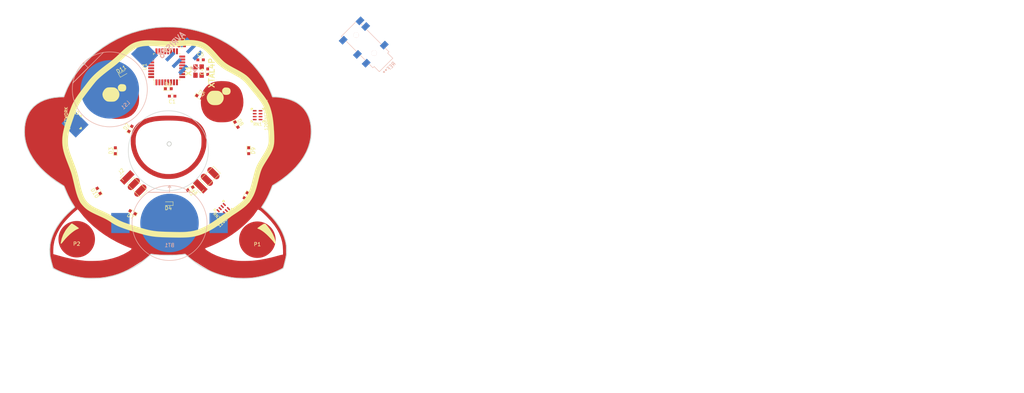
<source format=kicad_pcb>
(kicad_pcb (version 4) (host pcbnew 4.0.7-e2-6376~58~ubuntu16.04.1)

  (general
    (links 75)
    (no_connects 75)
    (area -46.070001 -41.310001 233.928571 66.35)
    (thickness 1.6)
    (drawings 6)
    (tracks 0)
    (zones 0)
    (modules 31)
    (nets 38)
  )

  (page A4)
  (layers
    (0 F.Cu signal)
    (31 B.Cu signal)
    (32 B.Adhes user)
    (33 F.Adhes user)
    (34 B.Paste user)
    (35 F.Paste user)
    (36 B.SilkS user hide)
    (37 F.SilkS user hide)
    (38 B.Mask user hide)
    (39 F.Mask user hide)
    (40 Dwgs.User user)
    (41 Cmts.User user)
    (42 Eco1.User user)
    (43 Eco2.User user)
    (44 Edge.Cuts user)
    (45 Margin user)
    (46 B.CrtYd user)
    (47 F.CrtYd user)
    (48 B.Fab user)
    (49 F.Fab user)
  )

  (setup
    (last_trace_width 0.3556)
    (trace_clearance 0.2286)
    (zone_clearance 0.3556)
    (zone_45_only no)
    (trace_min 0.2)
    (segment_width 0.2)
    (edge_width 0.15)
    (via_size 0.4)
    (via_drill 0.3)
    (via_min_size 0.4)
    (via_min_drill 0.3)
    (uvia_size 0.3)
    (uvia_drill 0.1)
    (uvias_allowed no)
    (uvia_min_size 0)
    (uvia_min_drill 0)
    (pcb_text_width 0.3)
    (pcb_text_size 1.5 1.5)
    (mod_edge_width 0.15)
    (mod_text_size 1 1)
    (mod_text_width 0.15)
    (pad_size 4 1.7)
    (pad_drill 0)
    (pad_to_mask_clearance 0.2)
    (aux_axis_origin 0 0)
    (visible_elements FFFFFF7F)
    (pcbplotparams
      (layerselection 0x00030_80000001)
      (usegerberextensions false)
      (excludeedgelayer true)
      (linewidth 0.100000)
      (plotframeref false)
      (viasonmask false)
      (mode 1)
      (useauxorigin false)
      (hpglpennumber 1)
      (hpglpenspeed 20)
      (hpglpendiameter 15)
      (hpglpenoverlay 2)
      (psnegative false)
      (psa4output false)
      (plotreference true)
      (plotvalue true)
      (plotinvisibletext false)
      (padsonsilk false)
      (subtractmaskfromsilk false)
      (outputformat 1)
      (mirror false)
      (drillshape 1)
      (scaleselection 1)
      (outputdirectory ""))
  )

  (net 0 "")
  (net 1 VCC)
  (net 2 GND)
  (net 3 "Net-(C3-Pad1)")
  (net 4 "Net-(C4-Pad1)")
  (net 5 "Net-(C5-Pad1)")
  (net 6 "Net-(D1-Pad2)")
  (net 7 "Net-(D1-Pad1)")
  (net 8 "Net-(D2-Pad2)")
  (net 9 "Net-(D2-Pad1)")
  (net 10 "Net-(D3-Pad2)")
  (net 11 "Net-(D3-Pad1)")
  (net 12 "Net-(D4-Pad2)")
  (net 13 "Net-(D4-Pad1)")
  (net 14 "Net-(D5-Pad2)")
  (net 15 "Net-(D5-Pad1)")
  (net 16 "Net-(D6-Pad2)")
  (net 17 "Net-(D6-Pad1)")
  (net 18 "Net-(D7-Pad2)")
  (net 19 "Net-(D7-Pad1)")
  (net 20 "Net-(D8-Pad2)")
  (net 21 "Net-(D8-Pad1)")
  (net 22 "Net-(D9-Pad2)")
  (net 23 "Net-(D9-Pad1)")
  (net 24 "Net-(D10-Pad2)")
  (net 25 "Net-(D10-Pad1)")
  (net 26 "Net-(D11-Pad2)")
  (net 27 "Net-(D11-Pad1)")
  (net 28 "Net-(D12-Pad2)")
  (net 29 "Net-(D12-Pad1)")
  (net 30 MOSI)
  (net 31 MISO)
  (net 32 SCK)
  (net 33 RST)
  (net 34 "Net-(P1-Pad1)")
  (net 35 "Net-(P2-Pad1)")
  (net 36 "Net-(J2-Pad2)")
  (net 37 "Net-(J3-Pad2)")

  (net_class Default "This is the default net class."
    (clearance 0.2286)
    (trace_width 0.3556)
    (via_dia 0.4)
    (via_drill 0.3)
    (uvia_dia 0.3)
    (uvia_drill 0.1)
    (add_net GND)
    (add_net MISO)
    (add_net MOSI)
    (add_net "Net-(C3-Pad1)")
    (add_net "Net-(C4-Pad1)")
    (add_net "Net-(C5-Pad1)")
    (add_net "Net-(D1-Pad1)")
    (add_net "Net-(D1-Pad2)")
    (add_net "Net-(D10-Pad1)")
    (add_net "Net-(D10-Pad2)")
    (add_net "Net-(D11-Pad1)")
    (add_net "Net-(D11-Pad2)")
    (add_net "Net-(D12-Pad1)")
    (add_net "Net-(D12-Pad2)")
    (add_net "Net-(D2-Pad1)")
    (add_net "Net-(D2-Pad2)")
    (add_net "Net-(D3-Pad1)")
    (add_net "Net-(D3-Pad2)")
    (add_net "Net-(D4-Pad1)")
    (add_net "Net-(D4-Pad2)")
    (add_net "Net-(D5-Pad1)")
    (add_net "Net-(D5-Pad2)")
    (add_net "Net-(D6-Pad1)")
    (add_net "Net-(D6-Pad2)")
    (add_net "Net-(D7-Pad1)")
    (add_net "Net-(D7-Pad2)")
    (add_net "Net-(D8-Pad1)")
    (add_net "Net-(D8-Pad2)")
    (add_net "Net-(D9-Pad1)")
    (add_net "Net-(D9-Pad2)")
    (add_net "Net-(J2-Pad2)")
    (add_net "Net-(J3-Pad2)")
    (add_net "Net-(P1-Pad1)")
    (add_net "Net-(P2-Pad1)")
    (add_net RST)
    (add_net SCK)
    (add_net VCC)
  )

  (module kingdonut:kingdonut2 (layer F.Cu) (tedit 0) (tstamp 59D8319B)
    (at -0.09 -3.1)
    (fp_text reference G*** (at 0 0) (layer F.SilkS) hide
      (effects (font (thickness 0.3)))
    )
    (fp_text value LOGO (at 0.75 0) (layer F.SilkS) hide
      (effects (font (thickness 0.3)))
    )
    (fp_line (start 1.041868 -30.791167) (end 1.933591 -30.76412) (layer Edge.Cuts) (width 0.2))
    (fp_line (start 1.933591 -30.76412) (end 2.76305 -30.722971) (layer Edge.Cuts) (width 0.2))
    (fp_line (start 2.76305 -30.722971) (end 3.492218 -30.668176) (layer Edge.Cuts) (width 0.2))
    (fp_line (start 3.492218 -30.668176) (end 3.979334 -30.614618) (layer Edge.Cuts) (width 0.2))
    (fp_line (start 3.979334 -30.614618) (end 6.265155 -30.228717) (layer Edge.Cuts) (width 0.2))
    (fp_line (start 6.265155 -30.228717) (end 8.496467 -29.685749) (layer Edge.Cuts) (width 0.2))
    (fp_line (start 8.496467 -29.685749) (end 10.666583 -28.989862) (layer Edge.Cuts) (width 0.2))
    (fp_line (start 10.666583 -28.989862) (end 12.768816 -28.145203) (layer Edge.Cuts) (width 0.2))
    (fp_line (start 12.768816 -28.145203) (end 14.79648 -27.15592) (layer Edge.Cuts) (width 0.2))
    (fp_line (start 14.79648 -27.15592) (end 16.74289 -26.02616) (layer Edge.Cuts) (width 0.2))
    (fp_line (start 16.74289 -26.02616) (end 18.601358 -24.76007) (layer Edge.Cuts) (width 0.2))
    (fp_line (start 18.601358 -24.76007) (end 20.365198 -23.361798) (layer Edge.Cuts) (width 0.2))
    (fp_line (start 20.365198 -23.361798) (end 22.027725 -21.835492) (layer Edge.Cuts) (width 0.2))
    (fp_line (start 22.027725 -21.835492) (end 23.582252 -20.185298) (layer Edge.Cuts) (width 0.2))
    (fp_line (start 23.582252 -20.185298) (end 25.022092 -18.415365) (layer Edge.Cuts) (width 0.2))
    (fp_line (start 25.022092 -18.415365) (end 26.103559 -16.891) (layer Edge.Cuts) (width 0.2))
    (fp_line (start 26.103559 -16.891) (end 26.540702 -16.186384) (layer Edge.Cuts) (width 0.2))
    (fp_line (start 26.540702 -16.186384) (end 26.996843 -15.365342) (layer Edge.Cuts) (width 0.2))
    (fp_line (start 26.996843 -15.365342) (end 27.448849 -14.475456) (layer Edge.Cuts) (width 0.2))
    (fp_line (start 27.448849 -14.475456) (end 27.873587 -13.56431) (layer Edge.Cuts) (width 0.2))
    (fp_line (start 27.873587 -13.56431) (end 28.247924 -12.679484) (layer Edge.Cuts) (width 0.2))
    (fp_line (start 28.247924 -12.679484) (end 28.548728 -11.868562) (layer Edge.Cuts) (width 0.2))
    (fp_line (start 28.548728 -11.868562) (end 28.556494 -11.845515) (layer Edge.Cuts) (width 0.2))
    (fp_line (start 28.556494 -11.845515) (end 28.608953 -11.783377) (layer Edge.Cuts) (width 0.2))
    (fp_line (start 28.608953 -11.783377) (end 28.736071 -11.736881) (layer Edge.Cuts) (width 0.2))
    (fp_line (start 28.736071 -11.736881) (end 28.964633 -11.701015) (layer Edge.Cuts) (width 0.2))
    (fp_line (start 28.964633 -11.701015) (end 29.321421 -11.670768) (layer Edge.Cuts) (width 0.2))
    (fp_line (start 29.321421 -11.670768) (end 29.573865 -11.655176) (layer Edge.Cuts) (width 0.2))
    (fp_line (start 29.573865 -11.655176) (end 30.617153 -11.559045) (layer Edge.Cuts) (width 0.2))
    (fp_line (start 30.617153 -11.559045) (end 31.65734 -11.394504) (layer Edge.Cuts) (width 0.2))
    (fp_line (start 31.65734 -11.394504) (end 32.656304 -11.170483) (layer Edge.Cuts) (width 0.2))
    (fp_line (start 32.656304 -11.170483) (end 33.575926 -10.895915) (layer Edge.Cuts) (width 0.2))
    (fp_line (start 33.575926 -10.895915) (end 34.378088 -10.579731) (layer Edge.Cuts) (width 0.2))
    (fp_line (start 34.378088 -10.579731) (end 34.583336 -10.48151) (layer Edge.Cuts) (width 0.2))
    (fp_line (start 34.583336 -10.48151) (end 35.224369 -10.113065) (layer Edge.Cuts) (width 0.2))
    (fp_line (start 35.224369 -10.113065) (end 35.88617 -9.651124) (layer Edge.Cuts) (width 0.2))
    (fp_line (start 35.88617 -9.651124) (end 36.50319 -9.144575) (layer Edge.Cuts) (width 0.2))
    (fp_line (start 36.50319 -9.144575) (end 36.92584 -8.734392) (layer Edge.Cuts) (width 0.2))
    (fp_line (start 36.92584 -8.734392) (end 37.643757 -7.854905) (layer Edge.Cuts) (width 0.2))
    (fp_line (start 37.643757 -7.854905) (end 38.224755 -6.893295) (layer Edge.Cuts) (width 0.2))
    (fp_line (start 38.224755 -6.893295) (end 38.671043 -5.843276) (layer Edge.Cuts) (width 0.2))
    (fp_line (start 38.671043 -5.843276) (end 38.984835 -4.698561) (layer Edge.Cuts) (width 0.2))
    (fp_line (start 38.984835 -4.698561) (end 39.168342 -3.452863) (layer Edge.Cuts) (width 0.2))
    (fp_line (start 39.168342 -3.452863) (end 39.224014 -2.201334) (layer Edge.Cuts) (width 0.2))
    (fp_line (start 39.224014 -2.201334) (end 39.193354 -1.178419) (layer Edge.Cuts) (width 0.2))
    (fp_line (start 39.193354 -1.178419) (end 39.09226 -0.246045) (layer Edge.Cuts) (width 0.2))
    (fp_line (start 39.09226 -0.246045) (end 38.909934 0.663734) (layer Edge.Cuts) (width 0.2))
    (fp_line (start 38.909934 0.663734) (end 38.635575 1.618864) (layer Edge.Cuts) (width 0.2))
    (fp_line (start 38.635575 1.618864) (end 38.599114 1.730215) (layer Edge.Cuts) (width 0.2))
    (fp_line (start 38.599114 1.730215) (end 38.040464 3.15263) (layer Edge.Cuts) (width 0.2))
    (fp_line (start 38.040464 3.15263) (end 37.317757 4.543305) (layer Edge.Cuts) (width 0.2))
    (fp_line (start 37.317757 4.543305) (end 36.433908 5.898667) (layer Edge.Cuts) (width 0.2))
    (fp_line (start 36.433908 5.898667) (end 35.391836 7.215144) (layer Edge.Cuts) (width 0.2))
    (fp_line (start 35.391836 7.215144) (end 34.194455 8.489161) (layer Edge.Cuts) (width 0.2))
    (fp_line (start 34.194455 8.489161) (end 32.844683 9.717145) (layer Edge.Cuts) (width 0.2))
    (fp_line (start 32.844683 9.717145) (end 31.345438 10.895524) (layer Edge.Cuts) (width 0.2))
    (fp_line (start 31.345438 10.895524) (end 30.798493 11.286802) (layer Edge.Cuts) (width 0.2))
    (fp_line (start 30.798493 11.286802) (end 30.384034 11.570345) (layer Edge.Cuts) (width 0.2))
    (fp_line (start 30.384034 11.570345) (end 29.948648 11.858166) (layer Edge.Cuts) (width 0.2))
    (fp_line (start 29.948648 11.858166) (end 29.54715 12.114551) (layer Edge.Cuts) (width 0.2))
    (fp_line (start 29.54715 12.114551) (end 29.262955 12.287227) (layer Edge.Cuts) (width 0.2))
    (fp_line (start 29.262955 12.287227) (end 28.636591 12.652422) (layer Edge.Cuts) (width 0.2))
    (fp_line (start 28.636591 12.652422) (end 28.192364 13.755711) (layer Edge.Cuts) (width 0.2))
    (fp_line (start 28.192364 13.755711) (end 27.706518 14.892536) (layer Edge.Cuts) (width 0.2))
    (fp_line (start 27.706518 14.892536) (end 27.194479 15.960514) (layer Edge.Cuts) (width 0.2))
    (fp_line (start 27.194479 15.960514) (end 26.673204 16.926183) (layer Edge.Cuts) (width 0.2))
    (fp_line (start 26.673204 16.926183) (end 26.183668 17.720144) (layer Edge.Cuts) (width 0.2))
    (fp_line (start 26.183668 17.720144) (end 25.620335 18.566336) (layer Edge.Cuts) (width 0.2))
    (fp_line (start 25.620335 18.566336) (end 26.124001 18.991839) (layer Edge.Cuts) (width 0.2))
    (fp_line (start 26.124001 18.991839) (end 26.564474 19.383198) (layer Edge.Cuts) (width 0.2))
    (fp_line (start 26.564474 19.383198) (end 27.068464 19.86269) (layer Edge.Cuts) (width 0.2))
    (fp_line (start 27.068464 19.86269) (end 27.605999 20.398976) (layer Edge.Cuts) (width 0.2))
    (fp_line (start 27.605999 20.398976) (end 28.147107 20.960718) (layer Edge.Cuts) (width 0.2))
    (fp_line (start 28.147107 20.960718) (end 28.661816 21.51658) (layer Edge.Cuts) (width 0.2))
    (fp_line (start 28.661816 21.51658) (end 29.120154 22.035221) (layer Edge.Cuts) (width 0.2))
    (fp_line (start 29.120154 22.035221) (end 29.492149 22.485305) (layer Edge.Cuts) (width 0.2))
    (fp_line (start 29.492149 22.485305) (end 29.602115 22.62847) (layer Edge.Cuts) (width 0.2))
    (fp_line (start 29.602115 22.62847) (end 30.481588 23.91738) (layer Edge.Cuts) (width 0.2))
    (fp_line (start 30.481588 23.91738) (end 31.204937 25.219187) (layer Edge.Cuts) (width 0.2))
    (fp_line (start 31.204937 25.219187) (end 31.77015 26.527662) (layer Edge.Cuts) (width 0.2))
    (fp_line (start 31.77015 26.527662) (end 32.175216 27.836578) (layer Edge.Cuts) (width 0.2))
    (fp_line (start 32.175216 27.836578) (end 32.418123 29.139706) (layer Edge.Cuts) (width 0.2))
    (fp_line (start 32.418123 29.139706) (end 32.496861 30.430818) (layer Edge.Cuts) (width 0.2))
    (fp_line (start 32.496861 30.430818) (end 32.443043 31.42527) (layer Edge.Cuts) (width 0.2))
    (fp_line (start 32.443043 31.42527) (end 32.391777 31.798995) (layer Edge.Cuts) (width 0.2))
    (fp_line (start 32.391777 31.798995) (end 32.311452 32.251816) (layer Edge.Cuts) (width 0.2))
    (fp_line (start 32.311452 32.251816) (end 32.209059 32.75547) (layer Edge.Cuts) (width 0.2))
    (fp_line (start 32.209059 32.75547) (end 32.091592 33.281698) (layer Edge.Cuts) (width 0.2))
    (fp_line (start 32.091592 33.281698) (end 31.966043 33.802237) (layer Edge.Cuts) (width 0.2))
    (fp_line (start 31.966043 33.802237) (end 31.839405 34.288826) (layer Edge.Cuts) (width 0.2))
    (fp_line (start 31.839405 34.288826) (end 31.718671 34.713203) (layer Edge.Cuts) (width 0.2))
    (fp_line (start 31.718671 34.713203) (end 31.610834 35.047108) (layer Edge.Cuts) (width 0.2))
    (fp_line (start 31.610834 35.047108) (end 31.522886 35.262278) (layer Edge.Cuts) (width 0.2))
    (fp_line (start 31.522886 35.262278) (end 31.47775 35.326536) (layer Edge.Cuts) (width 0.2))
    (fp_line (start 31.47775 35.326536) (end 31.221165 35.481025) (layer Edge.Cuts) (width 0.2))
    (fp_line (start 31.221165 35.481025) (end 30.837559 35.678685) (layer Edge.Cuts) (width 0.2))
    (fp_line (start 30.837559 35.678685) (end 30.359252 35.905367) (layer Edge.Cuts) (width 0.2))
    (fp_line (start 30.359252 35.905367) (end 29.818558 36.146921) (layer Edge.Cuts) (width 0.2))
    (fp_line (start 29.818558 36.146921) (end 29.247797 36.389198) (layer Edge.Cuts) (width 0.2))
    (fp_line (start 29.247797 36.389198) (end 28.679284 36.618049) (layer Edge.Cuts) (width 0.2))
    (fp_line (start 28.679284 36.618049) (end 28.145337 36.819325) (layer Edge.Cuts) (width 0.2))
    (fp_line (start 28.145337 36.819325) (end 27.775527 36.947456) (layer Edge.Cuts) (width 0.2))
    (fp_line (start 27.775527 36.947456) (end 26.227475 37.407228) (layer Edge.Cuts) (width 0.2))
    (fp_line (start 26.227475 37.407228) (end 24.736606 37.743751) (layer Edge.Cuts) (width 0.2))
    (fp_line (start 24.736606 37.743751) (end 23.253196 37.965099) (layer Edge.Cuts) (width 0.2))
    (fp_line (start 23.253196 37.965099) (end 21.727524 38.079346) (layer Edge.Cuts) (width 0.2))
    (fp_line (start 21.727524 38.079346) (end 20.677015 38.1) (layer Edge.Cuts) (width 0.2))
    (fp_line (start 20.677015 38.1) (end 18.958403 38.041118) (layer Edge.Cuts) (width 0.2))
    (fp_line (start 18.958403 38.041118) (end 17.318569 37.859473) (layer Edge.Cuts) (width 0.2))
    (fp_line (start 17.318569 37.859473) (end 15.718078 37.547561) (layer Edge.Cuts) (width 0.2))
    (fp_line (start 15.718078 37.547561) (end 14.117492 37.09788) (layer Edge.Cuts) (width 0.2))
    (fp_line (start 14.117492 37.09788) (end 12.657667 36.574431) (layer Edge.Cuts) (width 0.2))
    (fp_line (start 12.657667 36.574431) (end 12.080133 36.332802) (layer Edge.Cuts) (width 0.2))
    (fp_line (start 12.080133 36.332802) (end 11.426017 36.034555) (layer Edge.Cuts) (width 0.2))
    (fp_line (start 11.426017 36.034555) (end 10.738598 35.701465) (layer Edge.Cuts) (width 0.2))
    (fp_line (start 10.738598 35.701465) (end 10.061154 35.355311) (layer Edge.Cuts) (width 0.2))
    (fp_line (start 10.061154 35.355311) (end 9.436963 35.017869) (layer Edge.Cuts) (width 0.2))
    (fp_line (start 9.436963 35.017869) (end 8.909305 34.710915) (layer Edge.Cuts) (width 0.2))
    (fp_line (start 8.909305 34.710915) (end 8.728305 34.597245) (layer Edge.Cuts) (width 0.2))
    (fp_line (start 8.728305 34.597245) (end 8.204664 34.2427) (layer Edge.Cuts) (width 0.2))
    (fp_line (start 8.204664 34.2427) (end 7.599673 33.807434) (layer Edge.Cuts) (width 0.2))
    (fp_line (start 7.599673 33.807434) (end 6.957189 33.324727) (layer Edge.Cuts) (width 0.2))
    (fp_line (start 6.957189 33.324727) (end 6.321073 32.827861) (layer Edge.Cuts) (width 0.2))
    (fp_line (start 6.321073 32.827861) (end 5.735182 32.350115) (layer Edge.Cuts) (width 0.2))
    (fp_line (start 5.735182 32.350115) (end 5.471407 32.125898) (layer Edge.Cuts) (width 0.2))
    (fp_line (start 5.471407 32.125898) (end 4.719813 31.47584) (layer Edge.Cuts) (width 0.2))
    (fp_line (start 4.719813 31.47584) (end 3.312407 31.616825) (layer Edge.Cuts) (width 0.2))
    (fp_line (start 3.312407 31.616825) (end 2.322763 31.693336) (layer Edge.Cuts) (width 0.2))
    (fp_line (start 2.322763 31.693336) (end 1.221624 31.739445) (layer Edge.Cuts) (width 0.2))
    (fp_line (start 1.221624 31.739445) (end 0.064077 31.755157) (layer Edge.Cuts) (width 0.2))
    (fp_line (start 0.064077 31.755157) (end -1.094792 31.740476) (layer Edge.Cuts) (width 0.2))
    (fp_line (start -1.094792 31.740476) (end -2.199897 31.695406) (layer Edge.Cuts) (width 0.2))
    (fp_line (start -2.199897 31.695406) (end -3.196153 31.619952) (layer Edge.Cuts) (width 0.2))
    (fp_line (start -3.196153 31.619952) (end -3.232686 31.616329) (layer Edge.Cuts) (width 0.2))
    (fp_line (start -3.232686 31.616329) (end -4.645039 31.474848) (layer Edge.Cuts) (width 0.2))
    (fp_line (start -4.645039 31.474848) (end -5.222353 31.991197) (layer Edge.Cuts) (width 0.2))
    (fp_line (start -5.222353 31.991197) (end -6.521115 33.087425) (layer Edge.Cuts) (width 0.2))
    (fp_line (start -6.521115 33.087425) (end -7.818466 34.04604) (layer Edge.Cuts) (width 0.2))
    (fp_line (start -7.818466 34.04604) (end -9.153692 34.893797) (layer Edge.Cuts) (width 0.2))
    (fp_line (start -9.153692 34.893797) (end -10.566078 35.657451) (layer Edge.Cuts) (width 0.2))
    (fp_line (start -10.566078 35.657451) (end -10.710333 35.728875) (layer Edge.Cuts) (width 0.2))
    (fp_line (start -10.710333 35.728875) (end -11.973573 36.31817) (layer Edge.Cuts) (width 0.2))
    (fp_line (start -11.973573 36.31817) (end -13.162633 36.803397) (layer Edge.Cuts) (width 0.2))
    (fp_line (start -13.162633 36.803397) (end -14.323506 37.199785) (layer Edge.Cuts) (width 0.2))
    (fp_line (start -14.323506 37.199785) (end -15.502188 37.522563) (layer Edge.Cuts) (width 0.2))
    (fp_line (start -15.502188 37.522563) (end -16.744675 37.786958) (layer Edge.Cuts) (width 0.2))
    (fp_line (start -16.744675 37.786958) (end -17.140375 37.857795) (layer Edge.Cuts) (width 0.2))
    (fp_line (start -17.140375 37.857795) (end -17.552705 37.921577) (layer Edge.Cuts) (width 0.2))
    (fp_line (start -17.552705 37.921577) (end -17.974792 37.970349) (layer Edge.Cuts) (width 0.2))
    (fp_line (start -17.974792 37.970349) (end -18.440464 38.006319) (layer Edge.Cuts) (width 0.2))
    (fp_line (start -18.440464 38.006319) (end -18.983551 38.031693) (layer Edge.Cuts) (width 0.2))
    (fp_line (start -18.983551 38.031693) (end -19.63788 38.048678) (layer Edge.Cuts) (width 0.2))
    (fp_line (start -19.63788 38.048678) (end -20.193 38.056906) (layer Edge.Cuts) (width 0.2))
    (fp_line (start -20.193 38.056906) (end -20.786709 38.062124) (layer Edge.Cuts) (width 0.2))
    (fp_line (start -20.786709 38.062124) (end -21.345001 38.063924) (layer Edge.Cuts) (width 0.2))
    (fp_line (start -21.345001 38.063924) (end -21.838595 38.062454) (layer Edge.Cuts) (width 0.2))
    (fp_line (start -21.838595 38.062454) (end -22.238209 38.057864) (layer Edge.Cuts) (width 0.2))
    (fp_line (start -22.238209 38.057864) (end -22.514561 38.0503) (layer Edge.Cuts) (width 0.2))
    (fp_line (start -22.514561 38.0503) (end -22.606 38.044687) (layer Edge.Cuts) (width 0.2))
    (fp_line (start -22.606 38.044687) (end -23.615249 37.917457) (layer Edge.Cuts) (width 0.2))
    (fp_line (start -23.615249 37.917457) (end -24.716527 37.721545) (layer Edge.Cuts) (width 0.2))
    (fp_line (start -24.716527 37.721545) (end -25.853313 37.469552) (layer Edge.Cuts) (width 0.2))
    (fp_line (start -25.853313 37.469552) (end -26.969088 37.174081) (layer Edge.Cuts) (width 0.2))
    (fp_line (start -26.969088 37.174081) (end -28.007332 36.847733) (layer Edge.Cuts) (width 0.2))
    (fp_line (start -28.007332 36.847733) (end -28.067 36.827072) (layer Edge.Cuts) (width 0.2))
    (fp_line (start -28.067 36.827072) (end -28.430041 36.691634) (layer Edge.Cuts) (width 0.2))
    (fp_line (start -28.430041 36.691634) (end -28.871389 36.51316) (layer Edge.Cuts) (width 0.2))
    (fp_line (start -28.871389 36.51316) (end -29.358645 36.306248) (layer Edge.Cuts) (width 0.2))
    (fp_line (start -29.358645 36.306248) (end -29.859411 36.085499) (layer Edge.Cuts) (width 0.2))
    (fp_line (start -29.859411 36.085499) (end -30.34129 35.865511) (layer Edge.Cuts) (width 0.2))
    (fp_line (start -30.34129 35.865511) (end -30.771883 35.660885) (layer Edge.Cuts) (width 0.2))
    (fp_line (start -30.771883 35.660885) (end -31.118793 35.48622) (layer Edge.Cuts) (width 0.2))
    (fp_line (start -31.118793 35.48622) (end -31.349622 35.356115) (layer Edge.Cuts) (width 0.2))
    (fp_line (start -31.349622 35.356115) (end -31.387557 35.330723) (layer Edge.Cuts) (width 0.2))
    (fp_line (start -31.387557 35.330723) (end -31.452756 35.216454) (layer Edge.Cuts) (width 0.2))
    (fp_line (start -31.452756 35.216454) (end -31.543384 34.964288) (layer Edge.Cuts) (width 0.2))
    (fp_line (start -31.543384 34.964288) (end -31.652502 34.602538) (layer Edge.Cuts) (width 0.2))
    (fp_line (start -31.652502 34.602538) (end -31.773174 34.159519) (layer Edge.Cuts) (width 0.2))
    (fp_line (start -31.773174 34.159519) (end -31.898461 33.663545) (layer Edge.Cuts) (width 0.2))
    (fp_line (start -31.898461 33.663545) (end -32.021426 33.142929) (layer Edge.Cuts) (width 0.2))
    (fp_line (start -32.021426 33.142929) (end -32.13513 32.625986) (layer Edge.Cuts) (width 0.2))
    (fp_line (start -32.13513 32.625986) (end -32.232636 32.141029) (layer Edge.Cuts) (width 0.2))
    (fp_line (start -32.232636 32.141029) (end -32.307006 31.716373) (layer Edge.Cuts) (width 0.2))
    (fp_line (start -32.307006 31.716373) (end -32.348387 31.409494) (layer Edge.Cuts) (width 0.2))
    (fp_line (start -32.348387 31.409494) (end -32.396792 30.136234) (layer Edge.Cuts) (width 0.2))
    (fp_line (start -32.396792 30.136234) (end -32.280895 28.848265) (layer Edge.Cuts) (width 0.2))
    (fp_line (start -32.280895 28.848265) (end -32.004293 27.55287) (layer Edge.Cuts) (width 0.2))
    (fp_line (start -32.004293 27.55287) (end -31.570584 26.257332) (layer Edge.Cuts) (width 0.2))
    (fp_line (start -31.570584 26.257332) (end -30.983365 24.968934) (layer Edge.Cuts) (width 0.2))
    (fp_line (start -30.983365 24.968934) (end -30.246234 23.694958) (layer Edge.Cuts) (width 0.2))
    (fp_line (start -30.246234 23.694958) (end -29.362787 22.442687) (layer Edge.Cuts) (width 0.2))
    (fp_line (start -29.362787 22.442687) (end -28.336622 21.219404) (layer Edge.Cuts) (width 0.2))
    (fp_line (start -28.336622 21.219404) (end -27.171336 20.03239) (layer Edge.Cuts) (width 0.2))
    (fp_line (start -27.171336 20.03239) (end -26.371971 19.310424) (layer Edge.Cuts) (width 0.2))
    (fp_line (start -26.371971 19.310424) (end -25.517747 18.57295) (layer Edge.Cuts) (width 0.2))
    (fp_line (start -25.517747 18.57295) (end -26.058023 17.774308) (layer Edge.Cuts) (width 0.2))
    (fp_line (start -26.058023 17.774308) (end -26.354488 17.301796) (layer Edge.Cuts) (width 0.2))
    (fp_line (start -26.354488 17.301796) (end -26.689949 16.709775) (layer Edge.Cuts) (width 0.2))
    (fp_line (start -26.689949 16.709775) (end -27.044611 16.037534) (layer Edge.Cuts) (width 0.2))
    (fp_line (start -27.044611 16.037534) (end -27.398675 15.324362) (layer Edge.Cuts) (width 0.2))
    (fp_line (start -27.398675 15.324362) (end -27.732347 14.60955) (layer Edge.Cuts) (width 0.2))
    (fp_line (start -27.732347 14.60955) (end -28.02583 13.932386) (layer Edge.Cuts) (width 0.2))
    (fp_line (start -28.02583 13.932386) (end -28.15204 13.618335) (layer Edge.Cuts) (width 0.2))
    (fp_line (start -28.15204 13.618335) (end -28.470115 12.801003) (layer Edge.Cuts) (width 0.2))
    (fp_line (start -28.470115 12.801003) (end -29.353559 12.274749) (layer Edge.Cuts) (width 0.2))
    (fp_line (start -29.353559 12.274749) (end -30.641878 11.449749) (layer Edge.Cuts) (width 0.2))
    (fp_line (start -30.641878 11.449749) (end -31.907839 10.528167) (layer Edge.Cuts) (width 0.2))
    (fp_line (start -31.907839 10.528167) (end -33.121094 9.535939) (layer Edge.Cuts) (width 0.2))
    (fp_line (start -33.121094 9.535939) (end -34.251293 8.498999) (layer Edge.Cuts) (width 0.2))
    (fp_line (start -34.251293 8.498999) (end -35.268088 7.443284) (layer Edge.Cuts) (width 0.2))
    (fp_line (start -35.268088 7.443284) (end -35.955224 6.633179) (layer Edge.Cuts) (width 0.2))
    (fp_line (start -35.955224 6.633179) (end -36.882161 5.370022) (layer Edge.Cuts) (width 0.2))
    (fp_line (start -36.882161 5.370022) (end -37.651739 4.103964) (layer Edge.Cuts) (width 0.2))
    (fp_line (start -37.651739 4.103964) (end -38.275069 2.815026) (layer Edge.Cuts) (width 0.2))
    (fp_line (start -38.275069 2.815026) (end -38.686117 1.723225) (layer Edge.Cuts) (width 0.2))
    (fp_line (start -38.686117 1.723225) (end -38.81377 1.289754) (layer Edge.Cuts) (width 0.2))
    (fp_line (start -0.250547 1.289754) (end -0.144199 1.573579) (layer Edge.Cuts) (width 0.2))
    (fp_line (start -0.144199 1.573579) (end -0.069908 1.666709) (layer Edge.Cuts) (width 0.2))
    (fp_line (start -0.069908 1.666709) (end 0.178595 1.832639) (layer Edge.Cuts) (width 0.2))
    (fp_line (start 0.178595 1.832639) (end 0.444421 1.833442) (layer Edge.Cuts) (width 0.2))
    (fp_line (start 0.444421 1.833442) (end 0.70865 1.669401) (layer Edge.Cuts) (width 0.2))
    (fp_line (start 0.70865 1.669401) (end 0.723515 1.654848) (layer Edge.Cuts) (width 0.2))
    (fp_line (start 0.723515 1.654848) (end 0.899054 1.384818) (layer Edge.Cuts) (width 0.2))
    (fp_line (start 0.899054 1.384818) (end 0.922157 1.103479) (layer Edge.Cuts) (width 0.2))
    (fp_line (start 0.922157 1.103479) (end 0.793466 0.848051) (layer Edge.Cuts) (width 0.2))
    (fp_line (start 0.793466 0.848051) (end 0.708249 0.768145) (layer Edge.Cuts) (width 0.2))
    (fp_line (start 0.708249 0.768145) (end 0.510857 0.645737) (layer Edge.Cuts) (width 0.2))
    (fp_line (start 0.510857 0.645737) (end 0.34257 0.592726) (layer Edge.Cuts) (width 0.2))
    (fp_line (start 0.34257 0.592726) (end 0.338667 0.592666) (layer Edge.Cuts) (width 0.2))
    (fp_line (start 0.338667 0.592666) (end 0.172859 0.642707) (layer Edge.Cuts) (width 0.2))
    (fp_line (start 0.172859 0.642707) (end -0.025037 0.76356) (layer Edge.Cuts) (width 0.2))
    (fp_line (start -0.025037 0.76356) (end -0.030915 0.768145) (layer Edge.Cuts) (width 0.2))
    (fp_line (start -0.030915 0.768145) (end -0.212101 1.005497) (layer Edge.Cuts) (width 0.2))
    (fp_line (start -0.212101 1.005497) (end -0.250547 1.289754) (layer Edge.Cuts) (width 0.2))
    (fp_line (start -38.81377 1.289754) (end -38.968159 0.765503) (layer Edge.Cuts) (width 0.2))
    (fp_line (start -38.968159 0.765503) (end -39.158021 -0.147717) (layer Edge.Cuts) (width 0.2))
    (fp_line (start -39.158021 -0.147717) (end -39.26601 -1.082043) (layer Edge.Cuts) (width 0.2))
    (fp_line (start -39.26601 -1.082043) (end -39.302429 -2.103083) (layer Edge.Cuts) (width 0.2))
    (fp_line (start -39.302429 -2.103083) (end -39.302549 -2.201334) (layer Edge.Cuts) (width 0.2))
    (fp_line (start -39.302549 -2.201334) (end -39.23666 -3.559579) (layer Edge.Cuts) (width 0.2))
    (fp_line (start -39.23666 -3.559579) (end -39.04169 -4.810144) (layer Edge.Cuts) (width 0.2))
    (fp_line (start -39.04169 -4.810144) (end -38.71631 -5.956492) (layer Edge.Cuts) (width 0.2))
    (fp_line (start -38.71631 -5.956492) (end -38.259194 -7.002084) (layer Edge.Cuts) (width 0.2))
    (fp_line (start -38.259194 -7.002084) (end -37.669014 -7.950385) (layer Edge.Cuts) (width 0.2))
    (fp_line (start -37.669014 -7.950385) (end -36.944443 -8.804856) (layer Edge.Cuts) (width 0.2))
    (fp_line (start -36.944443 -8.804856) (end -36.667505 -9.074369) (layer Edge.Cuts) (width 0.2))
    (fp_line (start -36.667505 -9.074369) (end -35.780663 -9.793059) (layer Edge.Cuts) (width 0.2))
    (fp_line (start -35.780663 -9.793059) (end -34.794334 -10.392793) (layer Edge.Cuts) (width 0.2))
    (fp_line (start -34.794334 -10.392793) (end -33.702401 -10.875793) (layer Edge.Cuts) (width 0.2))
    (fp_line (start -33.702401 -10.875793) (end -32.498747 -11.244282) (layer Edge.Cuts) (width 0.2))
    (fp_line (start -32.498747 -11.244282) (end -31.177256 -11.500482) (layer Edge.Cuts) (width 0.2))
    (fp_line (start -31.177256 -11.500482) (end -29.73181 -11.646615) (layer Edge.Cuts) (width 0.2))
    (fp_line (start -29.73181 -11.646615) (end -29.56201 -11.656222) (layer Edge.Cuts) (width 0.2))
    (fp_line (start -29.56201 -11.656222) (end -29.108606 -11.683818) (layer Edge.Cuts) (width 0.2))
    (fp_line (start -29.108606 -11.683818) (end -28.798374 -11.713753) (layer Edge.Cuts) (width 0.2))
    (fp_line (start -28.798374 -11.713753) (end -28.605167 -11.750561) (layer Edge.Cuts) (width 0.2))
    (fp_line (start -28.605167 -11.750561) (end -28.502836 -11.798777) (layer Edge.Cuts) (width 0.2))
    (fp_line (start -28.502836 -11.798777) (end -28.469828 -11.84563) (layer Edge.Cuts) (width 0.2))
    (fp_line (start -28.469828 -11.84563) (end -27.823907 -13.495844) (layer Edge.Cuts) (width 0.2))
    (fp_line (start -27.823907 -13.495844) (end -27.061912 -15.082149) (layer Edge.Cuts) (width 0.2))
    (fp_line (start -27.061912 -15.082149) (end -26.174852 -16.617886) (layer Edge.Cuts) (width 0.2))
    (fp_line (start -26.174852 -16.617886) (end -25.153739 -18.116393) (layer Edge.Cuts) (width 0.2))
    (fp_line (start -25.153739 -18.116393) (end -23.989584 -19.591009) (layer Edge.Cuts) (width 0.2))
    (fp_line (start -23.989584 -19.591009) (end -22.673397 -21.055076) (layer Edge.Cuts) (width 0.2))
    (fp_line (start -22.673397 -21.055076) (end -21.416072 -22.312992) (layer Edge.Cuts) (width 0.2))
    (fp_line (start -21.416072 -22.312992) (end -19.731558 -23.808788) (layer Edge.Cuts) (width 0.2))
    (fp_line (start -19.731558 -23.808788) (end -17.947195 -25.169789) (layer Edge.Cuts) (width 0.2))
    (fp_line (start -17.947195 -25.169789) (end -16.069316 -26.39311) (layer Edge.Cuts) (width 0.2))
    (fp_line (start -16.069316 -26.39311) (end -14.104252 -27.475864) (layer Edge.Cuts) (width 0.2))
    (fp_line (start -14.104252 -27.475864) (end -12.058333 -28.415167) (layer Edge.Cuts) (width 0.2))
    (fp_line (start -12.058333 -28.415167) (end -9.93789 -29.20813) (layer Edge.Cuts) (width 0.2))
    (fp_line (start -9.93789 -29.20813) (end -7.749254 -29.85187) (layer Edge.Cuts) (width 0.2))
    (fp_line (start -7.749254 -29.85187) (end -5.498757 -30.343499) (layer Edge.Cuts) (width 0.2))
    (fp_line (start -5.498757 -30.343499) (end -3.19273 -30.680132) (layer Edge.Cuts) (width 0.2))
    (fp_line (start -3.19273 -30.680132) (end -3.019754 -30.698836) (layer Edge.Cuts) (width 0.2))
    (fp_line (start -3.019754 -30.698836) (end -2.387119 -30.749169) (layer Edge.Cuts) (width 0.2))
    (fp_line (start -2.387119 -30.749169) (end -1.626612 -30.783111) (layer Edge.Cuts) (width 0.2))
    (fp_line (start -1.626612 -30.783111) (end -0.77626 -30.801119) (layer Edge.Cuts) (width 0.2))
    (fp_line (start -0.77626 -30.801119) (end 0.125909 -30.803652) (layer Edge.Cuts) (width 0.2))
    (fp_line (start 0.125909 -30.803652) (end 1.041868 -30.791167) (layer Edge.Cuts) (width 0.2))
    (fp_poly (pts (xy -8.928915 30.517876) (xy -8.435173 30.660983) (xy -7.884944 30.809815) (xy -7.364445 30.941432)
      (xy -7.13266 30.995792) (xy -6.784099 31.0739) (xy -6.543086 31.139304) (xy -6.413273 31.210002)
      (xy -6.398313 31.303993) (xy -6.501858 31.439274) (xy -6.727562 31.633843) (xy -7.079077 31.905699)
      (xy -7.360876 32.12025) (xy -9.018535 33.293549) (xy -10.697822 34.299323) (xy -12.400107 35.138164)
      (xy -14.126763 35.810663) (xy -15.87916 36.317413) (xy -17.65867 36.659005) (xy -17.974836 36.702086)
      (xy -18.563452 36.75838) (xy -19.274766 36.796211) (xy -20.063164 36.815661) (xy -20.883029 36.816816)
      (xy -21.688746 36.799757) (xy -22.434699 36.76457) (xy -23.075272 36.711338) (xy -23.235592 36.692437)
      (xy -24.663114 36.453511) (xy -26.133412 36.101508) (xy -27.220333 35.773745) (xy -27.73857 35.594742)
      (xy -28.275761 35.394857) (xy -28.803832 35.186005) (xy -29.294705 34.980102) (xy -29.720305 34.789063)
      (xy -30.052555 34.624804) (xy -30.26338 34.499242) (xy -30.305648 34.464321) (xy -30.361735 34.351706)
      (xy -30.445954 34.114081) (xy -30.549237 33.784753) (xy -30.662515 33.397033) (xy -30.776717 32.984228)
      (xy -30.882774 32.579648) (xy -30.971617 32.216602) (xy -31.034176 31.928399) (xy -31.061382 31.748347)
      (xy -31.056732 31.705843) (xy -30.966399 31.714269) (xy -30.755041 31.766008) (xy -30.462319 31.850947)
      (xy -30.349368 31.886208) (xy -29.230169 32.212534) (xy -27.992495 32.521418) (xy -26.687084 32.801815)
      (xy -25.364673 33.042677) (xy -24.299333 33.203458) (xy -23.67564 33.271705) (xy -22.941685 33.325345)
      (xy -22.135046 33.363866) (xy -21.293304 33.386753) (xy -20.454037 33.393494) (xy -19.654824 33.383574)
      (xy -18.933244 33.35648) (xy -18.326878 33.3117) (xy -18.118666 33.287896) (xy -16.374799 32.994386)
      (xy -14.739622 32.58429) (xy -13.218339 32.05938) (xy -11.816155 31.421427) (xy -10.650835 30.745944)
      (xy -9.861645 30.234703) (xy -8.928915 30.517876)) (layer F.Mask) (width 0.01))
    (fp_poly (pts (xy 10.510395 30.592023) (xy 11.414554 31.15423) (xy 12.445804 31.681534) (xy 13.562681 32.155205)
      (xy 14.723718 32.556513) (xy 15.113 32.67086) (xy 16.770058 33.05348) (xy 18.516754 33.299148)
      (xy 20.343766 33.408316) (xy 22.241772 33.381438) (xy 24.201449 33.218968) (xy 26.213474 32.92136)
      (xy 28.268527 32.489067) (xy 30.331834 31.930202) (xy 30.74623 31.814765) (xy 31.020947 31.758956)
      (xy 31.14845 31.764152) (xy 31.156935 31.779539) (xy 31.137065 31.89192) (xy 31.08254 32.137537)
      (xy 31.000553 32.485547) (xy 30.898296 32.905104) (xy 30.838073 33.147) (xy 30.519609 34.417)
      (xy 29.631971 34.856504) (xy 29.049636 35.12162) (xy 28.352226 35.401981) (xy 27.590674 35.67943)
      (xy 26.815914 35.93581) (xy 26.078877 36.152967) (xy 25.764151 36.235281) (xy 25.044362 36.405416)
      (xy 24.390489 36.53744) (xy 23.761031 36.636199) (xy 23.114486 36.706542) (xy 22.409353 36.753314)
      (xy 21.604131 36.781362) (xy 20.997334 36.791975) (xy 20.378861 36.796146) (xy 19.778381 36.793612)
      (xy 19.229126 36.785012) (xy 18.764327 36.770983) (xy 18.417219 36.752165) (xy 18.288 36.739941)
      (xy 16.51772 36.438319) (xy 14.757739 35.972405) (xy 13.019628 35.347234) (xy 11.314956 34.567844)
      (xy 9.655293 33.63927) (xy 8.05221 32.566549) (xy 7.18792 31.908253) (xy 6.31966 31.216539)
      (xy 7.587863 30.903152) (xy 8.083068 30.777547) (xy 8.570798 30.648144) (xy 9.003833 30.527848)
      (xy 9.334956 30.429563) (xy 9.413928 30.40412) (xy 9.971791 30.218475) (xy 10.510395 30.592023)) (layer F.Mask) (width 0.01))
    (fp_poly (pts (xy 0.463655 -29.358832) (xy 1.307873 -29.339929) (xy 2.121884 -29.309134) (xy 2.868514 -29.267207)
      (xy 3.510586 -29.214909) (xy 3.894667 -29.170237) (xy 6.160735 -28.774386) (xy 8.360577 -28.224034)
      (xy 10.491103 -27.52054) (xy 12.549225 -26.665264) (xy 14.531854 -25.659565) (xy 16.4359 -24.504801)
      (xy 18.258276 -23.202333) (xy 19.219334 -22.427973) (xy 19.807077 -21.91184) (xy 20.460288 -21.299636)
      (xy 21.144563 -20.626489) (xy 21.825499 -19.927526) (xy 22.468693 -19.237873) (xy 23.039741 -18.592658)
      (xy 23.398414 -18.161) (xy 23.734005 -17.72446) (xy 24.136407 -17.172115) (xy 24.58558 -16.533525)
      (xy 25.061486 -15.838249) (xy 25.544086 -15.115846) (xy 26.013339 -14.395878) (xy 26.449207 -13.707903)
      (xy 26.753233 -13.212317) (xy 27.468538 -11.939936) (xy 28.159912 -10.543612) (xy 28.806849 -9.068702)
      (xy 29.388843 -7.560562) (xy 29.650222 -6.804758) (xy 29.781663 -6.41843) (xy 29.895662 -6.101425)
      (xy 29.981454 -5.882374) (xy 30.028271 -5.78991) (xy 30.03211 -5.789221) (xy 30.038046 -5.890497)
      (xy 30.012582 -6.128533) (xy 29.960928 -6.47476) (xy 29.888294 -6.90061) (xy 29.79989 -7.377513)
      (xy 29.700927 -7.876902) (xy 29.596616 -8.370207) (xy 29.492166 -8.828861) (xy 29.435704 -9.059334)
      (xy 29.333022 -9.473823) (xy 29.249975 -9.825369) (xy 29.193423 -10.083621) (xy 29.170228 -10.218229)
      (xy 29.171036 -10.230313) (xy 29.273422 -10.244339) (xy 29.509644 -10.233038) (xy 29.846827 -10.200776)
      (xy 30.252095 -10.151918) (xy 30.692575 -10.090828) (xy 31.135392 -10.021873) (xy 31.54767 -9.949416)
      (xy 31.896536 -9.877822) (xy 31.986896 -9.85643) (xy 33.149235 -9.499091) (xy 34.1815 -9.033393)
      (xy 35.084088 -8.458918) (xy 35.857394 -7.775249) (xy 36.501814 -6.981967) (xy 37.017744 -6.078656)
      (xy 37.40558 -5.064897) (xy 37.665718 -3.940273) (xy 37.679952 -3.852334) (xy 37.744762 -3.248837)
      (xy 37.772927 -2.540662) (xy 37.765673 -1.788176) (xy 37.724227 -1.051742) (xy 37.649819 -0.391728)
      (xy 37.604187 -0.127) (xy 37.254262 1.210508) (xy 36.738802 2.531127) (xy 36.061195 3.829769)
      (xy 35.224831 5.101343) (xy 34.233095 6.34076) (xy 33.089376 7.542932) (xy 31.797061 8.702769)
      (xy 31.640458 8.83207) (xy 31.209475 9.177765) (xy 30.781489 9.508188) (xy 30.376612 9.809179)
      (xy 30.014954 10.066576) (xy 29.716623 10.266219) (xy 29.50173 10.393945) (xy 29.390386 10.435595)
      (xy 29.379334 10.424326) (xy 29.397553 10.305791) (xy 29.446094 10.066901) (xy 29.515779 9.751964)
      (xy 29.543272 9.632802) (xy 29.63016 9.237284) (xy 29.720464 8.787223) (xy 29.808757 8.314701)
      (xy 29.889609 7.851801) (xy 29.957594 7.430604) (xy 30.007282 7.083194) (xy 30.033246 6.841654)
      (xy 30.03229 6.742535) (xy 29.996072 6.779426) (xy 29.921018 6.950487) (xy 29.818109 7.228049)
      (xy 29.699006 7.582329) (xy 29.147016 9.142696) (xy 28.49618 10.720709) (xy 27.772415 12.258451)
      (xy 27.001638 13.698003) (xy 26.831417 13.990557) (xy 26.443434 14.631084) (xy 26.00264 15.331776)
      (xy 25.529299 16.062473) (xy 25.043672 16.793015) (xy 24.566024 17.49324) (xy 24.116617 18.13299)
      (xy 23.715715 18.682103) (xy 23.432263 19.05) (xy 21.972571 20.744745) (xy 20.398243 22.321572)
      (xy 18.71826 23.774339) (xy 16.941603 25.096904) (xy 15.077253 26.283124) (xy 13.134192 27.326857)
      (xy 11.1214 28.221961) (xy 9.047858 28.962294) (xy 8.847667 29.024466) (xy 7.273002 29.45689)
      (xy 5.628991 29.815115) (xy 3.986669 30.085092) (xy 2.794 30.221644) (xy 2.455348 30.243934)
      (xy 1.990666 30.262565) (xy 1.432519 30.277333) (xy 0.813473 30.288034) (xy 0.166091 30.294464)
      (xy -0.477062 30.296418) (xy -1.08342 30.293694) (xy -1.620419 30.286086) (xy -2.055494 30.273391)
      (xy -2.356081 30.255405) (xy -2.370666 30.254001) (xy -4.647594 29.95768) (xy -6.822646 29.530931)
      (xy -8.907252 28.969165) (xy -10.912843 28.267793) (xy -12.85085 27.422225) (xy -14.732703 26.427872)
      (xy -16.569834 25.280145) (xy -18.373674 23.974453) (xy -18.753666 23.676303) (xy -19.194299 23.305806)
      (xy -19.717106 22.833618) (xy -20.294745 22.287197) (xy -20.899871 21.694001) (xy -21.505143 21.081489)
      (xy -22.083218 20.47712) (xy -22.606753 19.908352) (xy -23.048404 19.402645) (xy -23.233998 19.177)
      (xy -23.521238 18.802349) (xy -23.878601 18.311708) (xy -24.28715 17.733109) (xy -24.727947 17.094581)
      (xy -25.182056 16.424157) (xy -25.630539 15.749866) (xy -26.054459 15.099739) (xy -26.434877 14.501808)
      (xy -26.752857 13.984104) (xy -26.829566 13.854889) (xy -27.712229 12.224374) (xy -28.52645 10.455109)
      (xy -29.263357 8.566854) (xy -29.469279 7.97644) (xy -29.618604 7.54363) (xy -29.749993 7.176078)
      (xy -29.853793 6.89974) (xy -29.920349 6.740576) (xy -29.939366 6.712477) (xy -29.941675 6.80873)
      (xy -29.915376 7.040462) (xy -29.865736 7.377241) (xy -29.798026 7.788637) (xy -29.717514 8.244218)
      (xy -29.629469 8.713553) (xy -29.53916 9.166211) (xy -29.451857 9.571762) (xy -29.421593 9.702845)
      (xy -29.335724 10.069678) (xy -29.266606 10.37145) (xy -29.222258 10.572732) (xy -29.21 10.637824)
      (xy -29.27469 10.609537) (xy -29.449788 10.502353) (xy -29.706836 10.334277) (xy -29.950833 10.169118)
      (xy -31.198111 9.251384) (xy -32.389532 8.252542) (xy -33.499796 7.197255) (xy -34.503598 6.110184)
      (xy -35.375636 5.015993) (xy -35.679725 4.58504) (xy -36.324248 3.524132) (xy -36.881402 2.381606)
      (xy -37.331455 1.204588) (xy -37.502937 0.586839) (xy -28.942619 0.586839) (xy -28.915771 1.211574)
      (xy -28.842399 1.852288) (xy -28.717724 2.5294) (xy -28.536969 3.263326) (xy -28.295355 4.074485)
      (xy -27.988103 4.983294) (xy -27.610436 6.010171) (xy -27.357451 6.667369) (xy -27.063356 7.425674)
      (xy -26.821994 8.062416) (xy -26.622508 8.612973) (xy -26.454042 9.112723) (xy -26.305741 9.597042)
      (xy -26.166748 10.10131) (xy -26.026207 10.660902) (xy -25.873263 11.311198) (xy -25.704865 12.052879)
      (xy -25.430312 13.21988) (xy -25.16644 14.229988) (xy -24.909494 15.095027) (xy -24.655718 15.826821)
      (xy -24.401356 16.437193) (xy -24.166106 16.897261) (xy -23.824909 17.457619) (xy -23.469088 17.954839)
      (xy -23.080378 18.402878) (xy -22.64051 18.815692) (xy -22.131219 19.207237) (xy -21.534237 19.591469)
      (xy -20.831297 19.982344) (xy -20.004132 20.393819) (xy -19.034477 20.839848) (xy -18.965333 20.870702)
      (xy -18.304488 21.167238) (xy -17.766761 21.415003) (xy -17.319389 21.631364) (xy -16.929607 21.833689)
      (xy -16.56465 22.039347) (xy -16.191754 22.265704) (xy -15.778155 22.530127) (xy -15.536061 22.688476)
      (xy -15.057526 22.994229) (xy -14.594511 23.268906) (xy -14.12643 23.52105) (xy -13.632693 23.759199)
      (xy -13.092712 23.991897) (xy -12.485899 24.227682) (xy -11.791667 24.475096) (xy -10.989427 24.742681)
      (xy -10.05859 25.038976) (xy -9.313333 25.269923) (xy -8.225515 25.599839) (xy -7.269306 25.877893)
      (xy -6.416745 26.108891) (xy -5.63987 26.297636) (xy -4.91072 26.448932) (xy -4.201333 26.567585)
      (xy -3.483747 26.658397) (xy -2.730002 26.726174) (xy -1.912135 26.77572) (xy -1.002185 26.811839)
      (xy -0.211666 26.833754) (xy 0.735824 26.85642) (xy 1.532889 26.874775) (xy 2.19838 26.888823)
      (xy 2.75115 26.898566) (xy 3.210051 26.904008) (xy 3.593936 26.905153) (xy 3.921657 26.902005)
      (xy 4.212066 26.894566) (xy 4.484015 26.882842) (xy 4.756358 26.866835) (xy 5.047947 26.846548)
      (xy 5.207 26.834791) (xy 6.209483 26.732716) (xy 7.165982 26.575315) (xy 8.094576 26.354729)
      (xy 9.013345 26.063097) (xy 9.940368 25.69256) (xy 10.893725 25.235258) (xy 11.891494 24.68333)
      (xy 12.951755 24.028916) (xy 14.092588 23.264157) (xy 15.155334 22.509749) (xy 15.643245 22.162731)
      (xy 16.222244 21.761682) (xy 16.839833 21.342327) (xy 17.443513 20.940392) (xy 17.864667 20.666005)
      (xy 18.76385 20.0793) (xy 19.531422 19.559195) (xy 20.184638 19.091594) (xy 20.740754 18.662398)
      (xy 21.217027 18.257511) (xy 21.630713 17.862835) (xy 21.999068 17.464272) (xy 22.339348 17.047726)
      (xy 22.414749 16.948832) (xy 22.7677 16.453554) (xy 23.081293 15.949887) (xy 23.364366 15.415792)
      (xy 23.625758 14.829236) (xy 23.874309 14.16818) (xy 24.118856 13.410589) (xy 24.368239 12.534427)
      (xy 24.631296 11.517657) (xy 24.692665 11.269725) (xy 24.898507 10.440922) (xy 25.078379 9.74822)
      (xy 25.24431 9.162703) (xy 25.408327 8.655456) (xy 25.582461 8.197566) (xy 25.778739 7.760117)
      (xy 26.00919 7.314195) (xy 26.285843 6.830885) (xy 26.620726 6.281272) (xy 27.025868 5.636441)
      (xy 27.055822 5.58912) (xy 27.606955 4.691952) (xy 28.054597 3.900608) (xy 28.407814 3.194403)
      (xy 28.67567 2.552649) (xy 28.867232 1.954661) (xy 28.991566 1.379753) (xy 29.033366 1.076788)
      (xy 29.055518 0.739185) (xy 29.064766 0.263624) (xy 29.062221 -0.319103) (xy 29.048994 -0.9782)
      (xy 29.026194 -1.682874) (xy 28.994934 -2.402332) (xy 28.956323 -3.105779) (xy 28.911472 -3.762421)
      (xy 28.861492 -4.341465) (xy 28.826246 -4.66607) (xy 28.752969 -5.20995) (xy 28.659914 -5.810556)
      (xy 28.560011 -6.388173) (xy 28.481561 -6.791081) (xy 28.29457 -7.607627) (xy 28.086337 -8.34948)
      (xy 27.844355 -9.040049) (xy 27.556116 -9.702746) (xy 27.209114 -10.36098) (xy 26.790841 -11.038164)
      (xy 26.28879 -11.757707) (xy 25.690453 -12.543021) (xy 24.983323 -13.417515) (xy 24.865136 -13.56019)
      (xy 24.454581 -14.056046) (xy 24.037223 -14.562885) (xy 23.639622 -15.048252) (xy 23.28834 -15.479692)
      (xy 23.009939 -15.82475) (xy 22.936041 -15.917334) (xy 22.526463 -16.412451) (xy 22.124553 -16.85001)
      (xy 21.707438 -17.247333) (xy 21.252243 -17.621744) (xy 20.736091 -17.990564) (xy 20.13611 -18.371117)
      (xy 19.429423 -18.780726) (xy 18.593156 -19.236713) (xy 18.457334 -19.30901) (xy 17.667083 -19.732454)
      (xy 17.004186 -20.099939) (xy 16.444121 -20.430388) (xy 15.962365 -20.742722) (xy 15.534394 -21.055865)
      (xy 15.135687 -21.388738) (xy 14.741719 -21.760263) (xy 14.327969 -22.189363) (xy 13.869913 -22.694961)
      (xy 13.450851 -23.172094) (xy 13.046723 -23.630381) (xy 12.641484 -24.080161) (xy 12.260983 -24.493453)
      (xy 11.931073 -24.842276) (xy 11.677603 -25.09865) (xy 11.620769 -25.152944) (xy 11.091672 -25.605669)
      (xy 10.516922 -26.025189) (xy 9.94371 -26.380152) (xy 9.419228 -26.639205) (xy 9.330882 -26.674276)
      (xy 8.499154 -26.926333) (xy 7.543747 -27.104671) (xy 6.494933 -27.206091) (xy 5.382981 -27.227394)
      (xy 4.487334 -27.18604) (xy 3.536308 -27.115315) (xy 2.729467 -27.057215) (xy 2.042173 -27.011246)
      (xy 1.449787 -26.976919) (xy 0.92767 -26.95374) (xy 0.451181 -26.941218) (xy -0.004317 -26.938861)
      (xy -0.463463 -26.946178) (xy -0.950897 -26.962677) (xy -1.491258 -26.987865) (xy -2.109184 -27.021252)
      (xy -2.540553 -27.045766) (xy -3.636467 -27.102099) (xy -4.585509 -27.135269) (xy -5.408749 -27.143762)
      (xy -6.127261 -27.126064) (xy -6.762114 -27.080659) (xy -7.334382 -27.006032) (xy -7.865134 -26.90067)
      (xy -8.375444 -26.763056) (xy -8.886382 -26.591676) (xy -8.893588 -26.589049) (xy -9.384581 -26.393213)
      (xy -9.854993 -26.167103) (xy -10.323295 -25.897238) (xy -10.807962 -25.570133) (xy -11.327467 -25.172307)
      (xy -11.900282 -24.690277) (xy -12.54488 -24.11056) (xy -13.279735 -23.419675) (xy -13.419666 -23.285687)
      (xy -14.412737 -22.369218) (xy -15.41882 -21.519039) (xy -16.51 -20.674124) (xy -17.38499 -20.016396)
      (xy -18.141583 -19.432057) (xy -18.801719 -18.899733) (xy -19.387337 -18.398051) (xy -19.920375 -17.905638)
      (xy -20.422773 -17.40112) (xy -20.91647 -16.863125) (xy -21.423405 -16.27028) (xy -21.965516 -15.601212)
      (xy -22.564744 -14.834547) (xy -22.746468 -14.598547) (xy -23.434435 -13.697453) (xy -24.025935 -12.908248)
      (xy -24.532185 -12.21214) (xy -24.964403 -11.590334) (xy -25.333805 -11.024038) (xy -25.651609 -10.494458)
      (xy -25.929031 -9.982801) (xy -26.177289 -9.470272) (xy -26.4076 -8.93808) (xy -26.631181 -8.367431)
      (xy -26.859248 -7.739531) (xy -26.886435 -7.662334) (xy -27.277489 -6.543605) (xy -27.613814 -5.567269)
      (xy -27.899775 -4.717033) (xy -28.139738 -3.976602) (xy -28.338066 -3.329683) (xy -28.499125 -2.759982)
      (xy -28.62728 -2.251204) (xy -28.726895 -1.787056) (xy -28.802336 -1.351244) (xy -28.857968 -0.927473)
      (xy -28.898155 -0.499451) (xy -28.927263 -0.050882) (xy -28.927722 -0.042334) (xy -28.942619 0.586839)
      (xy -37.502937 0.586839) (xy -37.654678 0.040207) (xy -37.723356 -0.296334) (xy -37.792366 -0.821753)
      (xy -37.830845 -1.456927) (xy -37.840047 -2.156033) (xy -37.821223 -2.873251) (xy -37.775627 -3.562759)
      (xy -37.70451 -4.178736) (xy -37.609125 -4.67536) (xy -37.603016 -4.699) (xy -37.393415 -5.344417)
      (xy -37.105799 -6.015807) (xy -36.766432 -6.662186) (xy -36.401581 -7.23257) (xy -36.107945 -7.601068)
      (xy -35.34095 -8.32141) (xy -34.44849 -8.92804) (xy -33.430575 -9.420951) (xy -32.287215 -9.800142)
      (xy -31.018419 -10.065606) (xy -29.810934 -10.204169) (xy -29.441965 -10.230287) (xy -29.212755 -10.237889)
      (xy -29.094364 -10.223129) (xy -29.057853 -10.182161) (xy -29.074285 -10.111139) (xy -29.076062 -10.10651)
      (xy -29.144175 -9.891352) (xy -29.235566 -9.548266) (xy -29.34146 -9.115599) (xy -29.453084 -8.631695)
      (xy -29.561663 -8.134899) (xy -29.658423 -7.663556) (xy -29.734588 -7.256012) (xy -29.752003 -7.152586)
      (xy -29.816434 -6.756906) (xy -29.876025 -6.391613) (xy -29.922013 -6.110387) (xy -29.938279 -6.011334)
      (xy -29.962201 -5.8226) (xy -29.948257 -5.770755) (xy -29.894175 -5.86077) (xy -29.797683 -6.097615)
      (xy -29.65651 -6.486261) (xy -29.468385 -7.031678) (xy -29.457866 -7.06268) (xy -29.082905 -8.12324)
      (xy -28.696434 -9.118433) (xy -28.285136 -10.07433) (xy -27.835694 -11.017) (xy -27.334789 -11.972515)
      (xy -26.769104 -12.966944) (xy -26.12532 -14.026359) (xy -25.390121 -15.176829) (xy -25.042384 -15.70629)
      (xy -24.387326 -16.673826) (xy -23.77379 -17.527322) (xy -23.170713 -18.305727) (xy -22.54703 -19.047989)
      (xy -21.871678 -19.793056) (xy -21.337459 -20.351601) (xy -19.699972 -21.913745) (xy -17.969034 -23.33725)
      (xy -16.15114 -24.619037) (xy -14.252783 -25.756026) (xy -12.280457 -26.745135) (xy -10.240655 -27.583286)
      (xy -8.139873 -28.267397) (xy -5.984603 -28.794388) (xy -3.781339 -29.161178) (xy -2.471771 -29.300334)
      (xy -1.878482 -29.336594) (xy -1.166698 -29.357924) (xy -0.373594 -29.365083) (xy 0.463655 -29.358832)) (layer F.Mask) (width 0.01))
    (fp_poly (pts (xy 19.294275 -9.787806) (xy 19.302879 -9.602908) (xy 19.292809 -9.281841) (xy 19.287634 -9.175445)
      (xy 19.221173 -8.583294) (xy 19.073583 -8.072216) (xy 18.823977 -7.595023) (xy 18.451471 -7.104526)
      (xy 18.291332 -6.924401) (xy 17.667157 -6.365847) (xy 16.948432 -5.940361) (xy 16.155303 -5.656436)
      (xy 15.307913 -5.522565) (xy 14.943667 -5.51309) (xy 14.585389 -5.528317) (xy 14.244036 -5.56073)
      (xy 14.022302 -5.597509) (xy 13.504424 -5.784283) (xy 12.957886 -6.09699) (xy 12.426556 -6.50855)
      (xy 12.201186 -6.721732) (xy 11.67257 -7.25509) (xy 12.593881 -7.34889) (xy 14.061814 -7.568534)
      (xy 15.433754 -7.921203) (xy 16.724719 -8.412055) (xy 17.949728 -9.046248) (xy 18.457334 -9.362593)
      (xy 18.755234 -9.55765) (xy 19.007599 -9.722357) (xy 19.174571 -9.83072) (xy 19.209015 -9.852778)
      (xy 19.26399 -9.862456) (xy 19.294275 -9.787806)) (layer F.Mask) (width 0.01))
    (fp_poly (pts (xy -9.236489 -10.725376) (xy -9.228528 -10.546346) (xy -9.239946 -10.232941) (xy -9.246934 -10.105006)
      (xy -9.321457 -9.496019) (xy -9.483124 -8.966006) (xy -9.752664 -8.46847) (xy -10.150801 -7.956909)
      (xy -10.257227 -7.83839) (xy -10.856129 -7.306017) (xy -11.553914 -6.892104) (xy -12.320542 -6.605326)
      (xy -13.125973 -6.454359) (xy -13.940168 -6.447879) (xy -14.647333 -6.570527) (xy -14.984942 -6.686161)
      (xy -15.316895 -6.839134) (xy -15.451666 -6.917947) (xy -15.664337 -7.070733) (xy -15.925386 -7.276729)
      (xy -16.203002 -7.508303) (xy -16.465371 -7.737824) (xy -16.680681 -7.937658) (xy -16.817119 -8.080175)
      (xy -16.848666 -8.131357) (xy -16.770956 -8.165416) (xy -16.564877 -8.203784) (xy -16.271007 -8.239334)
      (xy -16.1925 -8.246604) (xy -14.675051 -8.455107) (xy -13.242931 -8.808821) (xy -11.892201 -9.309065)
      (xy -10.618923 -9.957156) (xy -10.075333 -10.293995) (xy -9.777186 -10.489167) (xy -9.524338 -10.654124)
      (xy -9.356762 -10.762809) (xy -9.322121 -10.784968) (xy -9.266723 -10.796196) (xy -9.236489 -10.725376)) (layer F.Mask) (width 0.01))
    (fp_poly (pts (xy -26.216074 23.074492) (xy -26.00728 23.19555) (xy -25.729384 23.37088) (xy -25.414219 23.578854)
      (xy -25.093621 23.797846) (xy -24.799425 24.006227) (xy -24.563466 24.182371) (xy -24.41758 24.30465)
      (xy -24.386073 24.345824) (xy -24.456856 24.427206) (xy -24.635726 24.520629) (xy -24.7015 24.545551)
      (xy -25.168807 24.760516) (xy -25.705633 25.094889) (xy -26.287134 25.527473) (xy -26.888467 26.037072)
      (xy -27.484787 26.602488) (xy -28.051252 27.202526) (xy -28.563018 27.815989) (xy -28.617333 27.88656)
      (xy -28.911891 28.259622) (xy -29.123936 28.493888) (xy -29.261604 28.593588) (xy -29.333027 28.562954)
      (xy -29.34634 28.406218) (xy -29.330402 28.2575) (xy -29.09229 27.173065) (xy -28.689343 26.106521)
      (xy -28.12592 25.068918) (xy -27.989836 24.859051) (xy -27.774961 24.559773) (xy -27.512943 24.229026)
      (xy -27.227963 23.893371) (xy -26.944202 23.579367) (xy -26.685841 23.31357) (xy -26.47706 23.122542)
      (xy -26.342042 23.032839) (xy -26.323928 23.029333) (xy -26.216074 23.074492)) (layer F.SilkS) (width 0.01))
    (fp_poly (pts (xy 26.562448 23.123406) (xy 26.75368 23.243528) (xy 26.976158 23.468303) (xy 27.24562 23.778306)
      (xy 27.993614 24.743339) (xy 28.595717 25.727219) (xy 29.045726 26.717413) (xy 29.337442 27.701391)
      (xy 29.420097 28.172833) (xy 29.440389 28.461739) (xy 29.400885 28.598989) (xy 29.29817 28.584311)
      (xy 29.128827 28.417436) (xy 28.913667 28.132691) (xy 28.73471 27.901991) (xy 28.466451 27.585646)
      (xy 28.13911 27.217963) (xy 27.782905 26.833252) (xy 27.604138 26.645973) (xy 27.036549 26.089713)
      (xy 26.466353 25.589718) (xy 25.917085 25.16368) (xy 25.41228 24.829287) (xy 24.975471 24.60423)
      (xy 24.806487 24.543076) (xy 24.597559 24.46032) (xy 24.48019 24.374651) (xy 24.47074 24.349431)
      (xy 24.538485 24.270999) (xy 24.722519 24.121315) (xy 24.996474 23.920352) (xy 25.333981 23.688088)
      (xy 25.413872 23.634952) (xy 25.828176 23.363708) (xy 26.134502 23.186219) (xy 26.367658 23.105211)
      (xy 26.562448 23.123406)) (layer F.SilkS) (width 0.01))
    (fp_poly (pts (xy 6.416396 -27.240778) (xy 6.827314 -27.218202) (xy 7.179967 -27.184251) (xy 7.92656 -27.080352)
      (xy 8.59388 -26.945248) (xy 9.201372 -26.766808) (xy 9.768482 -26.532902) (xy 10.314654 -26.231398)
      (xy 10.859335 -25.850168) (xy 11.421969 -25.37708) (xy 12.022003 -24.800004) (xy 12.678881 -24.10681)
      (xy 13.390463 -23.310044) (xy 13.924594 -22.705413) (xy 14.390867 -22.195707) (xy 14.813606 -21.762131)
      (xy 15.217136 -21.385891) (xy 15.625782 -21.048193) (xy 16.063868 -20.730243) (xy 16.555721 -20.413247)
      (xy 17.125663 -20.078412) (xy 17.798022 -19.706942) (xy 18.59712 -19.280044) (xy 18.626667 -19.264405)
      (xy 19.507451 -18.786249) (xy 20.252929 -18.352135) (xy 20.885703 -17.944968) (xy 21.428378 -17.547654)
      (xy 21.903558 -17.143096) (xy 22.333847 -16.7142) (xy 22.741849 -16.243871) (xy 22.924035 -16.014365)
      (xy 23.168296 -15.704823) (xy 23.491105 -15.303788) (xy 23.861675 -14.849077) (xy 24.249222 -14.378504)
      (xy 24.553891 -14.012334) (xy 25.249445 -13.171238) (xy 25.839936 -12.433551) (xy 26.337433 -11.780392)
      (xy 26.754001 -11.192881) (xy 27.10171 -10.652137) (xy 27.392625 -10.13928) (xy 27.638814 -9.63543)
      (xy 27.852344 -9.121707) (xy 28.045283 -8.57923) (xy 28.065296 -8.518435) (xy 28.315959 -7.663866)
      (xy 28.527517 -6.745749) (xy 28.703067 -5.743419) (xy 28.845707 -4.636209) (xy 28.958535 -3.403455)
      (xy 29.04465 -2.024492) (xy 29.047562 -1.96643) (xy 29.089793 -0.963951) (xy 29.104089 -0.10092)
      (xy 29.083174 0.651286) (xy 29.019771 1.321287) (xy 28.906607 1.937705) (xy 28.736404 2.52916)
      (xy 28.501888 3.124273) (xy 28.195783 3.751667) (xy 27.810813 4.439961) (xy 27.339703 5.217778)
      (xy 27.140143 5.537108) (xy 26.721015 6.206417) (xy 26.375344 6.770123) (xy 26.091197 7.256687)
      (xy 25.856643 7.694571) (xy 25.659749 8.112234) (xy 25.488584 8.538137) (xy 25.331216 9.00074)
      (xy 25.175713 9.528505) (xy 25.010143 10.149892) (xy 24.822575 10.89336) (xy 24.718269 11.313882)
      (xy 24.49751 12.189703) (xy 24.302033 12.925541) (xy 24.123252 13.547323) (xy 23.952577 14.080976)
      (xy 23.781421 14.55243) (xy 23.601195 14.98761) (xy 23.403311 15.412446) (xy 23.277573 15.663333)
      (xy 22.903593 16.328932) (xy 22.481714 16.947545) (xy 21.99462 17.53616) (xy 21.424993 18.111766)
      (xy 20.75552 18.691352) (xy 19.968883 19.291906) (xy 19.047766 19.930417) (xy 18.683792 20.170314)
      (xy 18.106333 20.551333) (xy 17.44389 20.99613) (xy 16.748644 21.469182) (xy 16.072773 21.93497)
      (xy 15.468457 22.357971) (xy 15.424126 22.389352) (xy 14.893327 22.763362) (xy 14.348602 23.143456)
      (xy 13.824683 23.505664) (xy 13.356302 23.826019) (xy 12.978191 24.080551) (xy 12.869334 24.152452)
      (xy 12.207007 24.560767) (xy 11.465712 24.974004) (xy 10.690265 25.370054) (xy 9.925484 25.726806)
      (xy 9.216186 26.022152) (xy 8.722457 26.19819) (xy 8.205311 26.356622) (xy 7.701635 26.49267)
      (xy 7.195611 26.607387) (xy 6.671419 26.701829) (xy 6.11324 26.777051) (xy 5.505255 26.834107)
      (xy 4.831646 26.874054) (xy 4.076594 26.897945) (xy 3.224279 26.906837) (xy 2.258883 26.901783)
      (xy 1.164587 26.88384) (xy -0.074428 26.854061) (xy -0.804333 26.833574) (xy -1.741878 26.800408)
      (xy -2.580542 26.755675) (xy -3.34837 26.694356) (xy -4.073408 26.611431) (xy -4.783702 26.50188)
      (xy -5.507299 26.360684) (xy -6.272243 26.182823) (xy -7.10658 25.963277) (xy -8.038357 25.697027)
      (xy -9.095619 25.379053) (xy -9.326228 25.308308) (xy -10.402398 24.972306) (xy -11.334457 24.669139)
      (xy -12.14253 24.390404) (xy -12.846742 24.127695) (xy -13.467216 23.872608) (xy -14.024078 23.616738)
      (xy -14.537451 23.35168) (xy -15.027459 23.069031) (xy -15.514228 22.760384) (xy -15.660579 22.662848)
      (xy -16.040462 22.412111) (xy -16.395716 22.190664) (xy -16.755467 21.983162) (xy -17.14884 21.77426)
      (xy -17.604961 21.548611) (xy -18.152956 21.290871) (xy -18.821949 20.985693) (xy -18.974007 20.917084)
      (xy -19.825054 20.526509) (xy -20.539067 20.181232) (xy -21.137916 19.868033) (xy -21.643468 19.573691)
      (xy -22.077592 19.284987) (xy -22.462154 18.988701) (xy -22.819024 18.671612) (xy -23.029333 18.465486)
      (xy -23.348863 18.124557) (xy -23.654267 17.767582) (xy -23.906399 17.441989) (xy -24.041818 17.238759)
      (xy -24.397822 16.544301) (xy -24.740286 15.702824) (xy -25.06119 14.736557) (xy -25.352515 13.667723)
      (xy -25.397511 13.481674) (xy -25.618338 12.551334) (xy -25.805728 11.763685) (xy -25.966298 11.096886)
      (xy -26.106663 10.5291) (xy -26.233438 10.038488) (xy -26.353238 9.603211) (xy -26.47268 9.20143)
      (xy -26.598379 8.811308) (xy -26.736949 8.411005) (xy -26.895007 7.978682) (xy -27.079168 7.492501)
      (xy -27.296047 6.930624) (xy -27.55226 6.27121) (xy -27.686099 5.926666) (xy -28.06611 4.908172)
      (xy -28.367332 4.00675) (xy -28.596897 3.193558) (xy -28.761934 2.439751) (xy -28.869574 1.716486)
      (xy -28.926948 0.994918) (xy -28.931507 0.889) (xy -28.938691 0.458214) (xy -27.38228 0.458214)
      (xy -27.382245 0.465666) (xy -27.376376 0.989126) (xy -27.360553 1.394661) (xy -27.328542 1.73364)
      (xy -27.274111 2.05743) (xy -27.191026 2.4174) (xy -27.105889 2.743025) (xy -26.9744 3.193302)
      (xy -26.798064 3.740671) (xy -26.596883 4.325798) (xy -26.390859 4.889351) (xy -26.32098 5.071358)
      (xy -25.977623 5.954306) (xy -25.688752 6.704456) (xy -25.44655 7.346467) (xy -25.243196 7.904995)
      (xy -25.07087 8.404698) (xy -24.921753 8.870231) (xy -24.788026 9.326253) (xy -24.66187 9.797419)
      (xy -24.535464 10.308388) (xy -24.400989 10.883816) (xy -24.250626 11.548359) (xy -24.211389 11.723479)
      (xy -23.940024 12.886633) (xy -23.674925 13.898021) (xy -23.403876 14.7742) (xy -23.114663 15.531725)
      (xy -22.795069 16.187153) (xy -22.43288 16.75704) (xy -22.015879 17.257941) (xy -21.531852 17.706414)
      (xy -20.968583 18.119014) (xy -20.313857 18.512297) (xy -19.555458 18.902819) (xy -18.681171 19.307137)
      (xy -18.584333 19.350099) (xy -17.733926 19.732234) (xy -17.012374 20.070993) (xy -16.389782 20.381921)
      (xy -15.836253 20.680561) (xy -15.321892 20.98246) (xy -14.816801 21.303161) (xy -14.774333 21.331129)
      (xy -14.318924 21.625118) (xy -13.889014 21.885532) (xy -13.463841 22.121017) (xy -13.022643 22.340218)
      (xy -12.544658 22.551781) (xy -12.009124 22.764353) (xy -11.39528 22.986578) (xy -10.682362 23.227104)
      (xy -9.849609 23.494576) (xy -8.876259 23.797639) (xy -8.780479 23.827133) (xy -7.726854 24.1471)
      (xy -6.805267 24.415575) (xy -5.988091 24.637465) (xy -5.247698 24.817677) (xy -4.556462 24.961116)
      (xy -3.886754 25.072691) (xy -3.210947 25.157306) (xy -2.501415 25.219869) (xy -1.730529 25.265286)
      (xy -0.870663 25.298464) (xy -0.423333 25.311347) (xy 0.61827 25.337962) (xy 1.508821 25.35827)
      (xy 2.266482 25.372279) (xy 2.909417 25.379998) (xy 3.455787 25.381436) (xy 3.923757 25.376602)
      (xy 4.331489 25.365505) (xy 4.697146 25.348154) (xy 5.038891 25.324558) (xy 5.164667 25.314094)
      (xy 6.169399 25.20108) (xy 7.066604 25.038585) (xy 7.913215 24.811045) (xy 8.766164 24.502895)
      (xy 9.682384 24.098569) (xy 9.779 24.052572) (xy 10.347836 23.770335) (xy 10.894788 23.476227)
      (xy 11.447352 23.153176) (xy 12.033025 22.784112) (xy 12.679304 22.351964) (xy 13.413685 21.839662)
      (xy 13.882403 21.505129) (xy 14.430632 21.117245) (xy 15.071304 20.673502) (xy 15.753686 20.20845)
      (xy 16.42704 19.756637) (xy 17.040631 19.352611) (xy 17.10072 19.313593) (xy 18.030101 18.70061)
      (xy 18.824445 18.151375) (xy 19.499027 17.651667) (xy 20.069125 17.187263) (xy 20.550014 16.743941)
      (xy 20.956972 16.307478) (xy 21.305274 15.863654) (xy 21.610197 15.398244) (xy 21.887018 14.897028)
      (xy 21.924767 14.822459) (xy 22.109095 14.439205) (xy 22.274668 14.056259) (xy 22.429924 13.647684)
      (xy 22.583299 13.187543) (xy 22.743228 12.649899) (xy 22.918149 12.008814) (xy 23.116498 11.238351)
      (xy 23.203764 10.890229) (xy 23.421741 10.023689) (xy 23.612642 9.294254) (xy 23.788024 8.67416)
      (xy 23.959442 8.135646) (xy 24.138454 7.650947) (xy 24.336618 7.192302) (xy 24.565489 6.731948)
      (xy 24.836624 6.242121) (xy 25.161581 5.69506) (xy 25.551916 5.063001) (xy 25.783219 4.693666)
      (xy 26.255313 3.927242) (xy 26.636208 3.272793) (xy 26.936371 2.706881) (xy 27.166268 2.206064)
      (xy 27.336367 1.746902) (xy 27.457135 1.305955) (xy 27.53904 0.859783) (xy 27.557814 0.719666)
      (xy 27.572319 0.468538) (xy 27.57422 0.077975) (xy 27.56493 -0.422706) (xy 27.545862 -1.004186)
      (xy 27.518428 -1.63715) (xy 27.484043 -2.292278) (xy 27.444118 -2.940255) (xy 27.400069 -3.551762)
      (xy 27.353307 -4.097482) (xy 27.305246 -4.548098) (xy 27.303031 -4.566026) (xy 27.138223 -5.674768)
      (xy 26.930841 -6.712119) (xy 26.687225 -7.653344) (xy 26.413714 -8.473707) (xy 26.14051 -9.101667)
      (xy 25.786983 -9.733758) (xy 25.325193 -10.436967) (xy 24.747249 -11.222561) (xy 24.045258 -12.101803)
      (xy 24.000467 -12.156034) (xy 23.613975 -12.625613) (xy 23.19736 -13.135855) (xy 22.790308 -13.637902)
      (xy 22.432506 -14.082892) (xy 22.28637 -14.266334) (xy 21.78518 -14.884183) (xy 21.331676 -15.4055)
      (xy 20.898189 -15.852651) (xy 20.457053 -16.248004) (xy 19.980599 -16.613926) (xy 19.441161 -16.972784)
      (xy 18.81107 -17.346945) (xy 18.06266 -17.758777) (xy 17.78 -17.909411) (xy 17.274225 -18.180157)
      (xy 16.761866 -18.459304) (xy 16.285067 -18.723556) (xy 15.885975 -18.949611) (xy 15.670589 -19.075531)
      (xy 15.331881 -19.293483) (xy 14.943004 -19.568138) (xy 14.535946 -19.874142) (xy 14.142695 -20.186142)
      (xy 13.795241 -20.478785) (xy 13.525572 -20.726718) (xy 13.369371 -20.899402) (xy 13.236684 -21.066103)
      (xy 13.010888 -21.331885) (xy 12.714317 -21.671948) (xy 12.369305 -22.061493) (xy 11.998187 -22.475719)
      (xy 11.623298 -22.889827) (xy 11.266973 -23.279018) (xy 10.951545 -23.618491) (xy 10.699351 -23.883447)
      (xy 10.532979 -24.048849) (xy 9.876853 -24.59716) (xy 9.229096 -25.008513) (xy 8.545979 -25.307069)
      (xy 7.937988 -25.482502) (xy 7.015555 -25.639883) (xy 5.976375 -25.709558) (xy 4.849442 -25.690033)
      (xy 4.445 -25.662287) (xy 3.482137 -25.585299) (xy 2.659045 -25.523667) (xy 1.946914 -25.476811)
      (xy 1.316934 -25.444152) (xy 0.740294 -25.425111) (xy 0.188184 -25.419108) (xy -0.368207 -25.425565)
      (xy -0.957689 -25.443903) (xy -1.609073 -25.473541) (xy -2.351168 -25.513902) (xy -2.502782 -25.522618)
      (xy -3.476709 -25.575053) (xy -4.304109 -25.610017) (xy -5.006944 -25.626949) (xy -5.607173 -25.625287)
      (xy -6.126758 -25.604468) (xy -6.587658 -25.563933) (xy -7.011835 -25.503119) (xy -7.421249 -25.421465)
      (xy -7.540324 -25.393814) (xy -8.048923 -25.254824) (xy -8.528251 -25.082497) (xy -8.996661 -24.864496)
      (xy -9.472508 -24.588489) (xy -9.974147 -24.242138) (xy -10.51993 -23.81311) (xy -11.128213 -23.289069)
      (xy -11.817349 -22.657681) (xy -12.319 -22.18228) (xy -13.108377 -21.446041) (xy -13.874065 -20.775404)
      (xy -14.672303 -20.122909) (xy -15.559327 -19.441096) (xy -15.628884 -19.389037) (xy -16.635527 -18.625372)
      (xy -17.504848 -17.940852) (xy -18.245242 -17.328371) (xy -18.865105 -16.780821) (xy -19.372835 -16.291095)
      (xy -19.692273 -15.94937) (xy -19.942131 -15.655232) (xy -20.272683 -15.24863) (xy -20.665148 -14.754134)
      (xy -21.100742 -14.196314) (xy -21.560683 -13.599739) (xy -22.026191 -12.98898) (xy -22.478481 -12.388606)
      (xy -22.898772 -11.823186) (xy -23.268282 -11.317291) (xy -23.568229 -10.89549) (xy -23.680987 -10.731576)
      (xy -24.017047 -10.220996) (xy -24.305193 -9.745843) (xy -24.561289 -9.272869) (xy -24.801201 -8.768826)
      (xy -25.040792 -8.200466) (xy -25.295928 -7.534541) (xy -25.570637 -6.771388) (xy -25.947079 -5.698382)
      (xy -26.268457 -4.767132) (xy -26.538991 -3.960776) (xy -26.762904 -3.262454) (xy -26.944415 -2.655304)
      (xy -27.087745 -2.122467) (xy -27.197114 -1.647081) (xy -27.276744 -1.212285) (xy -27.330855 -0.801218)
      (xy -27.363667 -0.39702) (xy -27.379402 0.01717) (xy -27.38228 0.458214) (xy -28.938691 0.458214)
      (xy -28.941381 0.296918) (xy -28.922193 -0.292737) (xy -28.870245 -0.894797) (xy -28.781842 -1.524096)
      (xy -28.653289 -2.195465) (xy -28.48089 -2.923739) (xy -28.260949 -3.723749) (xy -27.98977 -4.610328)
      (xy -27.663658 -5.598308) (xy -27.278917 -6.702523) (xy -26.831851 -7.937805) (xy -26.526593 -8.763)
      (xy -26.263606 -9.407255) (xy -25.948352 -10.059355) (xy -25.568632 -10.739168) (xy -25.112244 -11.466559)
      (xy -24.566986 -12.261397) (xy -23.920656 -13.143547) (xy -23.484674 -13.716) (xy -23.114184 -14.197213)
      (xy -22.72568 -14.702617) (xy -22.351488 -15.190108) (xy -22.023932 -15.617581) (xy -21.826484 -15.875871)
      (xy -21.334408 -16.486882) (xy -20.791614 -17.092829) (xy -20.183144 -17.707261) (xy -19.494037 -18.343728)
      (xy -18.709333 -19.015779) (xy -17.814073 -19.736963) (xy -16.793295 -20.520831) (xy -16.249868 -20.926649)
      (xy -15.521268 -21.492488) (xy -14.752051 -22.13568) (xy -14.007069 -22.801101) (xy -13.666082 -23.122849)
      (xy -12.859272 -23.888904) (xy -12.146284 -24.53857) (xy -11.51011 -25.083486) (xy -10.933738 -25.535288)
      (xy -10.400161 -25.905613) (xy -9.892369 -26.206097) (xy -9.393352 -26.448378) (xy -8.886102 -26.644091)
      (xy -8.353608 -26.804873) (xy -8.241168 -26.834223) (xy -7.764456 -26.946273) (xy -7.29313 -27.034819)
      (xy -6.806119 -27.100563) (xy -6.282353 -27.144205) (xy -5.700761 -27.166448) (xy -5.040272 -27.16799)
      (xy -4.279817 -27.149535) (xy -3.398325 -27.111782) (xy -2.374724 -27.055433) (xy -2.096445 -27.038663)
      (xy -1.382544 -26.996016) (xy -0.801458 -26.964934) (xy -0.31706 -26.945458) (xy 0.106777 -26.937629)
      (xy 0.506178 -26.941486) (xy 0.91727 -26.957069) (xy 1.376179 -26.98442) (xy 1.919031 -27.023579)
      (xy 2.179222 -27.043438) (xy 3.193237 -27.118676) (xy 4.058283 -27.176247) (xy 4.79374 -27.216696)
      (xy 5.41899 -27.240571) (xy 5.953415 -27.248416) (xy 6.416396 -27.240778)) (layer F.SilkS) (width 0.01))
    (fp_poly (pts (xy 13.347349 -13.330245) (xy 13.656809 -13.311824) (xy 13.882996 -13.273502) (xy 14.068857 -13.209046)
      (xy 14.189683 -13.149489) (xy 14.648903 -12.81669) (xy 14.982146 -12.394536) (xy 15.185224 -11.911317)
      (xy 15.253949 -11.395327) (xy 15.184135 -10.874856) (xy 14.971593 -10.378197) (xy 14.658939 -9.979061)
      (xy 14.375819 -9.730099) (xy 14.08563 -9.561269) (xy 13.746469 -9.458996) (xy 13.316437 -9.409705)
      (xy 12.869334 -9.3993) (xy 12.454963 -9.410561) (xy 12.144956 -9.451354) (xy 11.875335 -9.532914)
      (xy 11.715071 -9.60201) (xy 11.300542 -9.880249) (xy 10.966025 -10.271038) (xy 10.730583 -10.734535)
      (xy 10.613275 -11.230897) (xy 10.633164 -11.720282) (xy 10.655885 -11.81601) (xy 10.843883 -12.273308)
      (xy 11.129613 -12.696885) (xy 11.471737 -13.030345) (xy 11.61676 -13.126808) (xy 11.797124 -13.220393)
      (xy 11.974593 -13.281049) (xy 12.192431 -13.315731) (xy 12.493902 -13.331396) (xy 12.911667 -13.335)
      (xy 13.347349 -13.330245)) (layer F.SilkS) (width 0.01))
    (fp_poly (pts (xy -15.186276 -14.261665) (xy -14.877563 -14.243442) (xy -14.651692 -14.205337) (xy -14.465496 -14.141022)
      (xy -14.338023 -14.078291) (xy -13.888178 -13.749982) (xy -13.56068 -13.329645) (xy -13.359837 -12.84666)
      (xy -13.289953 -12.330406) (xy -13.355334 -11.810265) (xy -13.560288 -11.315615) (xy -13.873727 -10.910395)
      (xy -14.206904 -10.628657) (xy -14.527909 -10.449854) (xy -14.605 -10.424033) (xy -14.905528 -10.372745)
      (xy -15.30798 -10.345826) (xy -15.753206 -10.342799) (xy -16.182056 -10.36319) (xy -16.53538 -10.406521)
      (xy -16.678464 -10.440713) (xy -17.028974 -10.625565) (xy -17.365053 -10.929797) (xy -17.643487 -11.30592)
      (xy -17.816726 -11.691533) (xy -17.915973 -12.096241) (xy -17.936293 -12.421598) (xy -17.878289 -12.737749)
      (xy -17.82708 -12.894904) (xy -17.576117 -13.403484) (xy -17.230273 -13.821661) (xy -16.911003 -14.060897)
      (xy -16.732098 -14.153361) (xy -16.554333 -14.213271) (xy -16.334599 -14.247491) (xy -16.029782 -14.262888)
      (xy -15.621 -14.266334) (xy -15.186276 -14.261665)) (layer F.SilkS) (width 0.01))
    (fp_poly (pts (xy 16.416241 -14.179184) (xy 16.768735 -14.041867) (xy 16.99961 -13.805025) (xy 17.095066 -13.577397)
      (xy 17.145153 -13.149677) (xy 17.059524 -12.769951) (xy 16.849803 -12.469786) (xy 16.633114 -12.322831)
      (xy 16.338048 -12.237352) (xy 15.967257 -12.201089) (xy 15.602877 -12.217122) (xy 15.357527 -12.27498)
      (xy 15.072541 -12.476948) (xy 14.886721 -12.797327) (xy 14.816819 -13.206604) (xy 14.816667 -13.227885)
      (xy 14.834052 -13.509236) (xy 14.909177 -13.70763) (xy 15.076494 -13.907832) (xy 15.104534 -13.936134)
      (xy 15.278121 -14.095368) (xy 15.434938 -14.181714) (xy 15.638086 -14.217152) (xy 15.930034 -14.223684)
      (xy 16.416241 -14.179184)) (layer F.SilkS) (width 0.01))
    (fp_poly (pts (xy -12.13454 -15.116382) (xy -11.788843 -14.991247) (xy -11.566716 -14.767512) (xy -11.453733 -14.432759)
      (xy -11.431882 -14.134132) (xy -11.479048 -13.725671) (xy -11.633888 -13.43476) (xy -11.91072 -13.237678)
      (xy -11.993975 -13.202814) (xy -12.252993 -13.148429) (xy -12.591188 -13.131212) (xy -12.92668 -13.150921)
      (xy -13.175139 -13.206313) (xy -13.460126 -13.408281) (xy -13.645946 -13.728661) (xy -13.715848 -14.137938)
      (xy -13.716 -14.159219) (xy -13.698615 -14.44057) (xy -13.62349 -14.638963) (xy -13.456173 -14.839166)
      (xy -13.428133 -14.867467) (xy -13.251256 -15.028978) (xy -13.090796 -15.115332) (xy -12.881571 -15.149696)
      (xy -12.618234 -15.155334) (xy -12.13454 -15.116382)) (layer F.SilkS) (width 0.01))
    (fp_poly (pts (xy 1.125785 -30.682135) (xy 1.905179 -30.662148) (xy 2.591795 -30.628646) (xy 3.148673 -30.581376)
      (xy 3.175 -30.578348) (xy 5.497596 -30.23272) (xy 7.727322 -29.749018) (xy 9.872767 -29.124738)
      (xy 11.942522 -28.357378) (xy 13.945176 -27.444434) (xy 13.966812 -27.433599) (xy 15.99185 -26.324845)
      (xy 17.917703 -25.079634) (xy 19.740108 -23.701735) (xy 21.454802 -22.194917) (xy 23.057521 -20.56295)
      (xy 24.544001 -18.809603) (xy 25.909981 -16.938647) (xy 26.017537 -16.778595) (xy 26.476085 -16.03844)
      (xy 26.949061 -15.178347) (xy 27.414606 -14.243776) (xy 27.850861 -13.280189) (xy 28.235965 -12.333045)
      (xy 28.4774 -11.662834) (xy 28.522569 -11.593249) (xy 28.622801 -11.549203) (xy 28.810341 -11.525188)
      (xy 29.117431 -11.515694) (xy 29.344644 -11.514667) (xy 30.471864 -11.454349) (xy 31.624158 -11.280579)
      (xy 32.760547 -11.004133) (xy 33.840057 -10.635786) (xy 34.821709 -10.186316) (xy 35.194334 -9.976318)
      (xy 35.803309 -9.559698) (xy 36.417339 -9.050165) (xy 36.971052 -8.504533) (xy 37.22374 -8.212678)
      (xy 37.846473 -7.309041) (xy 38.345254 -6.305396) (xy 38.719433 -5.217795) (xy 38.968363 -4.062289)
      (xy 39.091395 -2.85493) (xy 39.08788 -1.611771) (xy 38.957169 -0.348863) (xy 38.698615 0.917743)
      (xy 38.311568 2.171994) (xy 37.795381 3.397838) (xy 37.700633 3.590525) (xy 36.950366 4.912117)
      (xy 36.04106 6.21054) (xy 34.982489 7.475928) (xy 33.784423 8.698415) (xy 32.456635 9.868135)
      (xy 31.008897 10.975222) (xy 29.450981 12.009811) (xy 29.223974 12.148707) (xy 28.518282 12.576094)
      (xy 28.115318 13.590547) (xy 27.537488 14.954113) (xy 26.948981 16.160271) (xy 26.343856 17.220878)
      (xy 26.122434 17.566872) (xy 25.889404 17.92722) (xy 25.697415 18.238415) (xy 25.562712 18.473)
      (xy 25.501539 18.603517) (xy 25.500114 18.618739) (xy 25.573865 18.700942) (xy 25.746855 18.85998)
      (xy 25.986539 19.066351) (xy 26.077334 19.141969) (xy 27.269386 20.20951) (xy 28.394297 21.380897)
      (xy 29.41467 22.61504) (xy 30.069854 23.528715) (xy 30.743905 24.616107) (xy 31.286767 25.682379)
      (xy 31.721047 26.777262) (xy 32.055814 27.897666) (xy 32.142664 28.246905) (xy 32.205801 28.545536)
      (xy 32.249014 28.832598) (xy 32.276091 29.14713) (xy 32.290821 29.52817) (xy 32.296991 30.014758)
      (xy 32.298192 30.395333) (xy 32.300334 31.961666) (xy 31.888799 33.573801) (xy 31.477265 35.185935)
      (xy 30.915132 35.49191) (xy 29.820441 36.028594) (xy 28.594172 36.523956) (xy 27.27134 36.967031)
      (xy 25.886958 37.346853) (xy 24.476038 37.652456) (xy 23.495 37.815816) (xy 22.895463 37.882426)
      (xy 22.177416 37.929603) (xy 21.383033 37.957324) (xy 20.554486 37.965567) (xy 19.733947 37.954307)
      (xy 18.96359 37.923521) (xy 18.285587 37.873186) (xy 17.838827 37.81895) (xy 16.828605 37.639381)
      (xy 15.789514 37.407593) (xy 14.751902 37.133201) (xy 13.746118 36.825816) (xy 12.802511 36.495051)
      (xy 11.951429 36.150521) (xy 11.223221 35.801838) (xy 10.903066 35.622) (xy 10.694591 35.498377)
      (xy 10.387898 35.318169) (xy 10.031275 35.109699) (xy 9.802399 34.976424) (xy 9.390101 34.730867)
      (xy 8.95146 34.460152) (xy 8.557437 34.208395) (xy 8.413188 34.112773) (xy 8.089265 33.898655)
      (xy 7.776082 33.698808) (xy 7.531754 33.550168) (xy 7.493878 33.528493) (xy 7.221505 33.353237)
      (xy 6.84869 33.080441) (xy 6.398633 32.728264) (xy 5.894535 32.314867) (xy 5.359594 31.858409)
      (xy 5.353361 31.852986) (xy 4.737722 31.317314) (xy 3.575361 31.467544) (xy 2.932659 31.532074)
      (xy 2.159778 31.579655) (xy 1.295023 31.61029) (xy 0.376699 31.623978) (xy -0.55689 31.620723)
      (xy -1.467438 31.600523) (xy -2.316642 31.563382) (xy -3.066197 31.509298) (xy -3.46342 31.46734)
      (xy -4.683173 31.317424) (xy -5.029753 31.652325) (xy -5.228023 31.833057) (xy -5.503063 32.069205)
      (xy -5.82878 32.33998) (xy -6.179082 32.624592) (xy -6.527877 32.90225) (xy -6.849074 33.152164)
      (xy -7.116581 33.353544) (xy -7.304305 33.4856) (xy -7.38376 33.528) (xy -7.480513 33.572626)
      (xy -7.684149 33.693194) (xy -7.961999 33.869734) (xy -8.194748 34.023706) (xy -9.610537 34.924055)
      (xy -10.976434 35.685033) (xy -12.318293 36.318717) (xy -13.661964 36.837184) (xy -15.0333 37.252511)
      (xy -15.197666 37.295156) (xy -17.023565 37.68851) (xy -18.807585 37.92457) (xy -20.566686 38.004826)
      (xy -22.317822 37.930769) (xy -22.374751 37.925794) (xy -23.739257 37.75836) (xy -25.129708 37.500731)
      (xy -26.51235 37.162853) (xy -27.853428 36.754672) (xy -29.119186 36.286136) (xy -30.275871 35.767192)
      (xy -30.988 35.387657) (xy -31.160535 35.283567) (xy -31.280434 35.183109) (xy -31.368773 35.04899)
      (xy -31.446633 34.84392) (xy -31.53509 34.530606) (xy -31.589339 34.323779) (xy -31.692222 33.947811)
      (xy -31.791397 33.617434) (xy -31.872867 33.377773) (xy -31.908938 33.293423) (xy -31.959209 33.138067)
      (xy -32.020949 32.85585) (xy -32.086022 32.488106) (xy -32.141611 32.111477) (xy -32.211117 31.380005)
      (xy -32.237664 30.587257) (xy -32.236836 30.5435) (xy -31.409656 30.5435) (xy -31.40823 30.957364)
      (xy -31.399049 31.230685) (xy -31.377364 31.392222) (xy -31.338427 31.47074) (xy -31.277489 31.494998)
      (xy -31.252413 31.496) (xy -31.107339 31.520182) (xy -30.843649 31.585362) (xy -30.503863 31.680485)
      (xy -30.25758 31.754607) (xy -28.416448 32.270747) (xy -26.523849 32.699948) (xy -24.634178 33.031453)
      (xy -22.801832 33.254505) (xy -22.568881 33.275127) (xy -22.067113 33.303265) (xy -21.444045 33.316461)
      (xy -20.746962 33.315663) (xy -20.02315 33.301817) (xy -19.319895 33.275871) (xy -18.684483 33.238771)
      (xy -18.1642 33.191463) (xy -18.118666 33.186003) (xy -16.520071 32.924603) (xy -14.97801 32.545079)
      (xy -13.513843 32.054708) (xy -12.148934 31.460767) (xy -10.904645 30.770534) (xy -10.761763 30.67985)
      (xy -10.398442 30.437236) (xy -10.163003 30.256369) (xy -10.034369 30.11847) (xy -9.991462 30.004759)
      (xy -9.991071 29.993166) (xy -9.992371 29.987932) (xy 10.184916 29.987932) (xy 10.331938 30.177089)
      (xy 10.634973 30.420504) (xy 10.731926 30.487974) (xy 11.984441 31.243767) (xy 13.359504 31.890658)
      (xy 14.847366 32.425436) (xy 16.438276 32.844891) (xy 18.122486 33.145815) (xy 19.177 33.268444)
      (xy 19.683302 33.300299) (xy 20.314873 33.315778) (xy 21.028514 33.315645) (xy 21.781032 33.300664)
      (xy 22.52923 33.271599) (xy 23.229912 33.229215) (xy 23.706667 33.188305) (xy 25.146012 33.00288)
      (xy 26.68611 32.727485) (xy 28.289334 32.369747) (xy 29.918056 31.937292) (xy 30.00948 31.910955)
      (xy 30.441682 31.791521) (xy 30.824936 31.696034) (xy 31.125735 31.632071) (xy 31.31057 31.607206)
      (xy 31.34298 31.609464) (xy 31.404943 31.614091) (xy 31.447521 31.572871) (xy 31.474316 31.460313)
      (xy 31.488924 31.250923) (xy 31.494945 30.919208) (xy 31.496 30.525497) (xy 31.432497 29.273563)
      (xy 31.238651 28.065999) (xy 30.909454 26.892645) (xy 30.439901 25.743338) (xy 29.824986 24.607917)
      (xy 29.059702 23.476223) (xy 28.139043 22.338092) (xy 27.058002 21.183364) (xy 26.737238 20.866708)
      (xy 26.18001 20.331397) (xy 25.725485 19.91228) (xy 25.36045 19.602109) (xy 25.071692 19.393636)
      (xy 24.846 19.279616) (xy 24.670162 19.252799) (xy 24.530964 19.30594) (xy 24.415196 19.43179)
      (xy 24.343813 19.55385) (xy 24.205653 19.778324) (xy 24.023663 20.025091) (xy 23.989953 20.066065)
      (xy 23.804721 20.307673) (xy 23.647052 20.547888) (xy 23.627045 20.583304) (xy 23.492352 20.776502)
      (xy 23.253851 21.062698) (xy 22.932386 21.420282) (xy 22.548801 21.827643) (xy 22.123942 22.263171)
      (xy 21.678653 22.705254) (xy 21.233779 23.132282) (xy 20.810164 23.522643) (xy 20.681063 23.637554)
      (xy 19.080948 24.966783) (xy 17.454481 26.152499) (xy 15.764053 27.220146) (xy 13.972051 28.195169)
      (xy 13.863861 28.249587) (xy 13.355004 28.496602) (xy 12.787692 28.758915) (xy 12.197605 29.021225)
      (xy 11.620421 29.268231) (xy 11.091821 29.484633) (xy 10.647483 29.65513) (xy 10.3505 29.756261)
      (xy 10.191804 29.849001) (xy 10.184916 29.987932) (xy -9.992371 29.987932) (xy -10.028 29.844585)
      (xy -10.089732 29.802666) (xy -10.244279 29.767806) (xy -10.526283 29.670439) (xy -10.910563 29.52138)
      (xy -11.371941 29.331446) (xy -11.885238 29.111456) (xy -12.425275 28.872224) (xy -12.966874 28.62457)
      (xy -13.484856 28.379308) (xy -13.954042 28.147257) (xy -14.012333 28.1175) (xy -15.729237 27.169509)
      (xy -17.381613 26.122644) (xy -18.952027 24.99113) (xy -20.423048 23.789194) (xy -21.777243 22.53106)
      (xy -22.997179 21.230954) (xy -24.045333 19.930277) (xy -24.246858 19.671175) (xy -24.443347 19.4392)
      (xy -24.540361 19.336284) (xy -24.739055 19.142393) (xy -25.514028 19.805494) (xy -26.114517 20.343939)
      (xy -26.747136 20.954634) (xy -27.376929 21.600887) (xy -27.968944 22.246009) (xy -28.488226 22.853309)
      (xy -28.816423 23.271946) (xy -29.630142 24.462874) (xy -30.28337 25.639013) (xy -30.782019 26.816939)
      (xy -31.132002 28.013232) (xy -31.339231 29.244468) (xy -31.409617 30.527225) (xy -31.409656 30.5435)
      (xy -32.236836 30.5435) (xy -32.222522 29.787486) (xy -32.16696 29.034946) (xy -32.07225 28.383889)
      (xy -32.052053 28.285852) (xy -31.679772 26.953608) (xy -31.144955 25.624579) (xy -30.45426 24.308867)
      (xy -29.614346 23.016574) (xy -28.63187 21.757803) (xy -27.513491 20.542656) (xy -26.265865 19.381234)
      (xy -26.077333 19.220175) (xy -25.803466 18.984043) (xy -25.582576 18.784801) (xy -25.444368 18.649721)
      (xy -25.413387 18.610571) (xy -25.446155 18.515974) (xy -25.556446 18.309757) (xy -25.727601 18.021025)
      (xy -25.94296 17.678882) (xy -25.974854 17.629661) (xy -26.442968 16.873029) (xy -26.872338 16.096314)
      (xy -27.284995 15.256294) (xy -27.702969 14.309748) (xy -27.861823 13.927666) (xy -28.05061 13.471114)
      (xy -28.193979 13.14316) (xy -28.309721 12.915311) (xy -28.415624 12.75907) (xy -28.529475 12.645941)
      (xy -28.669065 12.547429) (xy -28.757716 12.492528) (xy -30.522986 11.350077) (xy -32.123227 10.174237)
      (xy -33.559687 8.963644) (xy -34.833614 7.716936) (xy -35.946255 6.432749) (xy -36.89886 5.10972)
      (xy -37.692676 3.746488) (xy -38.32895 2.341688) (xy -38.515933 1.836285) (xy -38.866582 0.625458)
      (xy -38.933279 0.254) (xy -28.483746 0.254) (xy -28.474153 0.779801) (xy -28.441455 1.282579)
      (xy -28.38037 1.782689) (xy -28.285615 2.300483) (xy -28.151909 2.856316) (xy -27.973969 3.470542)
      (xy -27.746515 4.163515) (xy -27.464264 4.955589) (xy -27.121933 5.867118) (xy -26.833422 6.613603)
      (xy -26.560146 7.320744) (xy -26.33316 7.926866) (xy -26.14199 8.466878) (xy -25.97616 8.975687)
      (xy -25.825198 9.488202) (xy -25.678629 10.039331) (xy -25.525978 10.663982) (xy -25.356771 11.397063)
      (xy -25.233548 11.945554) (xy -24.943576 13.17612) (xy -24.651456 14.253923) (xy -24.345096 15.195241)
      (xy -24.012405 16.01635) (xy -23.641288 16.73353) (xy -23.219655 17.363057) (xy -22.735411 17.921209)
      (xy -22.176466 18.424264) (xy -21.530727 18.888499) (xy -20.786101 19.330193) (xy -19.930495 19.765624)
      (xy -19.161886 20.118665) (xy -18.199076 20.553775) (xy -17.37657 20.944137) (xy -16.67451 21.299979)
      (xy -16.073038 21.631523) (xy -15.552296 21.948996) (xy -15.356608 22.07808) (xy -14.851697 22.408955)
      (xy -14.365778 22.702904) (xy -13.875831 22.969792) (xy -13.358837 23.219482) (xy -12.791775 23.461839)
      (xy -12.151625 23.706727) (xy -11.415369 23.964011) (xy -10.559985 24.243554) (xy -9.609593 24.540714)
      (xy -8.503035 24.878488) (xy -7.532934 25.166293) (xy -6.675349 25.408446) (xy -5.906343 25.609267)
      (xy -5.201977 25.773072) (xy -4.538311 25.904182) (xy -3.891407 26.006912) (xy -3.237325 26.085583)
      (xy -2.552127 26.144513) (xy -1.811874 26.188019) (xy -0.992627 26.220419) (xy -0.169333 26.243621)
      (xy 0.766596 26.266461) (xy 1.552672 26.284723) (xy 2.208311 26.298407) (xy 2.752931 26.307515)
      (xy 3.205949 26.312045) (xy 3.586784 26.312) (xy 3.914853 26.307379) (xy 4.209572 26.298182)
      (xy 4.49036 26.28441) (xy 4.776634 26.266064) (xy 5.08 26.243741) (xy 6.050564 26.145236)
      (xy 6.97006 25.997221) (xy 7.857278 25.791584) (xy 8.731009 25.520214) (xy 9.610045 25.174999)
      (xy 10.513177 24.747826) (xy 11.459195 24.230584) (xy 12.466891 23.615161) (xy 13.555057 22.893445)
      (xy 14.689667 22.095352) (xy 15.172661 21.754138) (xy 15.750635 21.355719) (xy 16.375139 20.932897)
      (xy 16.997724 20.518477) (xy 17.568334 20.146297) (xy 18.330586 19.65096) (xy 18.969239 19.224384)
      (xy 19.506914 18.849931) (xy 19.966229 18.510959) (xy 20.369807 18.19083) (xy 20.740267 17.872902)
      (xy 21.064588 17.574399) (xy 21.851418 16.738221) (xy 22.501927 15.841596) (xy 22.89331 15.155333)
      (xy 23.06981 14.802276) (xy 23.225911 14.461124) (xy 23.369528 14.107774) (xy 23.508578 13.718127)
      (xy 23.650977 13.268081) (xy 23.80464 12.733534) (xy 23.977482 12.090386) (xy 24.17742 11.314536)
      (xy 24.253726 11.013271) (xy 24.469668 10.164664) (xy 24.657685 9.452677) (xy 24.829619 8.849332)
      (xy 24.997308 8.32665) (xy 25.172593 7.856654) (xy 25.367314 7.411365) (xy 25.593311 6.962805)
      (xy 25.862425 6.482995) (xy 26.186495 5.943958) (xy 26.577362 5.317715) (xy 26.839284 4.903595)
      (xy 27.339057 4.096484) (xy 27.743258 3.390489) (xy 28.060562 2.753291) (xy 28.299648 2.152566)
      (xy 28.469191 1.555995) (xy 28.577868 0.931254) (xy 28.634356 0.246024) (xy 28.647332 -0.532018)
      (xy 28.625473 -1.435192) (xy 28.614531 -1.709268) (xy 28.525502 -3.239986) (xy 28.393915 -4.648524)
      (xy 28.221332 -5.921813) (xy 28.009316 -7.046783) (xy 27.941227 -7.34115) (xy 27.777353 -7.978675)
      (xy 27.604364 -8.55771) (xy 27.411211 -9.097164) (xy 27.186847 -9.615948) (xy 26.920225 -10.132972)
      (xy 26.600296 -10.667145) (xy 26.216012 -11.237379) (xy 25.756327 -11.862583) (xy 25.210192 -12.561667)
      (xy 24.56656 -13.353542) (xy 24.10053 -13.91518) (xy 23.716239 -14.377941) (xy 23.349538 -14.823774)
      (xy 23.020838 -15.227535) (xy 22.75055 -15.564082) (xy 22.559086 -15.808271) (xy 22.501199 -15.885261)
      (xy 22.126825 -16.335345) (xy 21.646422 -16.820063) (xy 21.105288 -17.298059) (xy 20.548719 -17.727979)
      (xy 20.287183 -17.906552) (xy 20.001047 -18.083399) (xy 19.599539 -18.318992) (xy 19.117353 -18.593626)
      (xy 18.589182 -18.887595) (xy 18.049719 -19.181195) (xy 17.930156 -19.245283) (xy 17.165643 -19.658444)
      (xy 16.524327 -20.019754) (xy 15.978936 -20.350891) (xy 15.502195 -20.673534) (xy 15.066829 -21.00936)
      (xy 14.645567 -21.380047) (xy 14.211132 -21.807272) (xy 13.736251 -22.312713) (xy 13.19365 -22.918048)
      (xy 12.924446 -23.223882) (xy 12.206595 -24.024348) (xy 11.563433 -24.696822) (xy 10.974721 -25.25354)
      (xy 10.420223 -25.706732) (xy 9.879699 -26.068633) (xy 9.332913 -26.351476) (xy 8.759627 -26.567493)
      (xy 8.139602 -26.728918) (xy 7.4526 -26.847984) (xy 6.80157 -26.924953) (xy 6.517946 -26.950354)
      (xy 6.238931 -26.967577) (xy 5.944379 -26.975876) (xy 5.614146 -26.974504) (xy 5.228089 -26.962715)
      (xy 4.766062 -26.939762) (xy 4.207922 -26.904899) (xy 3.533524 -26.857379) (xy 2.722723 -26.796455)
      (xy 2.159 -26.752893) (xy 1.582775 -26.713539) (xy 1.024579 -26.688271) (xy 0.455257 -26.677413)
      (xy -0.154345 -26.681287) (xy -0.83338 -26.700213) (xy -1.611001 -26.734515) (xy -2.516364 -26.784513)
      (xy -2.921 -26.808992) (xy -3.672771 -26.853257) (xy -4.286095 -26.883789) (xy -4.791273 -26.900965)
      (xy -5.218601 -26.905159) (xy -5.59838 -26.896748) (xy -5.960907 -26.876105) (xy -6.265333 -26.850431)
      (xy -7.011705 -26.765215) (xy -7.685428 -26.65093) (xy -8.305818 -26.496951) (xy -8.89219 -26.292654)
      (xy -9.463857 -26.027413) (xy -10.040134 -25.690602) (xy -10.640337 -25.271596) (xy -11.283779 -24.75977)
      (xy -11.989775 -24.144499) (xy -12.777641 -23.415157) (xy -13.143443 -23.066662) (xy -13.841976 -22.415555)
      (xy -14.544131 -21.795992) (xy -15.211516 -21.240949) (xy -15.780321 -20.802008) (xy -16.90803 -19.959088)
      (xy -17.89866 -19.185894) (xy -18.764212 -18.471848) (xy -19.516689 -17.80637) (xy -20.16809 -17.178882)
      (xy -20.730417 -16.578803) (xy -21.177445 -16.044334) (xy -21.656059 -15.432795) (xy -22.152918 -14.790311)
      (xy -22.65139 -14.138993) (xy -23.134845 -13.500951) (xy -23.586652 -12.898296) (xy -23.990179 -12.35314)
      (xy -24.328795 -11.887593) (xy -24.585871 -11.523766) (xy -24.663644 -11.409428) (xy -24.942664 -10.98149)
      (xy -25.189428 -10.575418) (xy -25.41507 -10.166823) (xy -25.630724 -9.731315) (xy -25.847524 -9.244503)
      (xy -26.076605 -8.681999) (xy -26.329101 -8.019411) (xy -26.616146 -7.232351) (xy -26.780079 -6.773334)
      (xy -27.160837 -5.689859) (xy -27.482647 -4.744517) (xy -27.750076 -3.918469) (xy -27.967692 -3.192878)
      (xy -28.14006 -2.548905) (xy -28.271749 -1.967712) (xy -28.367324 -1.430462) (xy -28.431354 -0.918316)
      (xy -28.468404 -0.412436) (xy -28.483042 0.106015) (xy -28.483746 0.254) (xy -38.933279 0.254)
      (xy -39.088631 -0.611193) (xy -39.18425 -1.853742) (xy -39.155607 -3.082259) (xy -39.004873 -4.276819)
      (xy -38.734217 -5.417493) (xy -38.345808 -6.484354) (xy -37.841815 -7.457474) (xy -37.439931 -8.047924)
      (xy -36.709623 -8.87122) (xy -35.851318 -9.589768) (xy -34.872689 -10.20015) (xy -33.78141 -10.698945)
      (xy -32.585154 -11.082733) (xy -31.291594 -11.348095) (xy -29.908405 -11.491611) (xy -29.688147 -11.502657)
      (xy -28.430627 -11.557) (xy -28.098846 -12.446) (xy -27.439331 -14.023335) (xy -26.653176 -15.553783)
      (xy -25.732144 -17.049571) (xy -24.667996 -18.522924) (xy -23.452496 -19.986069) (xy -22.077404 -21.451232)
      (xy -21.935054 -21.594084) (xy -21.079486 -22.428356) (xy -20.284807 -23.157686) (xy -19.512504 -23.814221)
      (xy -18.724066 -24.430108) (xy -17.880979 -25.037494) (xy -17.483666 -25.309738) (xy -15.607267 -26.492897)
      (xy -13.700601 -27.522508) (xy -11.748648 -28.404152) (xy -9.73639 -29.14341) (xy -7.648807 -29.745864)
      (xy -5.470881 -30.217094) (xy -3.429 -30.53261) (xy -2.869155 -30.588328) (xy -2.180312 -30.632069)
      (xy -1.399434 -30.663576) (xy -0.563484 -30.682593) (xy 0.290577 -30.688865) (xy 1.125785 -30.682135)) (layer F.Cu) (width 0.01))
    (fp_poly (pts (xy 1.175379 -6.500146) (xy 2.045192 -6.468355) (xy 2.85521 -6.420676) (xy 3.57076 -6.357747)
      (xy 4.157168 -6.280206) (xy 4.22831 -6.267985) (xy 5.46364 -5.993964) (xy 6.554996 -5.635385)
      (xy 7.507288 -5.188361) (xy 8.325426 -4.649003) (xy 9.014318 -4.013426) (xy 9.578876 -3.27774)
      (xy 10.024008 -2.438059) (xy 10.354624 -1.490493) (xy 10.379659 -1.397) (xy 10.45671 -0.976974)
      (xy 10.507989 -0.435553) (xy 10.533457 0.181291) (xy 10.533077 0.827588) (xy 10.50681 1.457365)
      (xy 10.454616 2.02465) (xy 10.38289 2.455333) (xy 10.012105 3.751442) (xy 9.500712 4.969139)
      (xy 8.858264 6.099116) (xy 8.094315 7.132064) (xy 7.218417 8.058675) (xy 6.240125 8.869642)
      (xy 5.168991 9.555654) (xy 4.01457 10.107405) (xy 2.786414 10.515586) (xy 1.914706 10.706273)
      (xy 1.374079 10.774543) (xy 0.734533 10.814525) (xy 0.052453 10.826102) (xy -0.615774 10.809159)
      (xy -1.213762 10.763577) (xy -1.566333 10.713481) (xy -2.841288 10.396547) (xy -4.053046 9.929831)
      (xy -5.189959 9.323559) (xy -6.240379 8.58796) (xy -7.192658 7.733258) (xy -8.03515 6.769681)
      (xy -8.756205 5.707456) (xy -9.344177 4.556809) (xy -9.718355 3.556) (xy -9.943475 2.760186)
      (xy -10.08977 2.023426) (xy -10.168365 1.27188) (xy -10.190386 0.431705) (xy -10.190361 0.423333)
      (xy -10.16471 -0.022803) (xy -8.85848 -0.022803) (xy -8.855271 1.129059) (xy -8.692023 2.280878)
      (xy -8.376657 3.411091) (xy -7.917095 4.498133) (xy -7.321258 5.520442) (xy -6.597068 6.456452)
      (xy -6.399154 6.672065) (xy -5.660823 7.377487) (xy -4.890421 7.960239) (xy -4.027928 8.464661)
      (xy -3.852333 8.553502) (xy -2.759221 9.020327) (xy -1.667837 9.331477) (xy -0.554072 9.490528)
      (xy 0.60618 9.501058) (xy 1.735667 9.382605) (xy 2.663147 9.173592) (xy 3.621378 8.834526)
      (xy 4.561658 8.384891) (xy 5.227788 7.985508) (xy 5.490521 7.792692) (xy 5.82539 7.518972)
      (xy 6.185467 7.203851) (xy 6.46324 6.94552) (xy 7.300477 6.027044) (xy 7.995035 5.017658)
      (xy 8.545178 3.920306) (xy 8.949172 2.73793) (xy 8.954154 2.719398) (xy 9.040935 2.373964)
      (xy 9.101919 2.063913) (xy 9.141717 1.744811) (xy 9.164935 1.372222) (xy 9.176184 0.901712)
      (xy 9.179123 0.550333) (xy 9.177867 -0.015653) (xy 9.165687 -0.44771) (xy 9.139772 -0.781051)
      (xy 9.097312 -1.050886) (xy 9.035494 -1.292426) (xy 9.030763 -1.307907) (xy 8.720922 -2.101949)
      (xy 8.308877 -2.791058) (xy 7.786134 -3.381421) (xy 7.144197 -3.87922) (xy 6.374573 -4.290642)
      (xy 5.468765 -4.62187) (xy 4.418279 -4.879088) (xy 4.02708 -4.950709) (xy 3.284965 -5.049609)
      (xy 2.414004 -5.121115) (xy 1.452426 -5.165388) (xy 0.438461 -5.182586) (xy -0.589661 -5.172871)
      (xy -1.593711 -5.136403) (xy -2.535458 -5.073341) (xy -3.376672 -4.983846) (xy -3.815242 -4.917871)
      (xy -4.931324 -4.669628) (xy -5.903404 -4.333012) (xy -6.732187 -3.907594) (xy -7.418378 -3.392943)
      (xy -7.96268 -2.78863) (xy -8.335951 -2.159) (xy -8.545069 -1.673919) (xy -8.689919 -1.221408)
      (xy -8.785816 -0.738844) (xy -8.84808 -0.163608) (xy -8.85848 -0.022803) (xy -10.16471 -0.022803)
      (xy -10.128234 -0.657196) (xy -9.946131 -1.627114) (xy -9.639288 -2.499903) (xy -9.202941 -3.289047)
      (xy -8.632329 -4.00803) (xy -8.620467 -4.020766) (xy -7.996465 -4.606191) (xy -7.294484 -5.102961)
      (xy -6.499371 -5.517329) (xy -5.595973 -5.855547) (xy -4.569136 -6.123865) (xy -3.403708 -6.328535)
      (xy -2.85707 -6.39843) (xy -2.208373 -6.455656) (xy -1.446107 -6.493803) (xy -0.604944 -6.513508)
      (xy 0.280442 -6.51541) (xy 1.175379 -6.500146)) (layer F.Cu) (width 0.01))
    (fp_poly (pts (xy 15.113 -15.976798) (xy 15.661531 -15.947732) (xy 16.165342 -15.90251) (xy 16.579311 -15.845894)
      (xy 16.806334 -15.798107) (xy 17.564244 -15.529856) (xy 18.277839 -15.156052) (xy 18.91675 -14.698738)
      (xy 19.450605 -14.17996) (xy 19.849037 -13.62176) (xy 19.878356 -13.568204) (xy 20.214941 -12.790365)
      (xy 20.459946 -11.915729) (xy 20.605859 -10.994492) (xy 20.645169 -10.076847) (xy 20.570363 -9.212991)
      (xy 20.548577 -9.089795) (xy 20.291369 -8.100807) (xy 19.91966 -7.236558) (xy 19.433386 -6.496975)
      (xy 18.832483 -5.881982) (xy 18.116884 -5.391507) (xy 17.286525 -5.025475) (xy 16.875248 -4.901298)
      (xy 16.343843 -4.796541) (xy 15.702485 -4.724946) (xy 15.007627 -4.688339) (xy 14.315725 -4.688544)
      (xy 13.683233 -4.727385) (xy 13.271807 -4.784847) (xy 12.32274 -5.037014) (xy 11.48653 -5.411567)
      (xy 10.766383 -5.906221) (xy 10.165504 -6.518694) (xy 9.687098 -7.2467) (xy 9.613668 -7.391005)
      (xy 9.267439 -8.261508) (xy 9.060424 -9.17891) (xy 8.989693 -10.163476) (xy 9.052315 -11.235469)
      (xy 9.054701 -11.256162) (xy 9.20075 -12.128656) (xy 9.430053 -12.880763) (xy 9.758713 -13.547544)
      (xy 10.202833 -14.16406) (xy 10.576708 -14.570175) (xy 11.174099 -15.075464) (xy 11.848175 -15.46517)
      (xy 12.612591 -15.743527) (xy 13.480999 -15.914768) (xy 14.467053 -15.983128) (xy 15.113 -15.976798)) (layer F.Cu) (width 0.01))
    (fp_poly (pts (xy -12.723757 -16.867938) (xy -12.150131 -16.801864) (xy -11.652613 -16.698403) (xy -11.185029 -16.547462)
      (xy -10.701206 -16.338948) (xy -10.600585 -16.290501) (xy -9.870961 -15.85208) (xy -9.25965 -15.303778)
      (xy -8.760499 -14.637646) (xy -8.367352 -13.845736) (xy -8.115461 -13.081) (xy -8.012182 -12.5609)
      (xy -7.946396 -11.943497) (xy -7.918806 -11.281455) (xy -7.930112 -10.627434) (xy -7.981017 -10.034095)
      (xy -8.06863 -9.567334) (xy -8.394497 -8.627002) (xy -8.833678 -7.811507) (xy -9.385048 -7.122017)
      (xy -10.047484 -6.559705) (xy -10.81986 -6.125741) (xy -11.657419 -5.832632) (xy -12.188823 -5.727874)
      (xy -12.830182 -5.65628) (xy -13.525039 -5.619672) (xy -14.216942 -5.619877) (xy -14.849434 -5.658718)
      (xy -15.260859 -5.71618) (xy -16.214527 -5.970299) (xy -17.054109 -6.349259) (xy -17.778394 -6.851946)
      (xy -18.386166 -7.477247) (xy -18.876213 -8.224047) (xy -19.24732 -9.091234) (xy -19.365174 -9.482667)
      (xy -19.440563 -9.889373) (xy -19.489231 -10.415404) (xy -19.511268 -11.012885) (xy -19.506762 -11.633945)
      (xy -19.475802 -12.230709) (xy -19.418476 -12.755304) (xy -19.358522 -13.071409) (xy -19.100397 -13.830989)
      (xy -18.715595 -14.556401) (xy -18.228052 -15.216879) (xy -17.661706 -15.781658) (xy -17.040492 -16.219974)
      (xy -16.818587 -16.335891) (xy -16.066385 -16.62786) (xy -15.244315 -16.816584) (xy -14.327064 -16.906316)
      (xy -13.419666 -16.906718) (xy -12.723757 -16.867938)) (layer F.Cu) (width 0.01))
  )

  (module C_0603 (layer F.Cu) (tedit 58AA844E) (tstamp 59DEFDD0)
    (at 1.05 -14.96 180)
    (descr "Capacitor SMD 0603, reflow soldering, AVX (see smccp.pdf)")
    (tags "capacitor 0603")
    (path /59DF1335)
    (attr smd)
    (fp_text reference C1 (at 0 -1.5 180) (layer F.SilkS)
      (effects (font (size 1 1) (thickness 0.15)))
    )
    (fp_text value 10uF (at 0 1.5 180) (layer F.Fab)
      (effects (font (size 1 1) (thickness 0.15)))
    )
    (fp_text user %R (at 0 -1.5 180) (layer F.Fab)
      (effects (font (size 1 1) (thickness 0.15)))
    )
    (fp_line (start -0.8 0.4) (end -0.8 -0.4) (layer F.Fab) (width 0.1))
    (fp_line (start 0.8 0.4) (end -0.8 0.4) (layer F.Fab) (width 0.1))
    (fp_line (start 0.8 -0.4) (end 0.8 0.4) (layer F.Fab) (width 0.1))
    (fp_line (start -0.8 -0.4) (end 0.8 -0.4) (layer F.Fab) (width 0.1))
    (fp_line (start -0.35 -0.6) (end 0.35 -0.6) (layer F.SilkS) (width 0.12))
    (fp_line (start 0.35 0.6) (end -0.35 0.6) (layer F.SilkS) (width 0.12))
    (fp_line (start -1.4 -0.65) (end 1.4 -0.65) (layer F.CrtYd) (width 0.05))
    (fp_line (start -1.4 -0.65) (end -1.4 0.65) (layer F.CrtYd) (width 0.05))
    (fp_line (start 1.4 0.65) (end 1.4 -0.65) (layer F.CrtYd) (width 0.05))
    (fp_line (start 1.4 0.65) (end -1.4 0.65) (layer F.CrtYd) (width 0.05))
    (pad 1 smd rect (at -0.75 0 180) (size 0.8 0.75) (layers F.Cu F.Paste F.Mask)
      (net 1 VCC))
    (pad 2 smd rect (at 0.75 0 180) (size 0.8 0.75) (layers F.Cu F.Paste F.Mask)
      (net 2 GND))
    (model Capacitors_SMD.3dshapes/C_0603.wrl
      (at (xyz 0 0 0))
      (scale (xyz 1 1 1))
      (rotate (xyz 0 0 0))
    )
  )

  (module C_0603 (layer F.Cu) (tedit 58AA844E) (tstamp 59DEFDE1)
    (at 3.68 -28.76)
    (descr "Capacitor SMD 0603, reflow soldering, AVX (see smccp.pdf)")
    (tags "capacitor 0603")
    (path /59DF128C)
    (attr smd)
    (fp_text reference C2 (at 0 -1.5) (layer F.SilkS)
      (effects (font (size 1 1) (thickness 0.15)))
    )
    (fp_text value .1uF (at 0 1.5) (layer F.Fab)
      (effects (font (size 1 1) (thickness 0.15)))
    )
    (fp_text user %R (at 0 -1.5) (layer F.Fab)
      (effects (font (size 1 1) (thickness 0.15)))
    )
    (fp_line (start -0.8 0.4) (end -0.8 -0.4) (layer F.Fab) (width 0.1))
    (fp_line (start 0.8 0.4) (end -0.8 0.4) (layer F.Fab) (width 0.1))
    (fp_line (start 0.8 -0.4) (end 0.8 0.4) (layer F.Fab) (width 0.1))
    (fp_line (start -0.8 -0.4) (end 0.8 -0.4) (layer F.Fab) (width 0.1))
    (fp_line (start -0.35 -0.6) (end 0.35 -0.6) (layer F.SilkS) (width 0.12))
    (fp_line (start 0.35 0.6) (end -0.35 0.6) (layer F.SilkS) (width 0.12))
    (fp_line (start -1.4 -0.65) (end 1.4 -0.65) (layer F.CrtYd) (width 0.05))
    (fp_line (start -1.4 -0.65) (end -1.4 0.65) (layer F.CrtYd) (width 0.05))
    (fp_line (start 1.4 0.65) (end 1.4 -0.65) (layer F.CrtYd) (width 0.05))
    (fp_line (start 1.4 0.65) (end -1.4 0.65) (layer F.CrtYd) (width 0.05))
    (pad 1 smd rect (at -0.75 0) (size 0.8 0.75) (layers F.Cu F.Paste F.Mask)
      (net 1 VCC))
    (pad 2 smd rect (at 0.75 0) (size 0.8 0.75) (layers F.Cu F.Paste F.Mask)
      (net 2 GND))
    (model Capacitors_SMD.3dshapes/C_0603.wrl
      (at (xyz 0 0 0))
      (scale (xyz 1 1 1))
      (rotate (xyz 0 0 0))
    )
  )

  (module C_0603 (layer F.Cu) (tedit 58AA844E) (tstamp 59DEFDF2)
    (at -0.22 -29.09 180)
    (descr "Capacitor SMD 0603, reflow soldering, AVX (see smccp.pdf)")
    (tags "capacitor 0603")
    (path /59DF5259)
    (attr smd)
    (fp_text reference C3 (at 0 -1.5 180) (layer F.SilkS)
      (effects (font (size 1 1) (thickness 0.15)))
    )
    (fp_text value .1uF (at 0 1.5 180) (layer F.Fab)
      (effects (font (size 1 1) (thickness 0.15)))
    )
    (fp_text user %R (at 0 -1.5 180) (layer F.Fab)
      (effects (font (size 1 1) (thickness 0.15)))
    )
    (fp_line (start -0.8 0.4) (end -0.8 -0.4) (layer F.Fab) (width 0.1))
    (fp_line (start 0.8 0.4) (end -0.8 0.4) (layer F.Fab) (width 0.1))
    (fp_line (start 0.8 -0.4) (end 0.8 0.4) (layer F.Fab) (width 0.1))
    (fp_line (start -0.8 -0.4) (end 0.8 -0.4) (layer F.Fab) (width 0.1))
    (fp_line (start -0.35 -0.6) (end 0.35 -0.6) (layer F.SilkS) (width 0.12))
    (fp_line (start 0.35 0.6) (end -0.35 0.6) (layer F.SilkS) (width 0.12))
    (fp_line (start -1.4 -0.65) (end 1.4 -0.65) (layer F.CrtYd) (width 0.05))
    (fp_line (start -1.4 -0.65) (end -1.4 0.65) (layer F.CrtYd) (width 0.05))
    (fp_line (start 1.4 0.65) (end 1.4 -0.65) (layer F.CrtYd) (width 0.05))
    (fp_line (start 1.4 0.65) (end -1.4 0.65) (layer F.CrtYd) (width 0.05))
    (pad 1 smd rect (at -0.75 0 180) (size 0.8 0.75) (layers F.Cu F.Paste F.Mask)
      (net 3 "Net-(C3-Pad1)"))
    (pad 2 smd rect (at 0.75 0 180) (size 0.8 0.75) (layers F.Cu F.Paste F.Mask)
      (net 2 GND))
    (model Capacitors_SMD.3dshapes/C_0603.wrl
      (at (xyz 0 0 0))
      (scale (xyz 1 1 1))
      (rotate (xyz 0 0 0))
    )
  )

  (module C_0603 (layer F.Cu) (tedit 58AA844E) (tstamp 59DEFE03)
    (at 10.78 -21.66 90)
    (descr "Capacitor SMD 0603, reflow soldering, AVX (see smccp.pdf)")
    (tags "capacitor 0603")
    (path /59DF629C)
    (attr smd)
    (fp_text reference C4 (at 0 -1.5 90) (layer F.SilkS)
      (effects (font (size 1 1) (thickness 0.15)))
    )
    (fp_text value 10pF (at 0 1.5 90) (layer F.Fab)
      (effects (font (size 1 1) (thickness 0.15)))
    )
    (fp_text user %R (at 0 -1.5 90) (layer F.Fab)
      (effects (font (size 1 1) (thickness 0.15)))
    )
    (fp_line (start -0.8 0.4) (end -0.8 -0.4) (layer F.Fab) (width 0.1))
    (fp_line (start 0.8 0.4) (end -0.8 0.4) (layer F.Fab) (width 0.1))
    (fp_line (start 0.8 -0.4) (end 0.8 0.4) (layer F.Fab) (width 0.1))
    (fp_line (start -0.8 -0.4) (end 0.8 -0.4) (layer F.Fab) (width 0.1))
    (fp_line (start -0.35 -0.6) (end 0.35 -0.6) (layer F.SilkS) (width 0.12))
    (fp_line (start 0.35 0.6) (end -0.35 0.6) (layer F.SilkS) (width 0.12))
    (fp_line (start -1.4 -0.65) (end 1.4 -0.65) (layer F.CrtYd) (width 0.05))
    (fp_line (start -1.4 -0.65) (end -1.4 0.65) (layer F.CrtYd) (width 0.05))
    (fp_line (start 1.4 0.65) (end 1.4 -0.65) (layer F.CrtYd) (width 0.05))
    (fp_line (start 1.4 0.65) (end -1.4 0.65) (layer F.CrtYd) (width 0.05))
    (pad 1 smd rect (at -0.75 0 90) (size 0.8 0.75) (layers F.Cu F.Paste F.Mask)
      (net 4 "Net-(C4-Pad1)"))
    (pad 2 smd rect (at 0.75 0 90) (size 0.8 0.75) (layers F.Cu F.Paste F.Mask)
      (net 2 GND))
    (model Capacitors_SMD.3dshapes/C_0603.wrl
      (at (xyz 0 0 0))
      (scale (xyz 1 1 1))
      (rotate (xyz 0 0 0))
    )
  )

  (module C_0603 (layer F.Cu) (tedit 58AA844E) (tstamp 59DEFE14)
    (at 8.83 -24.91)
    (descr "Capacitor SMD 0603, reflow soldering, AVX (see smccp.pdf)")
    (tags "capacitor 0603")
    (path /59DF6380)
    (attr smd)
    (fp_text reference C5 (at 0 -1.5) (layer F.SilkS)
      (effects (font (size 1 1) (thickness 0.15)))
    )
    (fp_text value 10pF (at 0 1.5) (layer F.Fab)
      (effects (font (size 1 1) (thickness 0.15)))
    )
    (fp_text user %R (at 0 -1.5) (layer F.Fab)
      (effects (font (size 1 1) (thickness 0.15)))
    )
    (fp_line (start -0.8 0.4) (end -0.8 -0.4) (layer F.Fab) (width 0.1))
    (fp_line (start 0.8 0.4) (end -0.8 0.4) (layer F.Fab) (width 0.1))
    (fp_line (start 0.8 -0.4) (end 0.8 0.4) (layer F.Fab) (width 0.1))
    (fp_line (start -0.8 -0.4) (end 0.8 -0.4) (layer F.Fab) (width 0.1))
    (fp_line (start -0.35 -0.6) (end 0.35 -0.6) (layer F.SilkS) (width 0.12))
    (fp_line (start 0.35 0.6) (end -0.35 0.6) (layer F.SilkS) (width 0.12))
    (fp_line (start -1.4 -0.65) (end 1.4 -0.65) (layer F.CrtYd) (width 0.05))
    (fp_line (start -1.4 -0.65) (end -1.4 0.65) (layer F.CrtYd) (width 0.05))
    (fp_line (start 1.4 0.65) (end 1.4 -0.65) (layer F.CrtYd) (width 0.05))
    (fp_line (start 1.4 0.65) (end -1.4 0.65) (layer F.CrtYd) (width 0.05))
    (pad 1 smd rect (at -0.75 0) (size 0.8 0.75) (layers F.Cu F.Paste F.Mask)
      (net 5 "Net-(C5-Pad1)"))
    (pad 2 smd rect (at 0.75 0) (size 0.8 0.75) (layers F.Cu F.Paste F.Mask)
      (net 2 GND))
    (model Capacitors_SMD.3dshapes/C_0603.wrl
      (at (xyz 0 0 0))
      (scale (xyz 1 1 1))
      (rotate (xyz 0 0 0))
    )
  )

  (module LED_0603 (layer F.Cu) (tedit 57FE93A5) (tstamp 59DEFE29)
    (at 6 10.39 210)
    (descr "LED 0603 smd package")
    (tags "LED led 0603 SMD smd SMT smt smdled SMDLED smtled SMTLED")
    (path /59DEE6B0)
    (attr smd)
    (fp_text reference D1 (at 0 -1.25 210) (layer F.SilkS)
      (effects (font (size 1 1) (thickness 0.15)))
    )
    (fp_text value GRN (at 0 1.35 210) (layer F.Fab)
      (effects (font (size 1 1) (thickness 0.15)))
    )
    (fp_line (start -1.3 -0.5) (end -1.3 0.5) (layer F.SilkS) (width 0.12))
    (fp_line (start -0.2 -0.2) (end -0.2 0.2) (layer F.Fab) (width 0.1))
    (fp_line (start -0.15 0) (end 0.15 -0.2) (layer F.Fab) (width 0.1))
    (fp_line (start 0.15 0.2) (end -0.15 0) (layer F.Fab) (width 0.1))
    (fp_line (start 0.15 -0.2) (end 0.15 0.2) (layer F.Fab) (width 0.1))
    (fp_line (start 0.8 0.4) (end -0.8 0.4) (layer F.Fab) (width 0.1))
    (fp_line (start 0.8 -0.4) (end 0.8 0.4) (layer F.Fab) (width 0.1))
    (fp_line (start -0.8 -0.4) (end 0.8 -0.4) (layer F.Fab) (width 0.1))
    (fp_line (start -0.8 0.4) (end -0.8 -0.4) (layer F.Fab) (width 0.1))
    (fp_line (start -1.3 0.5) (end 0.8 0.5) (layer F.SilkS) (width 0.12))
    (fp_line (start -1.3 -0.5) (end 0.8 -0.5) (layer F.SilkS) (width 0.12))
    (fp_line (start 1.45 -0.65) (end 1.45 0.65) (layer F.CrtYd) (width 0.05))
    (fp_line (start 1.45 0.65) (end -1.45 0.65) (layer F.CrtYd) (width 0.05))
    (fp_line (start -1.45 0.65) (end -1.45 -0.65) (layer F.CrtYd) (width 0.05))
    (fp_line (start -1.45 -0.65) (end 1.45 -0.65) (layer F.CrtYd) (width 0.05))
    (pad 2 smd rect (at 0.8 0 30) (size 0.8 0.8) (layers F.Cu F.Paste F.Mask)
      (net 6 "Net-(D1-Pad2)"))
    (pad 1 smd rect (at -0.8 0 30) (size 0.8 0.8) (layers F.Cu F.Paste F.Mask)
      (net 7 "Net-(D1-Pad1)"))
    (model LEDs.3dshapes/LED_0603.wrl
      (at (xyz 0 0 0))
      (scale (xyz 1 1 1))
      (rotate (xyz 0 0 180))
    )
  )

  (module LED_0603 (layer F.Cu) (tedit 57FE93A5) (tstamp 59DEFE3E)
    (at -10.39 -6 60)
    (descr "LED 0603 smd package")
    (tags "LED led 0603 SMD smd SMT smt smdled SMDLED smtled SMTLED")
    (path /59DEEC40)
    (attr smd)
    (fp_text reference D2 (at 0 -1.25 60) (layer F.SilkS)
      (effects (font (size 1 1) (thickness 0.15)))
    )
    (fp_text value RED (at 0 1.35 60) (layer F.Fab)
      (effects (font (size 1 1) (thickness 0.15)))
    )
    (fp_line (start -1.3 -0.5) (end -1.3 0.5) (layer F.SilkS) (width 0.12))
    (fp_line (start -0.2 -0.2) (end -0.2 0.2) (layer F.Fab) (width 0.1))
    (fp_line (start -0.15 0) (end 0.15 -0.2) (layer F.Fab) (width 0.1))
    (fp_line (start 0.15 0.2) (end -0.15 0) (layer F.Fab) (width 0.1))
    (fp_line (start 0.15 -0.2) (end 0.15 0.2) (layer F.Fab) (width 0.1))
    (fp_line (start 0.8 0.4) (end -0.8 0.4) (layer F.Fab) (width 0.1))
    (fp_line (start 0.8 -0.4) (end 0.8 0.4) (layer F.Fab) (width 0.1))
    (fp_line (start -0.8 -0.4) (end 0.8 -0.4) (layer F.Fab) (width 0.1))
    (fp_line (start -0.8 0.4) (end -0.8 -0.4) (layer F.Fab) (width 0.1))
    (fp_line (start -1.3 0.5) (end 0.8 0.5) (layer F.SilkS) (width 0.12))
    (fp_line (start -1.3 -0.5) (end 0.8 -0.5) (layer F.SilkS) (width 0.12))
    (fp_line (start 1.45 -0.65) (end 1.45 0.65) (layer F.CrtYd) (width 0.05))
    (fp_line (start 1.45 0.65) (end -1.45 0.65) (layer F.CrtYd) (width 0.05))
    (fp_line (start -1.45 0.65) (end -1.45 -0.65) (layer F.CrtYd) (width 0.05))
    (fp_line (start -1.45 -0.65) (end 1.45 -0.65) (layer F.CrtYd) (width 0.05))
    (pad 2 smd rect (at 0.8 0 240) (size 0.8 0.8) (layers F.Cu F.Paste F.Mask)
      (net 8 "Net-(D2-Pad2)"))
    (pad 1 smd rect (at -0.8 0 240) (size 0.8 0.8) (layers F.Cu F.Paste F.Mask)
      (net 9 "Net-(D2-Pad1)"))
    (model LEDs.3dshapes/LED_0603.wrl
      (at (xyz 0 0 0))
      (scale (xyz 1 1 1))
      (rotate (xyz 0 0 180))
    )
  )

  (module LED_0603 (layer F.Cu) (tedit 57FE93A5) (tstamp 59DEFE53)
    (at -14.5 0 90)
    (descr "LED 0603 smd package")
    (tags "LED led 0603 SMD smd SMT smt smdled SMDLED smtled SMTLED")
    (path /59DEE8B7)
    (attr smd)
    (fp_text reference D3 (at 0 -1.25 90) (layer F.SilkS)
      (effects (font (size 1 1) (thickness 0.15)))
    )
    (fp_text value GRN (at 0 1.35 90) (layer F.Fab)
      (effects (font (size 1 1) (thickness 0.15)))
    )
    (fp_line (start -1.3 -0.5) (end -1.3 0.5) (layer F.SilkS) (width 0.12))
    (fp_line (start -0.2 -0.2) (end -0.2 0.2) (layer F.Fab) (width 0.1))
    (fp_line (start -0.15 0) (end 0.15 -0.2) (layer F.Fab) (width 0.1))
    (fp_line (start 0.15 0.2) (end -0.15 0) (layer F.Fab) (width 0.1))
    (fp_line (start 0.15 -0.2) (end 0.15 0.2) (layer F.Fab) (width 0.1))
    (fp_line (start 0.8 0.4) (end -0.8 0.4) (layer F.Fab) (width 0.1))
    (fp_line (start 0.8 -0.4) (end 0.8 0.4) (layer F.Fab) (width 0.1))
    (fp_line (start -0.8 -0.4) (end 0.8 -0.4) (layer F.Fab) (width 0.1))
    (fp_line (start -0.8 0.4) (end -0.8 -0.4) (layer F.Fab) (width 0.1))
    (fp_line (start -1.3 0.5) (end 0.8 0.5) (layer F.SilkS) (width 0.12))
    (fp_line (start -1.3 -0.5) (end 0.8 -0.5) (layer F.SilkS) (width 0.12))
    (fp_line (start 1.45 -0.65) (end 1.45 0.65) (layer F.CrtYd) (width 0.05))
    (fp_line (start 1.45 0.65) (end -1.45 0.65) (layer F.CrtYd) (width 0.05))
    (fp_line (start -1.45 0.65) (end -1.45 -0.65) (layer F.CrtYd) (width 0.05))
    (fp_line (start -1.45 -0.65) (end 1.45 -0.65) (layer F.CrtYd) (width 0.05))
    (pad 2 smd rect (at 0.8 0 270) (size 0.8 0.8) (layers F.Cu F.Paste F.Mask)
      (net 10 "Net-(D3-Pad2)"))
    (pad 1 smd rect (at -0.8 0 270) (size 0.8 0.8) (layers F.Cu F.Paste F.Mask)
      (net 11 "Net-(D3-Pad1)"))
    (model LEDs.3dshapes/LED_0603.wrl
      (at (xyz 0 0 0))
      (scale (xyz 1 1 1))
      (rotate (xyz 0 0 180))
    )
  )

  (module LED_0603 (layer F.Cu) (tedit 57FE93A5) (tstamp 59DEFE68)
    (at 0 14.5 180)
    (descr "LED 0603 smd package")
    (tags "LED led 0603 SMD smd SMT smt smdled SMDLED smtled SMTLED")
    (path /59DEEACE)
    (attr smd)
    (fp_text reference D4 (at 0 -1.25 180) (layer F.SilkS)
      (effects (font (size 1 1) (thickness 0.15)))
    )
    (fp_text value RED (at 0 1.35 180) (layer F.Fab)
      (effects (font (size 1 1) (thickness 0.15)))
    )
    (fp_line (start -1.3 -0.5) (end -1.3 0.5) (layer F.SilkS) (width 0.12))
    (fp_line (start -0.2 -0.2) (end -0.2 0.2) (layer F.Fab) (width 0.1))
    (fp_line (start -0.15 0) (end 0.15 -0.2) (layer F.Fab) (width 0.1))
    (fp_line (start 0.15 0.2) (end -0.15 0) (layer F.Fab) (width 0.1))
    (fp_line (start 0.15 -0.2) (end 0.15 0.2) (layer F.Fab) (width 0.1))
    (fp_line (start 0.8 0.4) (end -0.8 0.4) (layer F.Fab) (width 0.1))
    (fp_line (start 0.8 -0.4) (end 0.8 0.4) (layer F.Fab) (width 0.1))
    (fp_line (start -0.8 -0.4) (end 0.8 -0.4) (layer F.Fab) (width 0.1))
    (fp_line (start -0.8 0.4) (end -0.8 -0.4) (layer F.Fab) (width 0.1))
    (fp_line (start -1.3 0.5) (end 0.8 0.5) (layer F.SilkS) (width 0.12))
    (fp_line (start -1.3 -0.5) (end 0.8 -0.5) (layer F.SilkS) (width 0.12))
    (fp_line (start 1.45 -0.65) (end 1.45 0.65) (layer F.CrtYd) (width 0.05))
    (fp_line (start 1.45 0.65) (end -1.45 0.65) (layer F.CrtYd) (width 0.05))
    (fp_line (start -1.45 0.65) (end -1.45 -0.65) (layer F.CrtYd) (width 0.05))
    (fp_line (start -1.45 -0.65) (end 1.45 -0.65) (layer F.CrtYd) (width 0.05))
    (pad 2 smd rect (at 0.8 0) (size 0.8 0.8) (layers F.Cu F.Paste F.Mask)
      (net 12 "Net-(D4-Pad2)"))
    (pad 1 smd rect (at -0.8 0) (size 0.8 0.8) (layers F.Cu F.Paste F.Mask)
      (net 13 "Net-(D4-Pad1)"))
    (model LEDs.3dshapes/LED_0603.wrl
      (at (xyz 0 0 0))
      (scale (xyz 1 1 1))
      (rotate (xyz 0 0 180))
    )
  )

  (module LED_0603 (layer F.Cu) (tedit 57FE93A5) (tstamp 59DEFE7D)
    (at 8.5 -14.72 330)
    (descr "LED 0603 smd package")
    (tags "LED led 0603 SMD smd SMT smt smdled SMDLED smtled SMTLED")
    (path /59DF3896)
    (attr smd)
    (fp_text reference D5 (at 0 -1.25 330) (layer F.SilkS)
      (effects (font (size 1 1) (thickness 0.15)))
    )
    (fp_text value GRN (at 0 1.35 330) (layer F.Fab)
      (effects (font (size 1 1) (thickness 0.15)))
    )
    (fp_line (start -1.3 -0.5) (end -1.3 0.5) (layer F.SilkS) (width 0.12))
    (fp_line (start -0.2 -0.2) (end -0.2 0.2) (layer F.Fab) (width 0.1))
    (fp_line (start -0.15 0) (end 0.15 -0.2) (layer F.Fab) (width 0.1))
    (fp_line (start 0.15 0.2) (end -0.15 0) (layer F.Fab) (width 0.1))
    (fp_line (start 0.15 -0.2) (end 0.15 0.2) (layer F.Fab) (width 0.1))
    (fp_line (start 0.8 0.4) (end -0.8 0.4) (layer F.Fab) (width 0.1))
    (fp_line (start 0.8 -0.4) (end 0.8 0.4) (layer F.Fab) (width 0.1))
    (fp_line (start -0.8 -0.4) (end 0.8 -0.4) (layer F.Fab) (width 0.1))
    (fp_line (start -0.8 0.4) (end -0.8 -0.4) (layer F.Fab) (width 0.1))
    (fp_line (start -1.3 0.5) (end 0.8 0.5) (layer F.SilkS) (width 0.12))
    (fp_line (start -1.3 -0.5) (end 0.8 -0.5) (layer F.SilkS) (width 0.12))
    (fp_line (start 1.45 -0.65) (end 1.45 0.65) (layer F.CrtYd) (width 0.05))
    (fp_line (start 1.45 0.65) (end -1.45 0.65) (layer F.CrtYd) (width 0.05))
    (fp_line (start -1.45 0.65) (end -1.45 -0.65) (layer F.CrtYd) (width 0.05))
    (fp_line (start -1.45 -0.65) (end 1.45 -0.65) (layer F.CrtYd) (width 0.05))
    (pad 2 smd rect (at 0.8 0 150) (size 0.8 0.8) (layers F.Cu F.Paste F.Mask)
      (net 14 "Net-(D5-Pad2)"))
    (pad 1 smd rect (at -0.8 0 150) (size 0.8 0.8) (layers F.Cu F.Paste F.Mask)
      (net 15 "Net-(D5-Pad1)"))
    (model LEDs.3dshapes/LED_0603.wrl
      (at (xyz 0 0 0))
      (scale (xyz 1 1 1))
      (rotate (xyz 0 0 180))
    )
  )

  (module LED_0603 (layer F.Cu) (tedit 57FE93A5) (tstamp 59DEFE92)
    (at 0 -17)
    (descr "LED 0603 smd package")
    (tags "LED led 0603 SMD smd SMT smt smdled SMDLED smtled SMTLED")
    (path /59DF38AE)
    (attr smd)
    (fp_text reference D6 (at 0 -1.25) (layer F.SilkS)
      (effects (font (size 1 1) (thickness 0.15)))
    )
    (fp_text value RED (at 0 1.35) (layer F.Fab)
      (effects (font (size 1 1) (thickness 0.15)))
    )
    (fp_line (start -1.3 -0.5) (end -1.3 0.5) (layer F.SilkS) (width 0.12))
    (fp_line (start -0.2 -0.2) (end -0.2 0.2) (layer F.Fab) (width 0.1))
    (fp_line (start -0.15 0) (end 0.15 -0.2) (layer F.Fab) (width 0.1))
    (fp_line (start 0.15 0.2) (end -0.15 0) (layer F.Fab) (width 0.1))
    (fp_line (start 0.15 -0.2) (end 0.15 0.2) (layer F.Fab) (width 0.1))
    (fp_line (start 0.8 0.4) (end -0.8 0.4) (layer F.Fab) (width 0.1))
    (fp_line (start 0.8 -0.4) (end 0.8 0.4) (layer F.Fab) (width 0.1))
    (fp_line (start -0.8 -0.4) (end 0.8 -0.4) (layer F.Fab) (width 0.1))
    (fp_line (start -0.8 0.4) (end -0.8 -0.4) (layer F.Fab) (width 0.1))
    (fp_line (start -1.3 0.5) (end 0.8 0.5) (layer F.SilkS) (width 0.12))
    (fp_line (start -1.3 -0.5) (end 0.8 -0.5) (layer F.SilkS) (width 0.12))
    (fp_line (start 1.45 -0.65) (end 1.45 0.65) (layer F.CrtYd) (width 0.05))
    (fp_line (start 1.45 0.65) (end -1.45 0.65) (layer F.CrtYd) (width 0.05))
    (fp_line (start -1.45 0.65) (end -1.45 -0.65) (layer F.CrtYd) (width 0.05))
    (fp_line (start -1.45 -0.65) (end 1.45 -0.65) (layer F.CrtYd) (width 0.05))
    (pad 2 smd rect (at 0.8 0 180) (size 0.8 0.8) (layers F.Cu F.Paste F.Mask)
      (net 16 "Net-(D6-Pad2)"))
    (pad 1 smd rect (at -0.8 0 180) (size 0.8 0.8) (layers F.Cu F.Paste F.Mask)
      (net 17 "Net-(D6-Pad1)"))
    (model LEDs.3dshapes/LED_0603.wrl
      (at (xyz 0 0 0))
      (scale (xyz 1 1 1))
      (rotate (xyz 0 0 180))
    )
  )

  (module LED_0603 (layer F.Cu) (tedit 57FE93A5) (tstamp 59DEFEA7)
    (at -9.75 16.89 150)
    (descr "LED 0603 smd package")
    (tags "LED led 0603 SMD smd SMT smt smdled SMDLED smtled SMTLED")
    (path /59DF38A2)
    (attr smd)
    (fp_text reference D7 (at 0 -1.25 150) (layer F.SilkS)
      (effects (font (size 1 1) (thickness 0.15)))
    )
    (fp_text value GRN (at 0 1.35 150) (layer F.Fab)
      (effects (font (size 1 1) (thickness 0.15)))
    )
    (fp_line (start -1.3 -0.5) (end -1.3 0.5) (layer F.SilkS) (width 0.12))
    (fp_line (start -0.2 -0.2) (end -0.2 0.2) (layer F.Fab) (width 0.1))
    (fp_line (start -0.15 0) (end 0.15 -0.2) (layer F.Fab) (width 0.1))
    (fp_line (start 0.15 0.2) (end -0.15 0) (layer F.Fab) (width 0.1))
    (fp_line (start 0.15 -0.2) (end 0.15 0.2) (layer F.Fab) (width 0.1))
    (fp_line (start 0.8 0.4) (end -0.8 0.4) (layer F.Fab) (width 0.1))
    (fp_line (start 0.8 -0.4) (end 0.8 0.4) (layer F.Fab) (width 0.1))
    (fp_line (start -0.8 -0.4) (end 0.8 -0.4) (layer F.Fab) (width 0.1))
    (fp_line (start -0.8 0.4) (end -0.8 -0.4) (layer F.Fab) (width 0.1))
    (fp_line (start -1.3 0.5) (end 0.8 0.5) (layer F.SilkS) (width 0.12))
    (fp_line (start -1.3 -0.5) (end 0.8 -0.5) (layer F.SilkS) (width 0.12))
    (fp_line (start 1.45 -0.65) (end 1.45 0.65) (layer F.CrtYd) (width 0.05))
    (fp_line (start 1.45 0.65) (end -1.45 0.65) (layer F.CrtYd) (width 0.05))
    (fp_line (start -1.45 0.65) (end -1.45 -0.65) (layer F.CrtYd) (width 0.05))
    (fp_line (start -1.45 -0.65) (end 1.45 -0.65) (layer F.CrtYd) (width 0.05))
    (pad 2 smd rect (at 0.8 0 330) (size 0.8 0.8) (layers F.Cu F.Paste F.Mask)
      (net 18 "Net-(D7-Pad2)"))
    (pad 1 smd rect (at -0.8 0 330) (size 0.8 0.8) (layers F.Cu F.Paste F.Mask)
      (net 19 "Net-(D7-Pad1)"))
    (model LEDs.3dshapes/LED_0603.wrl
      (at (xyz 0 0 0))
      (scale (xyz 1 1 1))
      (rotate (xyz 0 0 180))
    )
  )

  (module LED_0603 (layer F.Cu) (tedit 57FE93A5) (tstamp 59DEFEBC)
    (at 18.65 -7.16 300)
    (descr "LED 0603 smd package")
    (tags "LED led 0603 SMD smd SMT smt smdled SMDLED smtled SMTLED")
    (path /59DF38A8)
    (attr smd)
    (fp_text reference D8 (at 0 -1.25 300) (layer F.SilkS)
      (effects (font (size 1 1) (thickness 0.15)))
    )
    (fp_text value RED (at 0 1.35 300) (layer F.Fab)
      (effects (font (size 1 1) (thickness 0.15)))
    )
    (fp_line (start -1.3 -0.5) (end -1.3 0.5) (layer F.SilkS) (width 0.12))
    (fp_line (start -0.2 -0.2) (end -0.2 0.2) (layer F.Fab) (width 0.1))
    (fp_line (start -0.15 0) (end 0.15 -0.2) (layer F.Fab) (width 0.1))
    (fp_line (start 0.15 0.2) (end -0.15 0) (layer F.Fab) (width 0.1))
    (fp_line (start 0.15 -0.2) (end 0.15 0.2) (layer F.Fab) (width 0.1))
    (fp_line (start 0.8 0.4) (end -0.8 0.4) (layer F.Fab) (width 0.1))
    (fp_line (start 0.8 -0.4) (end 0.8 0.4) (layer F.Fab) (width 0.1))
    (fp_line (start -0.8 -0.4) (end 0.8 -0.4) (layer F.Fab) (width 0.1))
    (fp_line (start -0.8 0.4) (end -0.8 -0.4) (layer F.Fab) (width 0.1))
    (fp_line (start -1.3 0.5) (end 0.8 0.5) (layer F.SilkS) (width 0.12))
    (fp_line (start -1.3 -0.5) (end 0.8 -0.5) (layer F.SilkS) (width 0.12))
    (fp_line (start 1.45 -0.65) (end 1.45 0.65) (layer F.CrtYd) (width 0.05))
    (fp_line (start 1.45 0.65) (end -1.45 0.65) (layer F.CrtYd) (width 0.05))
    (fp_line (start -1.45 0.65) (end -1.45 -0.65) (layer F.CrtYd) (width 0.05))
    (fp_line (start -1.45 -0.65) (end 1.45 -0.65) (layer F.CrtYd) (width 0.05))
    (pad 2 smd rect (at 0.8 0 120) (size 0.8 0.8) (layers F.Cu F.Paste F.Mask)
      (net 20 "Net-(D8-Pad2)"))
    (pad 1 smd rect (at -0.8 0 120) (size 0.8 0.8) (layers F.Cu F.Paste F.Mask)
      (net 21 "Net-(D8-Pad1)"))
    (model LEDs.3dshapes/LED_0603.wrl
      (at (xyz 0 0 0))
      (scale (xyz 1 1 1))
      (rotate (xyz 0 0 180))
    )
  )

  (module LED_0603 (layer F.Cu) (tedit 57FE93A5) (tstamp 59DEFED1)
    (at 22 0 270)
    (descr "LED 0603 smd package")
    (tags "LED led 0603 SMD smd SMT smt smdled SMDLED smtled SMTLED")
    (path /59DEE8FF)
    (attr smd)
    (fp_text reference D9 (at 0 -1.25 270) (layer F.SilkS)
      (effects (font (size 1 1) (thickness 0.15)))
    )
    (fp_text value GRN (at 0 1.35 270) (layer F.Fab)
      (effects (font (size 1 1) (thickness 0.15)))
    )
    (fp_line (start -1.3 -0.5) (end -1.3 0.5) (layer F.SilkS) (width 0.12))
    (fp_line (start -0.2 -0.2) (end -0.2 0.2) (layer F.Fab) (width 0.1))
    (fp_line (start -0.15 0) (end 0.15 -0.2) (layer F.Fab) (width 0.1))
    (fp_line (start 0.15 0.2) (end -0.15 0) (layer F.Fab) (width 0.1))
    (fp_line (start 0.15 -0.2) (end 0.15 0.2) (layer F.Fab) (width 0.1))
    (fp_line (start 0.8 0.4) (end -0.8 0.4) (layer F.Fab) (width 0.1))
    (fp_line (start 0.8 -0.4) (end 0.8 0.4) (layer F.Fab) (width 0.1))
    (fp_line (start -0.8 -0.4) (end 0.8 -0.4) (layer F.Fab) (width 0.1))
    (fp_line (start -0.8 0.4) (end -0.8 -0.4) (layer F.Fab) (width 0.1))
    (fp_line (start -1.3 0.5) (end 0.8 0.5) (layer F.SilkS) (width 0.12))
    (fp_line (start -1.3 -0.5) (end 0.8 -0.5) (layer F.SilkS) (width 0.12))
    (fp_line (start 1.45 -0.65) (end 1.45 0.65) (layer F.CrtYd) (width 0.05))
    (fp_line (start 1.45 0.65) (end -1.45 0.65) (layer F.CrtYd) (width 0.05))
    (fp_line (start -1.45 0.65) (end -1.45 -0.65) (layer F.CrtYd) (width 0.05))
    (fp_line (start -1.45 -0.65) (end 1.45 -0.65) (layer F.CrtYd) (width 0.05))
    (pad 2 smd rect (at 0.8 0 90) (size 0.8 0.8) (layers F.Cu F.Paste F.Mask)
      (net 22 "Net-(D9-Pad2)"))
    (pad 1 smd rect (at -0.8 0 90) (size 0.8 0.8) (layers F.Cu F.Paste F.Mask)
      (net 23 "Net-(D9-Pad1)"))
    (model LEDs.3dshapes/LED_0603.wrl
      (at (xyz 0 0 0))
      (scale (xyz 1 1 1))
      (rotate (xyz 0 0 180))
    )
  )

  (module LED_0603 (layer F.Cu) (tedit 57FE93A5) (tstamp 59DEFEE6)
    (at -19.05 11 120)
    (descr "LED 0603 smd package")
    (tags "LED led 0603 SMD smd SMT smt smdled SMDLED smtled SMTLED")
    (path /59DEEC52)
    (attr smd)
    (fp_text reference D10 (at 0 -1.25 120) (layer F.SilkS)
      (effects (font (size 1 1) (thickness 0.15)))
    )
    (fp_text value RED (at 0 1.35 120) (layer F.Fab)
      (effects (font (size 1 1) (thickness 0.15)))
    )
    (fp_line (start -1.3 -0.5) (end -1.3 0.5) (layer F.SilkS) (width 0.12))
    (fp_line (start -0.2 -0.2) (end -0.2 0.2) (layer F.Fab) (width 0.1))
    (fp_line (start -0.15 0) (end 0.15 -0.2) (layer F.Fab) (width 0.1))
    (fp_line (start 0.15 0.2) (end -0.15 0) (layer F.Fab) (width 0.1))
    (fp_line (start 0.15 -0.2) (end 0.15 0.2) (layer F.Fab) (width 0.1))
    (fp_line (start 0.8 0.4) (end -0.8 0.4) (layer F.Fab) (width 0.1))
    (fp_line (start 0.8 -0.4) (end 0.8 0.4) (layer F.Fab) (width 0.1))
    (fp_line (start -0.8 -0.4) (end 0.8 -0.4) (layer F.Fab) (width 0.1))
    (fp_line (start -0.8 0.4) (end -0.8 -0.4) (layer F.Fab) (width 0.1))
    (fp_line (start -1.3 0.5) (end 0.8 0.5) (layer F.SilkS) (width 0.12))
    (fp_line (start -1.3 -0.5) (end 0.8 -0.5) (layer F.SilkS) (width 0.12))
    (fp_line (start 1.45 -0.65) (end 1.45 0.65) (layer F.CrtYd) (width 0.05))
    (fp_line (start 1.45 0.65) (end -1.45 0.65) (layer F.CrtYd) (width 0.05))
    (fp_line (start -1.45 0.65) (end -1.45 -0.65) (layer F.CrtYd) (width 0.05))
    (fp_line (start -1.45 -0.65) (end 1.45 -0.65) (layer F.CrtYd) (width 0.05))
    (pad 2 smd rect (at 0.8 0 300) (size 0.8 0.8) (layers F.Cu F.Paste F.Mask)
      (net 24 "Net-(D10-Pad2)"))
    (pad 1 smd rect (at -0.8 0 300) (size 0.8 0.8) (layers F.Cu F.Paste F.Mask)
      (net 25 "Net-(D10-Pad1)"))
    (model LEDs.3dshapes/LED_0603.wrl
      (at (xyz 0 0 0))
      (scale (xyz 1 1 1))
      (rotate (xyz 0 0 180))
    )
  )

  (module LED_0603 (layer F.Cu) (tedit 57FE93A5) (tstamp 59DEFEFB)
    (at -12.25 -21.22 30)
    (descr "LED 0603 smd package")
    (tags "LED led 0603 SMD smd SMT smt smdled SMDLED smtled SMTLED")
    (path /59DEE8DD)
    (attr smd)
    (fp_text reference D11 (at 0 -1.25 30) (layer F.SilkS)
      (effects (font (size 1 1) (thickness 0.15)))
    )
    (fp_text value GRN (at 0 1.35 30) (layer F.Fab)
      (effects (font (size 1 1) (thickness 0.15)))
    )
    (fp_line (start -1.3 -0.5) (end -1.3 0.5) (layer F.SilkS) (width 0.12))
    (fp_line (start -0.2 -0.2) (end -0.2 0.2) (layer F.Fab) (width 0.1))
    (fp_line (start -0.15 0) (end 0.15 -0.2) (layer F.Fab) (width 0.1))
    (fp_line (start 0.15 0.2) (end -0.15 0) (layer F.Fab) (width 0.1))
    (fp_line (start 0.15 -0.2) (end 0.15 0.2) (layer F.Fab) (width 0.1))
    (fp_line (start 0.8 0.4) (end -0.8 0.4) (layer F.Fab) (width 0.1))
    (fp_line (start 0.8 -0.4) (end 0.8 0.4) (layer F.Fab) (width 0.1))
    (fp_line (start -0.8 -0.4) (end 0.8 -0.4) (layer F.Fab) (width 0.1))
    (fp_line (start -0.8 0.4) (end -0.8 -0.4) (layer F.Fab) (width 0.1))
    (fp_line (start -1.3 0.5) (end 0.8 0.5) (layer F.SilkS) (width 0.12))
    (fp_line (start -1.3 -0.5) (end 0.8 -0.5) (layer F.SilkS) (width 0.12))
    (fp_line (start 1.45 -0.65) (end 1.45 0.65) (layer F.CrtYd) (width 0.05))
    (fp_line (start 1.45 0.65) (end -1.45 0.65) (layer F.CrtYd) (width 0.05))
    (fp_line (start -1.45 0.65) (end -1.45 -0.65) (layer F.CrtYd) (width 0.05))
    (fp_line (start -1.45 -0.65) (end 1.45 -0.65) (layer F.CrtYd) (width 0.05))
    (pad 2 smd rect (at 0.8 0 210) (size 0.8 0.8) (layers F.Cu F.Paste F.Mask)
      (net 26 "Net-(D11-Pad2)"))
    (pad 1 smd rect (at -0.8 0 210) (size 0.8 0.8) (layers F.Cu F.Paste F.Mask)
      (net 27 "Net-(D11-Pad1)"))
    (model LEDs.3dshapes/LED_0603.wrl
      (at (xyz 0 0 0))
      (scale (xyz 1 1 1))
      (rotate (xyz 0 0 180))
    )
  )

  (module LED_0603 (layer F.Cu) (tedit 57FE93A5) (tstamp 59DEFF10)
    (at 21.22 12.25 240)
    (descr "LED 0603 smd package")
    (tags "LED led 0603 SMD smd SMT smt smdled SMDLED smtled SMTLED")
    (path /59DEEC58)
    (attr smd)
    (fp_text reference D12 (at 0 -1.25 240) (layer F.SilkS)
      (effects (font (size 1 1) (thickness 0.15)))
    )
    (fp_text value RED (at 0 1.35 240) (layer F.Fab)
      (effects (font (size 1 1) (thickness 0.15)))
    )
    (fp_line (start -1.3 -0.5) (end -1.3 0.5) (layer F.SilkS) (width 0.12))
    (fp_line (start -0.2 -0.2) (end -0.2 0.2) (layer F.Fab) (width 0.1))
    (fp_line (start -0.15 0) (end 0.15 -0.2) (layer F.Fab) (width 0.1))
    (fp_line (start 0.15 0.2) (end -0.15 0) (layer F.Fab) (width 0.1))
    (fp_line (start 0.15 -0.2) (end 0.15 0.2) (layer F.Fab) (width 0.1))
    (fp_line (start 0.8 0.4) (end -0.8 0.4) (layer F.Fab) (width 0.1))
    (fp_line (start 0.8 -0.4) (end 0.8 0.4) (layer F.Fab) (width 0.1))
    (fp_line (start -0.8 -0.4) (end 0.8 -0.4) (layer F.Fab) (width 0.1))
    (fp_line (start -0.8 0.4) (end -0.8 -0.4) (layer F.Fab) (width 0.1))
    (fp_line (start -1.3 0.5) (end 0.8 0.5) (layer F.SilkS) (width 0.12))
    (fp_line (start -1.3 -0.5) (end 0.8 -0.5) (layer F.SilkS) (width 0.12))
    (fp_line (start 1.45 -0.65) (end 1.45 0.65) (layer F.CrtYd) (width 0.05))
    (fp_line (start 1.45 0.65) (end -1.45 0.65) (layer F.CrtYd) (width 0.05))
    (fp_line (start -1.45 0.65) (end -1.45 -0.65) (layer F.CrtYd) (width 0.05))
    (fp_line (start -1.45 -0.65) (end 1.45 -0.65) (layer F.CrtYd) (width 0.05))
    (pad 2 smd rect (at 0.8 0 60) (size 0.8 0.8) (layers F.Cu F.Paste F.Mask)
      (net 28 "Net-(D12-Pad2)"))
    (pad 1 smd rect (at -0.8 0 60) (size 0.8 0.8) (layers F.Cu F.Paste F.Mask)
      (net 29 "Net-(D12-Pad1)"))
    (model LEDs.3dshapes/LED_0603.wrl
      (at (xyz 0 0 0))
      (scale (xyz 1 1 1))
      (rotate (xyz 0 0 180))
    )
  )

  (module RIBBON6SMT (layer B.Cu) (tedit 58084191) (tstamp 59DEFF1A)
    (at 4.1 -25.79 315)
    (path /59DEFDD7)
    (fp_text reference J1 (at 4.445001 0 585) (layer B.SilkS)
      (effects (font (thickness 0.3048)) (justify mirror))
    )
    (fp_text value AVRISP6 (at -4.445001 0 585) (layer B.SilkS)
      (effects (font (thickness 0.3048)) (justify mirror))
    )
    (pad 2 smd rect (at -2.54 2.54 315) (size 0.9652 3.0226) (layers B.Cu B.Paste B.Mask)
      (net 1 VCC))
    (pad 4 smd rect (at 0 2.54 315) (size 0.9652 3.0226) (layers B.Cu B.Paste B.Mask)
      (net 30 MOSI))
    (pad 6 smd rect (at 2.54 2.54 315) (size 0.9652 3.0226) (layers B.Cu B.Paste B.Mask)
      (net 2 GND))
    (pad 1 smd rect (at -2.54 -2.9972 315) (size 0.9652 3.0226) (layers B.Cu B.Paste B.Mask)
      (net 31 MISO))
    (pad 3 smd rect (at 0 -2.9972 315) (size 0.9652 3.0226) (layers B.Cu B.Paste B.Mask)
      (net 32 SCK))
    (pad 5 smd rect (at 2.54 -2.9972 315) (size 0.9652 3.0226) (layers B.Cu B.Paste B.Mask)
      (net 33 RST))
  )

  (module SMTPIN (layer F.Cu) (tedit 59DEFEB9) (tstamp 59DEFF1F)
    (at 24.37 24.38)
    (path /59DF1CA2)
    (fp_text reference P1 (at 0 1.27) (layer F.SilkS)
      (effects (font (size 1 1) (thickness 0.15)))
    )
    (fp_text value PAD1 (at 0 -0.5) (layer F.Fab)
      (effects (font (size 1 1) (thickness 0.15)))
    )
    (pad 1 smd circle (at 0 0) (size 10 10) (layers F.Cu)
      (net 34 "Net-(P1-Pad1)"))
  )

  (module SMTPIN (layer F.Cu) (tedit 59DEFEA9) (tstamp 59DEFF24)
    (at -25.07 24.25)
    (path /59DF1CA8)
    (fp_text reference P2 (at 0 1.27) (layer F.SilkS)
      (effects (font (size 1 1) (thickness 0.15)))
    )
    (fp_text value PAD2 (at 0 -0.5) (layer F.Fab)
      (effects (font (size 1 1) (thickness 0.15)))
    )
    (pad 1 smd circle (at 0 0) (size 10 10) (layers F.Cu)
      (net 35 "Net-(P2-Pad1)"))
  )

  (module 1206NETWORK (layer F.Cu) (tedit 0) (tstamp 59DEFF38)
    (at 24.44 -9.75 270)
    (path /59DEE86A)
    (fp_text reference RN1 (at 2.5 0 360) (layer F.SilkS)
      (effects (font (size 0.8128 0.7874) (thickness 0.1524)))
    )
    (fp_text value 1206NETWORK (at -0.033 -2.356 270) (layer F.SilkS)
      (effects (font (size 0.8128 0.7874) (thickness 0.1524)))
    )
    (fp_line (start 1.8 1.4) (end 1.8 1.7) (layer F.SilkS) (width 0.381))
    (fp_line (start 1.8 1.7) (end 1.5 1.7) (layer F.SilkS) (width 0.381))
    (fp_line (start -1.8 -1.4) (end -1.8 -1.7) (layer F.SilkS) (width 0.381))
    (fp_line (start -1.8 -1.7) (end -1.5 -1.7) (layer F.SilkS) (width 0.381))
    (fp_line (start 1.5 -1.7) (end 1.8 -1.7) (layer F.SilkS) (width 0.381))
    (fp_line (start 1.8 -1.7) (end 1.8 -1.4) (layer F.SilkS) (width 0.381))
    (fp_line (start -1.8 1.4) (end -1.8 1.7) (layer F.SilkS) (width 0.381))
    (fp_line (start -1.8 1.7) (end -1.5 1.7) (layer F.SilkS) (width 0.381))
    (pad 1 smd rect (at -1.2 0.8 270) (size 0.4 1) (layers F.Cu F.Paste F.Mask)
      (net 7 "Net-(D1-Pad1)"))
    (pad 2 smd rect (at -0.4 0.8 270) (size 0.4 1) (layers F.Cu F.Paste F.Mask)
      (net 9 "Net-(D2-Pad1)"))
    (pad 3 smd rect (at 0.4 0.8 270) (size 0.4 1) (layers F.Cu F.Paste F.Mask)
      (net 11 "Net-(D3-Pad1)"))
    (pad 4 smd rect (at 1.2 0.8 270) (size 0.4 1) (layers F.Cu F.Paste F.Mask)
      (net 13 "Net-(D4-Pad1)"))
    (pad 5 smd rect (at 1.2 -0.8 270) (size 0.4 1) (layers F.Cu F.Paste F.Mask)
      (net 2 GND))
    (pad 6 smd rect (at 0.4 -0.8 270) (size 0.4 1) (layers F.Cu F.Paste F.Mask)
      (net 2 GND))
    (pad 7 smd rect (at -0.4 -0.8 270) (size 0.4 1) (layers F.Cu F.Paste F.Mask)
      (net 2 GND))
    (pad 8 smd rect (at -1.2 -0.8 270) (size 0.4 1) (layers F.Cu F.Paste F.Mask)
      (net 2 GND))
  )

  (module 1206NETWORK (layer F.Cu) (tedit 0) (tstamp 59DEFF4C)
    (at -25.59 -7.85 90)
    (path /59DF389C)
    (fp_text reference RN2 (at 2.5 0 180) (layer F.SilkS)
      (effects (font (size 0.8128 0.7874) (thickness 0.1524)))
    )
    (fp_text value 1206NETWORK (at -0.033 -2.356 90) (layer F.SilkS)
      (effects (font (size 0.8128 0.7874) (thickness 0.1524)))
    )
    (fp_line (start 1.8 1.4) (end 1.8 1.7) (layer F.SilkS) (width 0.381))
    (fp_line (start 1.8 1.7) (end 1.5 1.7) (layer F.SilkS) (width 0.381))
    (fp_line (start -1.8 -1.4) (end -1.8 -1.7) (layer F.SilkS) (width 0.381))
    (fp_line (start -1.8 -1.7) (end -1.5 -1.7) (layer F.SilkS) (width 0.381))
    (fp_line (start 1.5 -1.7) (end 1.8 -1.7) (layer F.SilkS) (width 0.381))
    (fp_line (start 1.8 -1.7) (end 1.8 -1.4) (layer F.SilkS) (width 0.381))
    (fp_line (start -1.8 1.4) (end -1.8 1.7) (layer F.SilkS) (width 0.381))
    (fp_line (start -1.8 1.7) (end -1.5 1.7) (layer F.SilkS) (width 0.381))
    (pad 1 smd rect (at -1.2 0.8 90) (size 0.4 1) (layers F.Cu F.Paste F.Mask)
      (net 15 "Net-(D5-Pad1)"))
    (pad 2 smd rect (at -0.4 0.8 90) (size 0.4 1) (layers F.Cu F.Paste F.Mask)
      (net 17 "Net-(D6-Pad1)"))
    (pad 3 smd rect (at 0.4 0.8 90) (size 0.4 1) (layers F.Cu F.Paste F.Mask)
      (net 19 "Net-(D7-Pad1)"))
    (pad 4 smd rect (at 1.2 0.8 90) (size 0.4 1) (layers F.Cu F.Paste F.Mask)
      (net 21 "Net-(D8-Pad1)"))
    (pad 5 smd rect (at 1.2 -0.8 90) (size 0.4 1) (layers F.Cu F.Paste F.Mask)
      (net 2 GND))
    (pad 6 smd rect (at 0.4 -0.8 90) (size 0.4 1) (layers F.Cu F.Paste F.Mask)
      (net 2 GND))
    (pad 7 smd rect (at -0.4 -0.8 90) (size 0.4 1) (layers F.Cu F.Paste F.Mask)
      (net 2 GND))
    (pad 8 smd rect (at -1.2 -0.8 90) (size 0.4 1) (layers F.Cu F.Paste F.Mask)
      (net 2 GND))
  )

  (module 1206NETWORK (layer F.Cu) (tedit 0) (tstamp 59DEFF60)
    (at 15.04 16.15 225)
    (path /59DEEC46)
    (fp_text reference RN3 (at 2.5 0 315) (layer F.SilkS)
      (effects (font (size 0.8128 0.7874) (thickness 0.1524)))
    )
    (fp_text value 1206NETWORK (at -0.033 -2.356 225) (layer F.SilkS)
      (effects (font (size 0.8128 0.7874) (thickness 0.1524)))
    )
    (fp_line (start 1.8 1.4) (end 1.8 1.7) (layer F.SilkS) (width 0.381))
    (fp_line (start 1.8 1.7) (end 1.5 1.7) (layer F.SilkS) (width 0.381))
    (fp_line (start -1.8 -1.4) (end -1.8 -1.7) (layer F.SilkS) (width 0.381))
    (fp_line (start -1.8 -1.7) (end -1.5 -1.7) (layer F.SilkS) (width 0.381))
    (fp_line (start 1.5 -1.7) (end 1.8 -1.7) (layer F.SilkS) (width 0.381))
    (fp_line (start 1.8 -1.7) (end 1.8 -1.4) (layer F.SilkS) (width 0.381))
    (fp_line (start -1.8 1.4) (end -1.8 1.7) (layer F.SilkS) (width 0.381))
    (fp_line (start -1.8 1.7) (end -1.5 1.7) (layer F.SilkS) (width 0.381))
    (pad 1 smd rect (at -1.2 0.8 225) (size 0.4 1) (layers F.Cu F.Paste F.Mask)
      (net 23 "Net-(D9-Pad1)"))
    (pad 2 smd rect (at -0.4 0.8 225) (size 0.4 1) (layers F.Cu F.Paste F.Mask)
      (net 25 "Net-(D10-Pad1)"))
    (pad 3 smd rect (at 0.4 0.8 225) (size 0.4 1) (layers F.Cu F.Paste F.Mask)
      (net 27 "Net-(D11-Pad1)"))
    (pad 4 smd rect (at 1.2 0.8 225) (size 0.4 1) (layers F.Cu F.Paste F.Mask)
      (net 29 "Net-(D12-Pad1)"))
    (pad 5 smd rect (at 1.2 -0.8 225) (size 0.4 1) (layers F.Cu F.Paste F.Mask)
      (net 2 GND))
    (pad 6 smd rect (at 0.4 -0.8 225) (size 0.4 1) (layers F.Cu F.Paste F.Mask)
      (net 2 GND))
    (pad 7 smd rect (at -0.4 -0.8 225) (size 0.4 1) (layers F.Cu F.Paste F.Mask)
      (net 2 GND))
    (pad 8 smd rect (at -1.2 -0.8 225) (size 0.4 1) (layers F.Cu F.Paste F.Mask)
      (net 2 GND))
  )

  (module XTAL4P (layer F.Cu) (tedit 50FF11F9) (tstamp 59DEFF68)
    (at 7.43 -20.69 90)
    (path /59DF5FE3)
    (fp_text reference X1 (at 1.27 -1.905 90) (layer F.SilkS)
      (effects (font (thickness 0.3048)))
    )
    (fp_text value XTAL4P (at 0.635 4.445 90) (layer F.SilkS)
      (effects (font (thickness 0.3048)))
    )
    (pad 4 smd rect (at 0 0 90) (size 1.397 1.1938) (layers F.Cu F.Paste F.Mask)
      (net 2 GND))
    (pad 1 smd rect (at 0 1.7018 90) (size 1.397 1.1938) (layers F.Cu F.Paste F.Mask)
      (net 4 "Net-(C4-Pad1)"))
    (pad 3 smd rect (at 2.286 1.7018 90) (size 1.397 1.1938) (layers F.Cu F.Paste F.Mask)
      (net 2 GND))
    (pad 2 smd rect (at 2.286 0 90) (size 1.397 1.1938) (layers F.Cu F.Paste F.Mask)
      (net 5 "Net-(C5-Pad1)"))
  )

  (module S8211-45R (layer B.Cu) (tedit 598BF466) (tstamp 59EF15B8)
    (at 0.33 19.81 180)
    (path /59DEE2BA)
    (fp_text reference BT1 (at 0 -6.1 180) (layer B.SilkS)
      (effects (font (size 1 1) (thickness 0.15)) (justify mirror))
    )
    (fp_text value Battery_Cell (at 0 4.8 180) (layer B.Fab)
      (effects (font (size 1 1) (thickness 0.15)) (justify mirror))
    )
    (fp_line (start 0 8.4) (end 5.9 8.4) (layer B.SilkS) (width 0.15))
    (fp_line (start 5.9 8.4) (end -5.9 8.4) (layer B.SilkS) (width 0.15))
    (fp_line (start 0 8.4) (end 0 10.3) (layer B.SilkS) (width 0.15))
    (fp_line (start 0 10.3) (end -0.4 9.8) (layer B.SilkS) (width 0.15))
    (fp_line (start -0.4 9.8) (end 0.3 9.8) (layer B.SilkS) (width 0.15))
    (fp_line (start 0.3 9.8) (end 0.4 9.8) (layer B.SilkS) (width 0.15))
    (fp_line (start 0.4 9.8) (end 0 10.3) (layer B.SilkS) (width 0.15))
    (fp_circle (center 0 0) (end 9.9 -2.7) (layer B.SilkS) (width 0.15))
    (pad 1 smd rect (at -13.45 0 180) (size 5 5.5) (layers B.Cu B.Paste B.Mask)
      (net 1 VCC))
    (pad 2 smd circle (at 0 0 180) (size 16 16) (layers B.Cu B.Paste B.Mask)
      (net 2 GND))
    (pad 1 smd rect (at 13.45 0 180) (size 5 5.5) (layers B.Cu B.Paste B.Mask)
      (net 1 VCC))
  )

  (module Pin_Header_Straight_1x03_Pitch2.54mm (layer F.Cu) (tedit 59DEFF9C) (tstamp 59EF15CE)
    (at -11.24 7.33 45)
    (descr "Through hole straight pin header, 1x03, 2.54mm pitch, single row")
    (tags "Through hole pin header THT 1x03 2.54mm single row")
    (path /59DF45D1)
    (fp_text reference J2 (at 0 -2.33 45) (layer F.SilkS)
      (effects (font (size 1 1) (thickness 0.15)))
    )
    (fp_text value HALL1 (at 0 7.41 45) (layer F.Fab)
      (effects (font (size 1 1) (thickness 0.15)))
    )
    (fp_line (start -1.27 -1.27) (end -1.27 6.35) (layer F.Fab) (width 0.1))
    (fp_line (start -1.27 6.35) (end 1.27 6.35) (layer F.Fab) (width 0.1))
    (fp_line (start 1.27 6.35) (end 1.27 -1.27) (layer F.Fab) (width 0.1))
    (fp_line (start 1.27 -1.27) (end -1.27 -1.27) (layer F.Fab) (width 0.1))
    (fp_line (start -1.33 1.27) (end -1.33 6.41) (layer F.SilkS) (width 0.12))
    (fp_line (start -1.33 6.41) (end 1.33 6.41) (layer F.SilkS) (width 0.12))
    (fp_line (start 1.33 6.41) (end 1.33 1.27) (layer F.SilkS) (width 0.12))
    (fp_line (start 1.33 1.27) (end -1.33 1.27) (layer F.SilkS) (width 0.12))
    (fp_line (start -1.33 0) (end -1.33 -1.33) (layer F.SilkS) (width 0.12))
    (fp_line (start -1.33 -1.33) (end 0 -1.33) (layer F.SilkS) (width 0.12))
    (fp_line (start -1.8 -1.8) (end -1.8 6.85) (layer F.CrtYd) (width 0.05))
    (fp_line (start -1.8 6.85) (end 1.8 6.85) (layer F.CrtYd) (width 0.05))
    (fp_line (start 1.8 6.85) (end 1.8 -1.8) (layer F.CrtYd) (width 0.05))
    (fp_line (start 1.8 -1.8) (end -1.8 -1.8) (layer F.CrtYd) (width 0.05))
    (fp_text user %R (at 0 -2.33 45) (layer F.Fab)
      (effects (font (size 1 1) (thickness 0.15)))
    )
    (pad 1 smd rect (at 0 0 45) (size 4 1.7) (layers F.Cu F.Paste F.Mask)
      (net 2 GND))
    (pad 2 smd oval (at 0 2.54 45) (size 4 1.7) (layers F.Cu F.Paste F.Mask)
      (net 36 "Net-(J2-Pad2)"))
    (pad 3 smd oval (at 0 5.08 45) (size 4 1.7) (layers F.Cu F.Paste F.Mask)
      (net 1 VCC))
    (model ${KISYS3DMOD}/Pin_Headers.3dshapes/Pin_Header_Straight_1x03_Pitch2.54mm.wrl
      (at (xyz 0 -0.1 0))
      (scale (xyz 1 1 1))
      (rotate (xyz 0 0 90))
    )
  )

  (module Pin_Header_Straight_1x03_Pitch2.54mm (layer F.Cu) (tedit 59DEFFD0) (tstamp 59EF15E4)
    (at 8.76 9.75 135)
    (descr "Through hole straight pin header, 1x03, 2.54mm pitch, single row")
    (tags "Through hole pin header THT 1x03 2.54mm single row")
    (path /59DF4A17)
    (fp_text reference J3 (at 0 -2.33 135) (layer F.SilkS)
      (effects (font (size 1 1) (thickness 0.15)))
    )
    (fp_text value HALL2 (at 0 7.41 135) (layer F.Fab)
      (effects (font (size 1 1) (thickness 0.15)))
    )
    (fp_line (start -1.27 -1.27) (end -1.27 6.35) (layer F.Fab) (width 0.1))
    (fp_line (start -1.27 6.35) (end 1.27 6.35) (layer F.Fab) (width 0.1))
    (fp_line (start 1.27 6.35) (end 1.27 -1.27) (layer F.Fab) (width 0.1))
    (fp_line (start 1.27 -1.27) (end -1.27 -1.27) (layer F.Fab) (width 0.1))
    (fp_line (start -1.33 1.27) (end -1.33 6.41) (layer F.SilkS) (width 0.12))
    (fp_line (start -1.33 6.41) (end 1.33 6.41) (layer F.SilkS) (width 0.12))
    (fp_line (start 1.33 6.41) (end 1.33 1.27) (layer F.SilkS) (width 0.12))
    (fp_line (start 1.33 1.27) (end -1.33 1.27) (layer F.SilkS) (width 0.12))
    (fp_line (start -1.33 0) (end -1.33 -1.33) (layer F.SilkS) (width 0.12))
    (fp_line (start -1.33 -1.33) (end 0 -1.33) (layer F.SilkS) (width 0.12))
    (fp_line (start -1.8 -1.8) (end -1.8 6.85) (layer F.CrtYd) (width 0.05))
    (fp_line (start -1.8 6.85) (end 1.8 6.85) (layer F.CrtYd) (width 0.05))
    (fp_line (start 1.8 6.85) (end 1.8 -1.8) (layer F.CrtYd) (width 0.05))
    (fp_line (start 1.8 -1.8) (end -1.8 -1.8) (layer F.CrtYd) (width 0.05))
    (fp_text user %R (at 0 -2.33 135) (layer F.Fab)
      (effects (font (size 1 1) (thickness 0.15)))
    )
    (pad 1 smd rect (at 0 0 135) (size 4 1.7) (layers F.Cu F.Paste F.Mask)
      (net 2 GND))
    (pad 2 smd oval (at 0 2.54 135) (size 4 1.7) (layers F.Cu F.Paste F.Mask)
      (net 37 "Net-(J3-Pad2)"))
    (pad 3 smd oval (at 0 5.08 135) (size 4 1.7) (layers F.Cu F.Paste F.Mask)
      (net 1 VCC))
    (model ${KISYS3DMOD}/Pin_Headers.3dshapes/Pin_Header_Straight_1x03_Pitch2.54mm.wrl
      (at (xyz 0 -0.1 0))
      (scale (xyz 1 1 1))
      (rotate (xyz 0 0 90))
    )
  )

  (module TQFP-32_7x7mm_Pitch0.8mm (layer F.Cu) (tedit 58CC9A48) (tstamp 59EF161B)
    (at -0.44 -23 90)
    (descr "32-Lead Plastic Thin Quad Flatpack (PT) - 7x7x1.0 mm Body, 2.00 mm [TQFP] (see Microchip Packaging Specification 00000049BS.pdf)")
    (tags "QFP 0.8")
    (path /59DF274A)
    (attr smd)
    (fp_text reference U1 (at 0 -6.05 90) (layer F.SilkS)
      (effects (font (size 1 1) (thickness 0.15)))
    )
    (fp_text value ATMEGA48PA-MU (at 0 6.05 90) (layer F.Fab)
      (effects (font (size 1 1) (thickness 0.15)))
    )
    (fp_text user %R (at 0 0 90) (layer F.Fab)
      (effects (font (size 1 1) (thickness 0.15)))
    )
    (fp_line (start -2.5 -3.5) (end 3.5 -3.5) (layer F.Fab) (width 0.15))
    (fp_line (start 3.5 -3.5) (end 3.5 3.5) (layer F.Fab) (width 0.15))
    (fp_line (start 3.5 3.5) (end -3.5 3.5) (layer F.Fab) (width 0.15))
    (fp_line (start -3.5 3.5) (end -3.5 -2.5) (layer F.Fab) (width 0.15))
    (fp_line (start -3.5 -2.5) (end -2.5 -3.5) (layer F.Fab) (width 0.15))
    (fp_line (start -5.3 -5.3) (end -5.3 5.3) (layer F.CrtYd) (width 0.05))
    (fp_line (start 5.3 -5.3) (end 5.3 5.3) (layer F.CrtYd) (width 0.05))
    (fp_line (start -5.3 -5.3) (end 5.3 -5.3) (layer F.CrtYd) (width 0.05))
    (fp_line (start -5.3 5.3) (end 5.3 5.3) (layer F.CrtYd) (width 0.05))
    (fp_line (start -3.625 -3.625) (end -3.625 -3.4) (layer F.SilkS) (width 0.15))
    (fp_line (start 3.625 -3.625) (end 3.625 -3.3) (layer F.SilkS) (width 0.15))
    (fp_line (start 3.625 3.625) (end 3.625 3.3) (layer F.SilkS) (width 0.15))
    (fp_line (start -3.625 3.625) (end -3.625 3.3) (layer F.SilkS) (width 0.15))
    (fp_line (start -3.625 -3.625) (end -3.3 -3.625) (layer F.SilkS) (width 0.15))
    (fp_line (start -3.625 3.625) (end -3.3 3.625) (layer F.SilkS) (width 0.15))
    (fp_line (start 3.625 3.625) (end 3.3 3.625) (layer F.SilkS) (width 0.15))
    (fp_line (start 3.625 -3.625) (end 3.3 -3.625) (layer F.SilkS) (width 0.15))
    (fp_line (start -3.625 -3.4) (end -5.05 -3.4) (layer F.SilkS) (width 0.15))
    (pad 1 smd rect (at -4.25 -2.8 90) (size 1.6 0.55) (layers F.Cu F.Paste F.Mask)
      (net 20 "Net-(D8-Pad2)"))
    (pad 2 smd rect (at -4.25 -2 90) (size 1.6 0.55) (layers F.Cu F.Paste F.Mask)
      (net 22 "Net-(D9-Pad2)"))
    (pad 3 smd rect (at -4.25 -1.2 90) (size 1.6 0.55) (layers F.Cu F.Paste F.Mask)
      (net 2 GND))
    (pad 4 smd rect (at -4.25 -0.4 90) (size 1.6 0.55) (layers F.Cu F.Paste F.Mask)
      (net 1 VCC))
    (pad 5 smd rect (at -4.25 0.4 90) (size 1.6 0.55) (layers F.Cu F.Paste F.Mask)
      (net 2 GND))
    (pad 6 smd rect (at -4.25 1.2 90) (size 1.6 0.55) (layers F.Cu F.Paste F.Mask)
      (net 1 VCC))
    (pad 7 smd rect (at -4.25 2 90) (size 1.6 0.55) (layers F.Cu F.Paste F.Mask)
      (net 4 "Net-(C4-Pad1)"))
    (pad 8 smd rect (at -4.25 2.8 90) (size 1.6 0.55) (layers F.Cu F.Paste F.Mask)
      (net 5 "Net-(C5-Pad1)"))
    (pad 9 smd rect (at -2.8 4.25 180) (size 1.6 0.55) (layers F.Cu F.Paste F.Mask)
      (net 24 "Net-(D10-Pad2)"))
    (pad 10 smd rect (at -2 4.25 180) (size 1.6 0.55) (layers F.Cu F.Paste F.Mask)
      (net 26 "Net-(D11-Pad2)"))
    (pad 11 smd rect (at -1.2 4.25 180) (size 1.6 0.55) (layers F.Cu F.Paste F.Mask)
      (net 28 "Net-(D12-Pad2)"))
    (pad 12 smd rect (at -0.4 4.25 180) (size 1.6 0.55) (layers F.Cu F.Paste F.Mask)
      (net 34 "Net-(P1-Pad1)"))
    (pad 13 smd rect (at 0.4 4.25 180) (size 1.6 0.55) (layers F.Cu F.Paste F.Mask)
      (net 35 "Net-(P2-Pad1)"))
    (pad 14 smd rect (at 1.2 4.25 180) (size 1.6 0.55) (layers F.Cu F.Paste F.Mask)
      (net 2 GND))
    (pad 15 smd rect (at 2 4.25 180) (size 1.6 0.55) (layers F.Cu F.Paste F.Mask)
      (net 30 MOSI))
    (pad 16 smd rect (at 2.8 4.25 180) (size 1.6 0.55) (layers F.Cu F.Paste F.Mask)
      (net 31 MISO))
    (pad 17 smd rect (at 4.25 2.8 90) (size 1.6 0.55) (layers F.Cu F.Paste F.Mask)
      (net 32 SCK))
    (pad 18 smd rect (at 4.25 2 90) (size 1.6 0.55) (layers F.Cu F.Paste F.Mask)
      (net 1 VCC))
    (pad 19 smd rect (at 4.25 1.2 90) (size 1.6 0.55) (layers F.Cu F.Paste F.Mask)
      (net 36 "Net-(J2-Pad2)"))
    (pad 20 smd rect (at 4.25 0.4 90) (size 1.6 0.55) (layers F.Cu F.Paste F.Mask)
      (net 3 "Net-(C3-Pad1)"))
    (pad 21 smd rect (at 4.25 -0.4 90) (size 1.6 0.55) (layers F.Cu F.Paste F.Mask)
      (net 2 GND))
    (pad 22 smd rect (at 4.25 -1.2 90) (size 1.6 0.55) (layers F.Cu F.Paste F.Mask)
      (net 37 "Net-(J3-Pad2)"))
    (pad 23 smd rect (at 4.25 -2 90) (size 1.6 0.55) (layers F.Cu F.Paste F.Mask)
      (net 6 "Net-(D1-Pad2)"))
    (pad 24 smd rect (at 4.25 -2.8 90) (size 1.6 0.55) (layers F.Cu F.Paste F.Mask)
      (net 8 "Net-(D2-Pad2)"))
    (pad 25 smd rect (at 2.8 -4.25 180) (size 1.6 0.55) (layers F.Cu F.Paste F.Mask)
      (net 10 "Net-(D3-Pad2)"))
    (pad 26 smd rect (at 2 -4.25 180) (size 1.6 0.55) (layers F.Cu F.Paste F.Mask)
      (net 12 "Net-(D4-Pad2)"))
    (pad 27 smd rect (at 1.2 -4.25 180) (size 1.6 0.55) (layers F.Cu F.Paste F.Mask))
    (pad 28 smd rect (at 0.4 -4.25 180) (size 1.6 0.55) (layers F.Cu F.Paste F.Mask))
    (pad 29 smd rect (at -0.4 -4.25 180) (size 1.6 0.55) (layers F.Cu F.Paste F.Mask)
      (net 33 RST))
    (pad 30 smd rect (at -1.2 -4.25 180) (size 1.6 0.55) (layers F.Cu F.Paste F.Mask)
      (net 14 "Net-(D5-Pad2)"))
    (pad 31 smd rect (at -2 -4.25 180) (size 1.6 0.55) (layers F.Cu F.Paste F.Mask)
      (net 16 "Net-(D6-Pad2)"))
    (pad 32 smd rect (at -2.8 -4.25 180) (size 1.6 0.55) (layers F.Cu F.Paste F.Mask)
      (net 18 "Net-(D7-Pad2)"))
    (model Housings_QFP.3dshapes/TQFP-32_7x7mm_Pitch0.8mm.wrl
      (at (xyz 0 0 0))
      (scale (xyz 1 1 1))
      (rotate (xyz 0 0 0))
    )
  )

  (module S8211-45R (layer B.Cu) (tedit 598BF466) (tstamp 59EF177C)
    (at -16.01 -16.82 225)
    (path /59DF235B)
    (fp_text reference LS1 (at 0 -6.099999 225) (layer B.SilkS)
      (effects (font (size 1 1) (thickness 0.15)) (justify mirror))
    )
    (fp_text value Speaker (at 0 4.800001 225) (layer B.Fab)
      (effects (font (size 1 1) (thickness 0.15)) (justify mirror))
    )
    (fp_line (start 0 8.4) (end 5.9 8.4) (layer B.SilkS) (width 0.15))
    (fp_line (start 5.9 8.4) (end -5.9 8.4) (layer B.SilkS) (width 0.15))
    (fp_line (start 0 8.4) (end 0 10.3) (layer B.SilkS) (width 0.15))
    (fp_line (start 0 10.3) (end -0.4 9.8) (layer B.SilkS) (width 0.15))
    (fp_line (start -0.4 9.8) (end 0.3 9.8) (layer B.SilkS) (width 0.15))
    (fp_line (start 0.3 9.8) (end 0.4 9.8) (layer B.SilkS) (width 0.15))
    (fp_line (start 0.4 9.8) (end 0 10.3) (layer B.SilkS) (width 0.15))
    (fp_circle (center 0 0) (end 9.9 -2.7) (layer B.SilkS) (width 0.15))
    (pad 1 smd rect (at -13.45 0 225) (size 5 5.5) (layers B.Cu B.Paste B.Mask)
      (net 30 MOSI))
    (pad 2 smd circle (at 0 0 225) (size 16 16) (layers B.Cu B.Paste B.Mask)
      (net 31 MISO))
    (pad 1 smd rect (at 13.45 0 225) (size 5 5.5) (layers B.Cu B.Paste B.Mask)
      (net 30 MOSI))
  )

  (module Connectors:PJ311_3.5mm_Jack (layer B.Cu) (tedit 58E8A127) (tstamp 5A1A006C)
    (at 53.31 -29.795 45)
    (descr "PJ311 6pin SMD 3.5mm stereo headphones jack.")
    (tags "headphones jack plug stereo 3.5mm PJ311")
    (attr smd)
    (fp_text reference REF** (at 0 10.16 45) (layer B.SilkS)
      (effects (font (size 1 1) (thickness 0.15)) (justify mirror))
    )
    (fp_text value PJ311_3.5mm_Jack (at 0 -7.170001 45) (layer B.Fab)
      (effects (font (size 1 1) (thickness 0.15)) (justify mirror))
    )
    (fp_text user %R (at 0 0 45) (layer B.Fab)
      (effects (font (size 1 1) (thickness 0.15)) (justify mirror))
    )
    (fp_line (start -3.1 5.5) (end -3.1 6.9) (layer B.SilkS) (width 0.12))
    (fp_line (start -3.1 2.1) (end -3.1 3.9) (layer B.SilkS) (width 0.12))
    (fp_line (start -3.1 -3.4) (end -3.1 0.5) (layer B.SilkS) (width 0.12))
    (fp_line (start 2.4 -5.3) (end -3.1 -5.3) (layer B.SilkS) (width 0.12))
    (fp_line (start -3.1 -5.3) (end -3.1 -5) (layer B.SilkS) (width 0.12))
    (fp_line (start 3.1 -3.3) (end 3.1 -3.9) (layer B.SilkS) (width 0.12))
    (fp_line (start 3.1 3.9) (end 3.1 -1.7) (layer B.SilkS) (width 0.12))
    (fp_line (start 3.1 6.9) (end 3.1 5.5) (layer B.SilkS) (width 0.12))
    (fp_line (start -2.6 6.9) (end -2.6 8.9) (layer B.SilkS) (width 0.12))
    (fp_line (start -2.6 8.9) (end 2.6 8.9) (layer B.SilkS) (width 0.12))
    (fp_line (start 2.6 8.9) (end 2.6 6.9) (layer B.SilkS) (width 0.12))
    (fp_line (start 2.6 6.9) (end 3.1 6.9) (layer B.SilkS) (width 0.12))
    (fp_line (start -3.1 6.9) (end -2.6 6.9) (layer B.SilkS) (width 0.12))
    (fp_line (start -3 -5.2) (end 3 -5.2) (layer B.Fab) (width 0.1))
    (fp_line (start 3 -5.2) (end 3 6.8) (layer B.Fab) (width 0.1))
    (fp_line (start 3 6.8) (end 2.5 6.8) (layer B.Fab) (width 0.1))
    (fp_line (start 2.5 6.8) (end 2.5 8.8) (layer B.Fab) (width 0.1))
    (fp_line (start 2.5 8.8) (end -2.5 8.8) (layer B.Fab) (width 0.1))
    (fp_line (start -2.5 8.8) (end -2.5 6.8) (layer B.Fab) (width 0.1))
    (fp_line (start -2.5 6.8) (end -3 6.8) (layer B.Fab) (width 0.1))
    (fp_line (start -3 6.8) (end -3 -5.2) (layer B.Fab) (width 0.1))
    (fp_line (start -5 9.31) (end 5 9.31) (layer B.CrtYd) (width 0.05))
    (fp_line (start -5 9.31) (end -5 -5.94) (layer B.CrtYd) (width 0.05))
    (fp_line (start 5 -5.94) (end 5 9.31) (layer B.CrtYd) (width 0.05))
    (fp_line (start -5 -5.94) (end 5 -5.94) (layer B.CrtYd) (width 0.05))
    (pad 6 smd rect (at -3.5 -4.2 45) (size 2 1.5) (layers B.Cu B.Paste B.Mask))
    (pad 3 smd rect (at -3.5 1.3 45) (size 2 1.5) (layers B.Cu B.Paste B.Mask))
    (pad 1 smd rect (at -3.5 4.7 45) (size 2 1.5) (layers B.Cu B.Paste B.Mask))
    (pad 5 smd rect (at 3.5 -4.7 45) (size 2 1.5) (layers B.Cu B.Paste B.Mask))
    (pad 4 smd rect (at 3.5 -2.5 45) (size 2 1.5) (layers B.Cu B.Paste B.Mask))
    (pad "" np_thru_hole circle (at 0 4.3 45) (size 1.5 1.5) (drill 1.5) (layers *.Cu *.Mask B.SilkS))
    (pad "" np_thru_hole circle (at 0 -2.7 45) (size 1.5 1.5) (drill 1.5) (layers *.Cu *.Mask B.SilkS))
    (pad 2 smd rect (at 3.5 4.7 45) (size 2 1.5) (layers B.Cu B.Paste B.Mask))
  )

  (gr_circle (center 0 0) (end 10.95 0) (layer Edge.Cuts) (width 0.15))
  (gr_text "80mm x 80mm - artwork should be 944 px wide." (at 205 65) (layer F.Fab)
    (effects (font (size 1.5 1.5) (thickness 0.3)))
  )
  (gr_line (start -45.97 38.79) (end -45.97 -41.21) (angle 90) (layer F.Fab) (width 0.2))
  (gr_line (start 34.03 38.79) (end -45.97 38.79) (angle 90) (layer F.Fab) (width 0.2))
  (gr_line (start 34.03 -41.21) (end 34.03 38.79) (angle 90) (layer F.Fab) (width 0.2))
  (gr_line (start -45.97 -41.21) (end 34.03 -41.21) (angle 90) (layer F.Fab) (width 0.2))

  (zone (net 0) (net_name "") (layer F.Cu) (tstamp 59EF2723) (hatch edge 0.508)
    (connect_pads (clearance 0.3556))
    (min_thickness 0.3302)
    (keepout (tracks not_allowed) (vias not_allowed) (copperpour allowed))
    (fill (arc_segments 16) (thermal_gap 0.3556) (thermal_bridge_width 0.3556))
    (polygon
      (pts
        (xy 9.07 -15.16) (xy 9.35 -16.21) (xy 10.25 -17.51) (xy 11.51 -18.59) (xy 13.4 -19.1)
        (xy 15.51 -19.22) (xy 17.68 -18.77) (xy 19.67 -17.23) (xy 20.57 -15.1) (xy 20.71 -12.74)
        (xy 19.99 -10.32) (xy 18.91 -8.93) (xy 17.72 -8.17) (xy 15.61 -7.62) (xy 11.93 -7.85)
        (xy 9.92 -9.46) (xy 8.79 -11.98) (xy 8.66 -13.74) (xy 9.17 -13.62) (xy 9.68 -13.5)
        (xy 9.94 -14) (xy 10.12 -14.49) (xy 9.89 -14.9)
      )
    )
  )
  (zone (net 0) (net_name "") (layer F.Cu) (tstamp 59EF2725) (hatch edge 0.508)
    (connect_pads (clearance 0.3556))
    (min_thickness 0.3302)
    (keepout (tracks not_allowed) (vias not_allowed) (copperpour not_allowed))
    (fill (arc_segments 16) (thermal_gap 0.3556) (thermal_bridge_width 0.3556))
    (polygon
      (pts
        (xy -9.01 -10.46) (xy -8.01 -12.06) (xy -7.87 -14.24) (xy -8.06 -15.74) (xy -8.43 -17.42)
        (xy -9.44 -18.59) (xy -10.6 -19.44) (xy -12.33 -19.98) (xy -13.26 -20.01) (xy -14.78 -20.03)
        (xy -16.88 -19.56) (xy -18.12 -18.67) (xy -19.25 -17.07) (xy -19.68 -14.92) (xy -19.61 -13.06)
        (xy -19.3 -11.51) (xy -18.37 -10.18) (xy -16.06 -8.83) (xy -13.34 -8.52) (xy -10.76 -9.16)
      )
    )
  )
  (zone (net 0) (net_name "") (layer F.Cu) (tstamp 59EF2733) (hatch edge 0.508)
    (connect_pads (clearance 0.3556))
    (min_thickness 0.3302)
    (keepout (tracks not_allowed) (vias not_allowed) (copperpour not_allowed))
    (fill (arc_segments 16) (thermal_gap 0.3556) (thermal_bridge_width 0.3556))
    (polygon
      (pts
        (xy 10.52 26.79) (xy 15.38 24.59) (xy 20.44 20.82) (xy 23.29 18.02) (xy 24.49 16.29)
        (xy 25.55 15.17) (xy 28.25 9.47) (xy 33.31 -1.71) (xy 28.05 -14.73) (xy 26.27 -13.56)
        (xy 28.11 -8.19) (xy 26.77 1.3) (xy 24.03 4.94) (xy 23.19 10.47) (xy 22.25 12.86)
        (xy 19.97 15.16) (xy 17.55 16.88) (xy 14.15 19.08) (xy 8.07 22.56) (xy -3.02 22.67)
        (xy -14.8 19.25) (xy -21.64 15.67) (xy -25.63 6.67) (xy -28.08 -1.63) (xy -27.61 -6.47)
        (xy -27.29 -8.98) (xy -27.06 -9.82) (xy -26.49 -10.04) (xy -25.3 -13.15) (xy -28.75 -14.45)
        (xy -35.07 -10.69) (xy -34.13 -2.88) (xy -29 8.97) (xy -25.4 15.73) (xy -23.69 17.51)
        (xy -20.93 21.16) (xy -14.95 25.01) (xy -10.41 26.78) (xy 5.25 27.17)
      )
    )
  )
)

</source>
